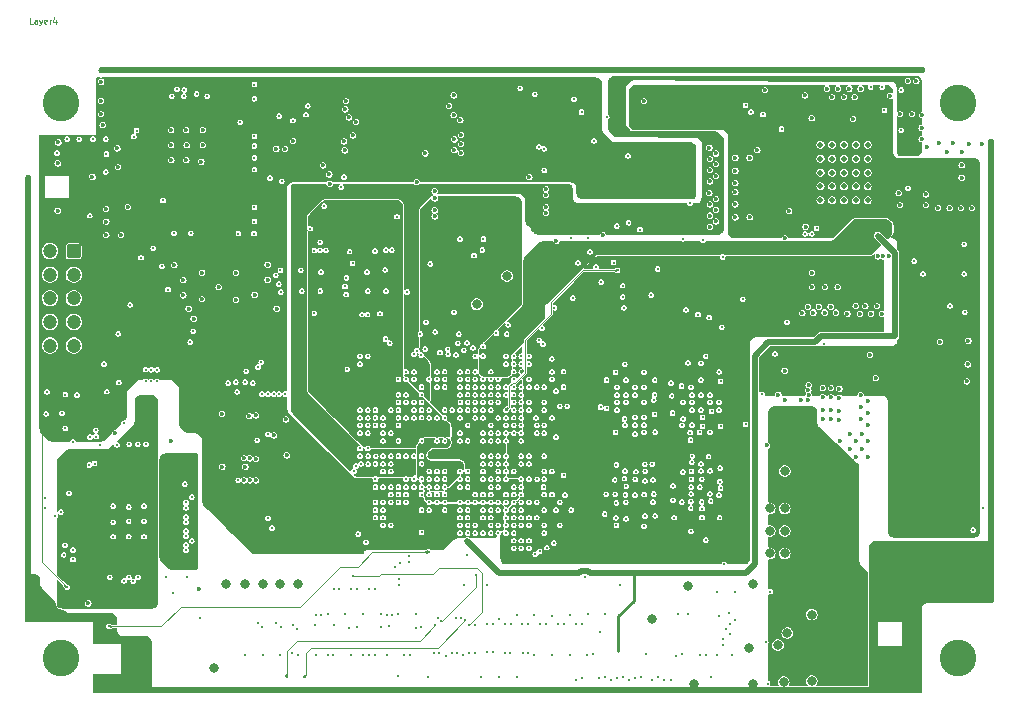
<source format=gbr>
%TF.GenerationSoftware,KiCad,Pcbnew,8.99.0-2767-g6be6680d8c*%
%TF.CreationDate,2024-10-27T19:28:17+01:00*%
%TF.ProjectId,SBC,5342432e-6b69-4636-9164-5f7063625858,rev?*%
%TF.SameCoordinates,Original*%
%TF.FileFunction,Copper,L4,Inr*%
%TF.FilePolarity,Positive*%
%FSLAX46Y46*%
G04 Gerber Fmt 4.6, Leading zero omitted, Abs format (unit mm)*
G04 Created by KiCad (PCBNEW 8.99.0-2767-g6be6680d8c) date 2024-10-27 19:28:17*
%MOMM*%
%LPD*%
G01*
G04 APERTURE LIST*
G04 Aperture macros list*
%AMRoundRect*
0 Rectangle with rounded corners*
0 $1 Rounding radius*
0 $2 $3 $4 $5 $6 $7 $8 $9 X,Y pos of 4 corners*
0 Add a 4 corners polygon primitive as box body*
4,1,4,$2,$3,$4,$5,$6,$7,$8,$9,$2,$3,0*
0 Add four circle primitives for the rounded corners*
1,1,$1+$1,$2,$3*
1,1,$1+$1,$4,$5*
1,1,$1+$1,$6,$7*
1,1,$1+$1,$8,$9*
0 Add four rect primitives between the rounded corners*
20,1,$1+$1,$2,$3,$4,$5,0*
20,1,$1+$1,$4,$5,$6,$7,0*
20,1,$1+$1,$6,$7,$8,$9,0*
20,1,$1+$1,$8,$9,$2,$3,0*%
G04 Aperture macros list end*
%ADD10C,0.100000*%
%TA.AperFunction,NonConductor*%
%ADD11C,0.100000*%
%TD*%
%TA.AperFunction,ComponentPad*%
%ADD12RoundRect,0.250000X-0.350000X0.350000X-0.350000X-0.350000X0.350000X-0.350000X0.350000X0.350000X0*%
%TD*%
%TA.AperFunction,ComponentPad*%
%ADD13C,1.200000*%
%TD*%
%TA.AperFunction,ComponentPad*%
%ADD14C,0.300000*%
%TD*%
%TA.AperFunction,ComponentPad*%
%ADD15C,3.100000*%
%TD*%
%TA.AperFunction,ComponentPad*%
%ADD16C,0.500000*%
%TD*%
%TA.AperFunction,ViaPad*%
%ADD17C,0.800000*%
%TD*%
%TA.AperFunction,ViaPad*%
%ADD18C,0.300000*%
%TD*%
%TA.AperFunction,ViaPad*%
%ADD19C,0.360000*%
%TD*%
%TA.AperFunction,Conductor*%
%ADD20C,0.110000*%
%TD*%
%TA.AperFunction,Conductor*%
%ADD21C,0.500000*%
%TD*%
%TA.AperFunction,Conductor*%
%ADD22C,0.250000*%
%TD*%
G04 APERTURE END LIST*
D10*
D11*
X59200412Y-74851623D02*
X58962317Y-74851623D01*
X58962317Y-74851623D02*
X58962317Y-74351623D01*
X59581365Y-74851623D02*
X59581365Y-74589718D01*
X59581365Y-74589718D02*
X59557555Y-74542099D01*
X59557555Y-74542099D02*
X59509936Y-74518290D01*
X59509936Y-74518290D02*
X59414698Y-74518290D01*
X59414698Y-74518290D02*
X59367079Y-74542099D01*
X59581365Y-74827814D02*
X59533746Y-74851623D01*
X59533746Y-74851623D02*
X59414698Y-74851623D01*
X59414698Y-74851623D02*
X59367079Y-74827814D01*
X59367079Y-74827814D02*
X59343270Y-74780194D01*
X59343270Y-74780194D02*
X59343270Y-74732575D01*
X59343270Y-74732575D02*
X59367079Y-74684956D01*
X59367079Y-74684956D02*
X59414698Y-74661147D01*
X59414698Y-74661147D02*
X59533746Y-74661147D01*
X59533746Y-74661147D02*
X59581365Y-74637337D01*
X59771841Y-74518290D02*
X59890889Y-74851623D01*
X60009936Y-74518290D02*
X59890889Y-74851623D01*
X59890889Y-74851623D02*
X59843270Y-74970671D01*
X59843270Y-74970671D02*
X59819460Y-74994480D01*
X59819460Y-74994480D02*
X59771841Y-75018290D01*
X60390888Y-74827814D02*
X60343269Y-74851623D01*
X60343269Y-74851623D02*
X60248031Y-74851623D01*
X60248031Y-74851623D02*
X60200412Y-74827814D01*
X60200412Y-74827814D02*
X60176603Y-74780194D01*
X60176603Y-74780194D02*
X60176603Y-74589718D01*
X60176603Y-74589718D02*
X60200412Y-74542099D01*
X60200412Y-74542099D02*
X60248031Y-74518290D01*
X60248031Y-74518290D02*
X60343269Y-74518290D01*
X60343269Y-74518290D02*
X60390888Y-74542099D01*
X60390888Y-74542099D02*
X60414698Y-74589718D01*
X60414698Y-74589718D02*
X60414698Y-74637337D01*
X60414698Y-74637337D02*
X60176603Y-74684956D01*
X60628983Y-74851623D02*
X60628983Y-74518290D01*
X60628983Y-74613528D02*
X60652793Y-74565909D01*
X60652793Y-74565909D02*
X60676602Y-74542099D01*
X60676602Y-74542099D02*
X60724221Y-74518290D01*
X60724221Y-74518290D02*
X60771840Y-74518290D01*
X61152793Y-74518290D02*
X61152793Y-74851623D01*
X61033745Y-74327814D02*
X60914698Y-74684956D01*
X60914698Y-74684956D02*
X61224221Y-74684956D01*
D12*
%TO.N,Net-(J2-Pin_1)*%
%TO.C,J2*%
X62677481Y-94118014D03*
D13*
%TO.N,JTAG_TMS*%
X60677481Y-94118014D03*
%TO.N,GND*%
X62677481Y-96118014D03*
%TO.N,JTAG_TCK*%
X60677481Y-96118014D03*
%TO.N,GND*%
X62677481Y-98118014D03*
%TO.N,JTAG_TDO*%
X60677481Y-98118014D03*
%TO.N,Net-(J2-Pin_7)*%
X62677481Y-100118014D03*
%TO.N,JTAG_TDI*%
X60677481Y-100118014D03*
%TO.N,Net-(J2-Pin_9)*%
X62677481Y-102118014D03*
%TO.N,Net-(D9-K)*%
X60677481Y-102118014D03*
%TD*%
D14*
%TO.N,GND*%
%TO.C,U6*%
X68751281Y-105159014D03*
X69251281Y-105159014D03*
X69751281Y-105159014D03*
X68751281Y-104159014D03*
X69251281Y-104159014D03*
X69751281Y-104159014D03*
%TD*%
D15*
%TO.N,Net-(C290-Pad1)*%
%TO.C,H3*%
X61565481Y-81545014D03*
%TD*%
%TO.N,Net-(C288-Pad1)*%
%TO.C,H1*%
X137565481Y-81545014D03*
%TD*%
%TO.N,Net-(C289-Pad1)*%
%TO.C,H2*%
X61565481Y-128545014D03*
%TD*%
D16*
%TO.N,GND*%
%TO.C,U1*%
X125893462Y-85120028D03*
X125893462Y-86295028D03*
X125893462Y-87470028D03*
X125893462Y-88645028D03*
X125893462Y-89820028D03*
X126893462Y-85120028D03*
X126893462Y-86295028D03*
X126893462Y-87470028D03*
X126893462Y-88645028D03*
X126893462Y-89820028D03*
X127893462Y-85120028D03*
X127893462Y-86295028D03*
X127893462Y-87470028D03*
X127893462Y-88645028D03*
X127893462Y-89820028D03*
X128893462Y-85120028D03*
X128893462Y-86295028D03*
X128893462Y-87470028D03*
X128893462Y-88645028D03*
X128893462Y-89820028D03*
X129893462Y-85120028D03*
X129893462Y-86295028D03*
X129893462Y-87470028D03*
X129893462Y-88645028D03*
X129893462Y-89820028D03*
%TD*%
D15*
%TO.N,Net-(C291-Pad1)*%
%TO.C,H4*%
X137565481Y-128545014D03*
%TD*%
D17*
%TO.N,GND*%
X122880481Y-112736014D03*
D18*
X77977481Y-81218014D03*
X140318681Y-120409414D03*
X58693462Y-96720028D03*
X114895000Y-110101400D03*
D19*
X128885481Y-98766014D03*
X116543462Y-92057528D03*
D18*
X79125481Y-116746014D03*
D19*
X102650481Y-88857014D03*
X65120000Y-83430400D03*
D18*
X68620000Y-115692900D03*
D19*
X64970216Y-82503204D03*
D18*
X96020000Y-108880400D03*
X104693462Y-78720028D03*
D19*
X129893462Y-110220028D03*
D18*
X72685081Y-131376614D03*
X58683081Y-92902214D03*
X140343462Y-108370028D03*
D19*
X126443462Y-80370028D03*
D18*
X58693462Y-101720028D03*
X92770000Y-112780400D03*
D17*
X114665481Y-122457014D03*
D19*
X79090181Y-95269314D03*
D18*
X71693462Y-78720028D03*
X62120000Y-84630400D03*
X83611081Y-95876214D03*
X97165481Y-130179514D03*
X111776400Y-106730000D03*
X72300000Y-121712900D03*
X140343462Y-104370028D03*
D19*
X130193462Y-99420028D03*
D18*
X117435000Y-105148400D03*
X65377481Y-84618014D03*
D19*
X79832321Y-85458099D03*
X134818462Y-90225028D03*
D18*
X140318681Y-114409414D03*
X89520000Y-111480400D03*
X103495000Y-105955400D03*
X91470000Y-107580400D03*
X101220000Y-104980400D03*
D17*
X125165481Y-124900514D03*
D18*
X78600000Y-106225000D03*
D17*
X137365481Y-120520028D03*
D18*
X100570000Y-108880400D03*
X90043481Y-91196014D03*
X113420000Y-113980400D03*
D19*
X59515481Y-125070014D03*
X135870000Y-90470400D03*
D18*
X113420000Y-115230400D03*
X113670000Y-128430900D03*
X96020000Y-116030400D03*
D19*
X85728981Y-81410014D03*
D18*
X140318681Y-117409414D03*
X99270000Y-110180400D03*
X140318681Y-122409414D03*
X92120000Y-108230400D03*
X140343462Y-101415014D03*
X140320000Y-85230400D03*
X129693462Y-131370028D03*
X82677481Y-92212014D03*
X140320000Y-89430400D03*
X79600000Y-106225000D03*
X58693462Y-97720028D03*
X88693462Y-131370028D03*
X99270000Y-111480400D03*
X76777481Y-83218014D03*
X106165481Y-128346014D03*
X67320000Y-118292900D03*
X96020000Y-107580400D03*
D19*
X72202481Y-83873014D03*
X135890481Y-123770014D03*
X67249481Y-90392014D03*
D18*
X65227481Y-103668014D03*
D17*
X122880481Y-119721014D03*
D19*
X129243462Y-99420028D03*
D18*
X90693462Y-78720028D03*
D19*
X70932481Y-85143014D03*
X64715481Y-125720014D03*
D18*
X97320000Y-113430400D03*
X58683081Y-93902214D03*
X91693462Y-78720028D03*
X66020000Y-115692900D03*
X138843462Y-120720028D03*
X97320000Y-109530400D03*
X132749481Y-80475014D03*
X92871481Y-95198014D03*
X58693462Y-122720028D03*
X58693462Y-98720028D03*
X122693462Y-78720028D03*
D19*
X85565481Y-84830900D03*
D18*
X99465481Y-100345014D03*
X77977481Y-85218014D03*
X97320000Y-112130400D03*
X58693462Y-117720028D03*
X86693462Y-131370028D03*
D19*
X124855962Y-98820028D03*
X134436481Y-78782014D03*
D17*
X137365481Y-122395014D03*
D18*
X65720000Y-121730400D03*
X114133000Y-105529400D03*
X80693462Y-131370028D03*
X111920000Y-116530400D03*
X110196000Y-109593400D03*
X95365481Y-93095014D03*
X140320000Y-86230400D03*
X100165481Y-130179514D03*
D19*
X128343462Y-80370028D03*
D18*
X65444481Y-85905014D03*
X92120000Y-117930400D03*
X116693462Y-131370028D03*
D19*
X64715481Y-131245014D03*
D17*
X111665481Y-125233014D03*
D18*
X88220000Y-114080400D03*
D19*
X137160191Y-84971449D03*
D18*
X123693462Y-78720028D03*
X95693462Y-78720028D03*
D19*
X64986726Y-81372269D03*
D18*
X87693462Y-131370028D03*
X131693462Y-131370028D03*
X109149481Y-98001014D03*
X58693462Y-120720028D03*
X101220000Y-103680400D03*
D19*
X67790481Y-128545014D03*
D18*
X127693462Y-131370028D03*
X90820000Y-114080400D03*
X115784000Y-107561400D03*
X106191681Y-124832214D03*
X92770000Y-108230400D03*
D17*
X115165481Y-130745014D03*
D19*
X117043462Y-90607528D03*
X124878462Y-106733429D03*
D18*
X85565481Y-87860014D03*
D19*
X136825000Y-90470400D03*
D18*
X96020000Y-104330400D03*
X138843462Y-121720028D03*
X119693462Y-131370028D03*
X133840481Y-94970014D03*
X58683081Y-90902214D03*
X90170000Y-106930400D03*
X107665481Y-130146014D03*
D19*
X128893462Y-110220028D03*
D18*
X101930500Y-113435280D03*
D19*
X85982981Y-82807014D03*
D18*
X81985481Y-97501814D03*
X63153481Y-84666014D03*
X101870000Y-108880400D03*
X99270000Y-114730400D03*
X108545000Y-109466400D03*
D19*
X72227481Y-85168014D03*
D18*
X129621481Y-78747814D03*
D19*
X127393462Y-80370028D03*
D18*
X132693462Y-131370028D03*
X130693462Y-131370028D03*
X68620000Y-116992900D03*
X92762384Y-104976717D03*
X140343462Y-107370028D03*
X114903881Y-115866014D03*
X140343462Y-112370028D03*
X85693462Y-78720028D03*
X90163035Y-124848460D03*
D19*
X85677481Y-82118014D03*
D18*
X102520000Y-116030400D03*
X114937279Y-105665169D03*
X103143681Y-103230400D03*
D17*
X131365481Y-129395014D03*
D18*
X125621481Y-78747814D03*
X77944481Y-92635014D03*
X118693462Y-131370028D03*
D19*
X117043462Y-87757528D03*
D18*
X114693462Y-78720028D03*
X87165481Y-124846014D03*
X89122881Y-97501814D03*
X79693462Y-78720028D03*
D19*
X126255962Y-99320028D03*
D18*
X102720000Y-119230400D03*
X89520000Y-117330400D03*
X72577481Y-92618014D03*
D17*
X123093462Y-126470028D03*
D18*
X108672000Y-107561400D03*
D19*
X73472481Y-86540014D03*
D18*
X140343462Y-105370028D03*
X58693462Y-107720028D03*
X87420000Y-118780400D03*
X99920000Y-107580400D03*
X117693462Y-78720028D03*
D19*
X91697981Y-88268014D03*
D18*
X103693462Y-131370028D03*
X85846281Y-104131214D03*
X140343462Y-90370028D03*
X109693462Y-131370028D03*
X98665481Y-125230014D03*
D17*
X99358481Y-96223014D03*
D18*
X67320000Y-115792900D03*
X69412481Y-93895014D03*
X140320000Y-88630400D03*
X96670000Y-117330400D03*
D19*
X77100000Y-113525000D03*
X124878462Y-105896627D03*
D18*
X72693462Y-78720028D03*
X94070000Y-114730400D03*
X140318681Y-123409414D03*
D19*
X65690481Y-126695014D03*
X129893462Y-106820028D03*
D18*
X117165481Y-122946014D03*
D19*
X93221981Y-89030014D03*
D18*
X92120000Y-112130400D03*
X91470000Y-104330400D03*
X97320000Y-111480400D03*
X95370000Y-109530400D03*
X140343462Y-92370028D03*
X109327626Y-103711393D03*
D19*
X131818462Y-80965028D03*
D18*
X103165481Y-128290514D03*
D19*
X101253481Y-87841014D03*
X126893462Y-81070028D03*
D18*
X102076286Y-85275614D03*
X115670000Y-114080400D03*
D17*
X121610481Y-115911014D03*
D18*
X96693462Y-131370028D03*
X117611081Y-94613814D03*
X89693462Y-78720028D03*
D19*
X64715481Y-130270014D03*
D18*
X96020000Y-110180400D03*
D19*
X61313481Y-86699014D03*
X124893462Y-106320028D03*
D18*
X97320000Y-114730400D03*
X117420000Y-112480400D03*
X121665481Y-122946014D03*
D19*
X131205962Y-94570028D03*
D18*
X68693462Y-78720028D03*
D19*
X122927481Y-106768014D03*
D18*
X110255681Y-112792614D03*
D19*
X128655962Y-82920028D03*
D18*
X58693462Y-95720028D03*
X71177481Y-92618014D03*
X114265481Y-93065014D03*
X94865481Y-99295014D03*
X92693462Y-131370028D03*
X86770000Y-118080400D03*
X66020000Y-117092900D03*
D19*
X134847962Y-89325028D03*
D18*
X99920000Y-105630400D03*
X86693462Y-78720028D03*
X115770000Y-112130400D03*
D19*
X124243462Y-106720028D03*
D18*
X90170000Y-108880400D03*
X109470000Y-114030400D03*
X99270000Y-108880400D03*
X104915481Y-98096014D03*
D19*
X70932481Y-86413014D03*
D18*
X107805481Y-82745014D03*
D19*
X132622481Y-82507014D03*
X73527281Y-98187614D03*
D18*
X99270000Y-117980400D03*
X58693462Y-102720028D03*
X80277481Y-88212014D03*
D19*
X130693462Y-98770028D03*
D18*
X81883881Y-95749214D03*
D19*
X84339551Y-88405134D03*
D18*
X130138591Y-80221514D03*
D19*
X128793462Y-81070028D03*
X75251687Y-112374401D03*
X127893462Y-81070028D03*
D18*
X58693462Y-116720028D03*
X106714481Y-84784014D03*
X107783000Y-105021400D03*
X91665481Y-124846014D03*
X119315481Y-98195014D03*
D19*
X129393462Y-109620028D03*
D18*
X105030562Y-81272095D03*
X140343462Y-100415014D03*
X97970000Y-114080400D03*
D19*
X107476481Y-92774514D03*
X135971471Y-84971449D03*
D18*
X97970000Y-113430400D03*
X79100000Y-106225000D03*
X113371000Y-107815400D03*
X92665481Y-130141495D03*
X58693462Y-112720028D03*
D19*
X131143462Y-99420028D03*
D18*
X87570000Y-103030400D03*
D19*
X66377481Y-85418014D03*
D18*
X95370000Y-110180400D03*
X89693462Y-131370028D03*
D19*
X117043462Y-89707528D03*
D18*
X117370000Y-113630400D03*
X103320000Y-118830400D03*
X104693462Y-131370028D03*
X95693462Y-131370028D03*
D19*
X138720000Y-90470400D03*
D17*
X125165481Y-130516014D03*
D18*
X116546000Y-109466400D03*
D19*
X129693462Y-98770028D03*
X134265481Y-131245014D03*
D17*
X133365481Y-129395014D03*
D19*
X93221981Y-89665014D03*
X124355962Y-99370028D03*
D18*
X124693462Y-131370028D03*
X95265481Y-101145014D03*
D19*
X95472286Y-84285014D03*
D18*
X92025481Y-101145014D03*
X140318681Y-121409414D03*
X86165481Y-128346014D03*
X116673000Y-107688400D03*
X87665481Y-128335014D03*
X88870000Y-112780400D03*
X100570000Y-103680400D03*
X58693462Y-99720028D03*
D17*
X133365481Y-122395014D03*
D18*
X94070000Y-110180400D03*
X82477481Y-81818014D03*
X76693462Y-131370028D03*
X94165481Y-128369014D03*
D19*
X65003236Y-79779054D03*
D18*
X58683081Y-91902214D03*
D17*
X122880481Y-117816014D03*
D18*
X123693462Y-131370028D03*
X104665481Y-128346014D03*
D19*
X125755962Y-98820028D03*
D18*
X100175481Y-124965014D03*
D19*
X76402681Y-95936814D03*
X72202481Y-86413014D03*
D18*
X113693462Y-131370028D03*
X77165481Y-128346014D03*
D17*
X122783992Y-130606543D03*
D18*
X140343462Y-93370028D03*
X58835481Y-87841014D03*
D19*
X92436481Y-85855014D03*
X129893462Y-107820028D03*
D18*
X58693462Y-100720028D03*
X117693462Y-131370028D03*
X105693462Y-78720028D03*
X140343462Y-110370028D03*
D19*
X65882500Y-124890400D03*
X94903481Y-84666014D03*
D18*
X103155481Y-125016014D03*
X138843462Y-119720028D03*
X70685081Y-131376614D03*
X83693462Y-131370028D03*
X99270000Y-117330400D03*
X93693462Y-131370028D03*
X140343462Y-102370028D03*
X105376567Y-95098792D03*
D19*
X73599481Y-83873014D03*
D18*
X100570000Y-113430400D03*
X100693462Y-131370028D03*
X94693462Y-131370028D03*
X140265481Y-98545014D03*
X120693462Y-131370028D03*
X58693462Y-119720028D03*
X101220000Y-118630400D03*
D19*
X139611926Y-85053999D03*
X126755962Y-98820028D03*
D18*
X116665481Y-130146014D03*
X109590481Y-86045014D03*
D19*
X138505756Y-85020979D03*
D18*
X138843462Y-123720028D03*
D19*
X129893462Y-108820028D03*
D18*
X58693462Y-109720028D03*
X94070000Y-112780400D03*
D19*
X117043462Y-85857528D03*
D18*
X83693462Y-78720028D03*
X67458329Y-98660965D03*
X108672000Y-106291400D03*
D19*
X86315481Y-84331014D03*
X133615481Y-78782014D03*
D18*
X68620000Y-118292900D03*
X107665481Y-124845014D03*
D19*
X120565481Y-85577528D03*
D18*
X94693462Y-78720028D03*
X140343462Y-113370028D03*
X87693462Y-78720028D03*
X58693462Y-103720028D03*
D17*
X135365481Y-122395014D03*
D18*
X77977481Y-91618014D03*
D17*
X131365481Y-120520028D03*
D18*
X101665481Y-128290514D03*
D19*
X102650481Y-89365014D03*
X116543462Y-91107528D03*
X116493462Y-89207528D03*
D18*
X109265481Y-98918014D03*
X120693462Y-78720028D03*
D19*
X64715481Y-126695014D03*
D18*
X75693462Y-131370028D03*
D19*
X67315481Y-127345014D03*
X77546846Y-108071846D03*
D18*
X102520000Y-114730400D03*
X140318681Y-116409414D03*
D19*
X84323041Y-87629164D03*
D18*
X92490481Y-100151014D03*
X77693462Y-78720028D03*
X82693462Y-131370028D03*
X98693462Y-131370028D03*
X92120000Y-114730400D03*
X81693462Y-78720028D03*
X131621481Y-78747814D03*
D19*
X65003236Y-78887514D03*
X117043462Y-86757528D03*
D18*
X109645481Y-91727028D03*
X115784000Y-103624400D03*
X75693462Y-78720028D03*
X97693462Y-131370028D03*
X140318681Y-119409414D03*
X108693462Y-131370028D03*
D19*
X128185481Y-99416014D03*
D18*
X108693462Y-78720028D03*
X62640000Y-110292900D03*
D19*
X94903481Y-85555014D03*
D18*
X93420000Y-110180400D03*
X67320000Y-116992900D03*
X87573481Y-97502314D03*
X86920000Y-103680400D03*
X140343462Y-103370028D03*
D19*
X134315481Y-128495014D03*
X102650481Y-90889014D03*
D18*
X94070000Y-108230400D03*
D19*
X132505962Y-89220028D03*
D18*
X110693462Y-131370028D03*
X140343462Y-109370028D03*
X101693462Y-131370028D03*
X88250981Y-111492900D03*
D19*
X61313481Y-90699014D03*
D18*
X102693462Y-131370028D03*
D19*
X63415481Y-125070014D03*
X128893462Y-111570028D03*
D17*
X121610481Y-119721014D03*
D19*
X123255962Y-90720028D03*
X65427481Y-92768014D03*
D18*
X64320000Y-84630400D03*
X97320000Y-110180400D03*
D19*
X134265481Y-123770014D03*
X86565481Y-83188014D03*
X137780000Y-90470400D03*
X73552681Y-95936814D03*
X124893462Y-105470028D03*
X67315481Y-129945014D03*
D18*
X91470000Y-114080400D03*
X90820000Y-111480400D03*
D17*
X96808481Y-98623014D03*
D18*
X73693462Y-78720028D03*
D19*
X116543462Y-88207528D03*
D18*
X96565481Y-94495014D03*
X90170000Y-104980400D03*
X97970000Y-104330400D03*
X108626800Y-112216400D03*
D19*
X70932481Y-83873014D03*
D18*
X77977481Y-87218014D03*
X111855881Y-105020214D03*
X90170000Y-106280400D03*
X115055481Y-111486014D03*
X78693462Y-131370028D03*
D19*
X121193462Y-80497528D03*
X134465962Y-84630028D03*
X134465962Y-83680028D03*
X76402681Y-98236814D03*
D18*
X78665481Y-128346014D03*
D19*
X129893462Y-111570028D03*
D18*
X115870000Y-115917273D03*
X99693462Y-78720028D03*
X138065481Y-96045014D03*
D19*
X81252181Y-84789444D03*
D18*
X66693462Y-78720028D03*
D19*
X94456286Y-81821214D03*
D17*
X135365481Y-120520028D03*
D19*
X130755962Y-94570028D03*
D18*
X140343462Y-111370028D03*
D19*
X121365481Y-110570014D03*
D18*
X58693462Y-114720028D03*
D19*
X95472286Y-85809014D03*
D18*
X140265481Y-99445014D03*
X138843462Y-122720028D03*
X103693462Y-78720028D03*
X88665481Y-124846014D03*
D19*
X65427481Y-90568014D03*
D18*
X92770000Y-114730400D03*
X67693462Y-78720028D03*
D19*
X62440481Y-125070014D03*
D18*
X70693462Y-78720028D03*
X69693462Y-78720028D03*
X115693462Y-78720028D03*
X83165481Y-128346014D03*
X101220000Y-117330400D03*
X105693462Y-131370028D03*
X112693462Y-78720028D03*
D19*
X124643462Y-92050028D03*
D18*
X61970281Y-106264814D03*
X99270000Y-112130400D03*
X74693462Y-78720028D03*
X66020000Y-118292900D03*
X93420000Y-108230400D03*
D17*
X119855481Y-127755014D03*
X133365481Y-124395014D03*
X75590481Y-122345014D03*
D18*
X98693462Y-78720028D03*
D19*
X66417481Y-87018014D03*
D18*
X92770000Y-107580400D03*
D19*
X83794721Y-86869704D03*
D18*
X92120000Y-106930400D03*
X76619481Y-92635014D03*
D19*
X133290481Y-79713014D03*
D18*
X99270000Y-103030400D03*
X67685081Y-131376614D03*
X96670000Y-114730400D03*
D17*
X74523872Y-129442223D03*
D18*
X106693462Y-131370028D03*
X108620000Y-115430400D03*
X89046681Y-95698414D03*
D19*
X122865353Y-104250528D03*
D18*
X58693462Y-104720028D03*
D19*
X116543462Y-87257528D03*
D18*
X83560281Y-97501814D03*
X88870000Y-109530400D03*
X111847000Y-107942400D03*
X107620000Y-116380400D03*
X111565481Y-97845014D03*
X122693462Y-131370028D03*
X60420000Y-106018462D03*
D19*
X85601981Y-85601014D03*
D18*
X136865481Y-98745014D03*
X140343462Y-94370028D03*
X116693462Y-78720028D03*
X93420000Y-114730400D03*
X120955481Y-106235014D03*
X113693462Y-78720028D03*
D17*
X120165481Y-130745014D03*
D18*
X93420000Y-112780400D03*
X114693462Y-131370028D03*
X100570000Y-109530400D03*
X101220000Y-112130400D03*
X99693462Y-131370028D03*
D19*
X80567016Y-85474609D03*
D18*
X89520000Y-107580400D03*
D19*
X128393462Y-109620028D03*
X131705962Y-94570028D03*
D18*
X98665481Y-130195014D03*
D19*
X72400881Y-99000414D03*
D18*
X68685081Y-131376614D03*
D17*
X80165481Y-122345014D03*
D18*
X99270000Y-103680400D03*
D19*
X73242500Y-122730400D03*
X65690481Y-131245014D03*
D18*
X97970000Y-114730400D03*
X100693462Y-78720028D03*
X65377481Y-87418014D03*
X140343462Y-106370028D03*
X109165481Y-130146014D03*
X101693462Y-78720028D03*
X96020000Y-112780400D03*
X77977481Y-80018014D03*
X117434996Y-108958400D03*
X97970000Y-107580400D03*
X92120000Y-111480400D03*
D17*
X133365481Y-120520028D03*
D19*
X116493462Y-85357528D03*
D18*
X112165481Y-130146014D03*
X139643462Y-115870028D03*
X97970000Y-117330400D03*
D19*
X74952681Y-97174314D03*
X63920000Y-123952900D03*
X61375481Y-84920014D03*
D18*
X83539924Y-93381971D03*
X130621481Y-78747814D03*
D19*
X134493826Y-82618774D03*
D18*
X58693462Y-110720028D03*
D19*
X65427481Y-91618014D03*
D18*
X100570000Y-116680400D03*
X101220000Y-107580400D03*
X80588481Y-106214014D03*
X95370000Y-117980400D03*
D17*
X121610481Y-117816014D03*
D18*
X99920000Y-114080400D03*
X99270000Y-115380400D03*
D19*
X79620000Y-109730400D03*
D18*
X90693462Y-131370028D03*
X102693462Y-78720028D03*
D17*
X131365481Y-124395014D03*
D18*
X131138591Y-80221514D03*
X140320000Y-87830400D03*
D19*
X116543462Y-90157528D03*
D18*
X58693462Y-115720028D03*
D19*
X72831281Y-99838614D03*
D18*
X140343462Y-95370028D03*
D19*
X127593462Y-110220028D03*
D18*
X107693462Y-78720028D03*
D19*
X78100000Y-113525000D03*
D18*
X84665481Y-128346014D03*
X91693462Y-131370028D03*
D19*
X125305962Y-99320028D03*
D18*
X82693462Y-78720028D03*
X58683081Y-88902214D03*
X99920000Y-116680400D03*
D19*
X122880000Y-93030400D03*
D18*
X109693462Y-78720028D03*
X111693462Y-78720028D03*
D19*
X102650481Y-90381014D03*
D18*
X117308000Y-106926400D03*
X69685081Y-131376614D03*
D19*
X129293462Y-80370028D03*
D18*
X121693462Y-78720028D03*
X126621481Y-78747814D03*
X128621481Y-78747814D03*
D19*
X93221981Y-91189014D03*
D17*
X122295481Y-127475014D03*
D18*
X88693462Y-78720028D03*
X121693462Y-131370028D03*
X87497281Y-95901614D03*
X85665481Y-124846014D03*
X102520000Y-111480400D03*
X100570000Y-118630400D03*
X77693462Y-131370028D03*
X93693462Y-78720028D03*
X109149481Y-97051014D03*
X61248481Y-85809014D03*
X140318681Y-115409414D03*
X91470000Y-108230400D03*
D19*
X129293462Y-107320028D03*
D18*
X140320000Y-87030400D03*
X133693462Y-131370028D03*
D19*
X116543462Y-86307528D03*
D18*
X102515481Y-85445014D03*
X70245481Y-89835014D03*
X77977481Y-84418014D03*
X80693462Y-78720028D03*
X70657081Y-97374814D03*
X124621481Y-78747814D03*
X107693462Y-131370028D03*
X101665481Y-124946014D03*
D17*
X81665481Y-122345014D03*
D18*
X66450000Y-101120000D03*
X138843462Y-117720028D03*
D19*
X94837286Y-80932214D03*
D18*
X127621481Y-78747814D03*
X111693462Y-131370028D03*
D17*
X131365481Y-122395014D03*
D19*
X80700000Y-111425000D03*
D18*
X78693462Y-78720028D03*
X138065481Y-93545014D03*
X76693462Y-78720028D03*
X107275000Y-107307400D03*
X93477481Y-125143014D03*
X89520000Y-112780400D03*
D19*
X70885681Y-110201814D03*
X93221981Y-90681014D03*
D18*
X79693462Y-131370028D03*
X71685081Y-131376614D03*
X140265481Y-97545014D03*
X84693462Y-131370028D03*
D17*
X122880481Y-115911014D03*
D18*
X58693462Y-113720028D03*
X97693462Y-78720028D03*
X115693462Y-131370028D03*
X90170000Y-111480400D03*
D19*
X133638481Y-82507014D03*
D18*
X58693462Y-121720028D03*
D19*
X129293462Y-108320028D03*
D18*
X140318681Y-118409414D03*
X113303000Y-106374200D03*
X132621481Y-78747814D03*
X110204881Y-105655214D03*
X110665481Y-130146014D03*
D19*
X134365481Y-124545014D03*
D18*
X91470000Y-113430400D03*
X58683081Y-94902214D03*
X95052481Y-125168014D03*
X112693462Y-131370028D03*
X58683081Y-89902214D03*
X92120000Y-107580400D03*
D17*
X77165481Y-122345014D03*
D18*
X58693462Y-111720028D03*
X106693462Y-78720028D03*
X96693462Y-78720028D03*
X92120000Y-110180400D03*
X90165481Y-130125514D03*
D19*
X94837286Y-82583214D03*
D18*
X115657000Y-109466400D03*
D19*
X129293462Y-106320028D03*
D18*
X81665481Y-128346014D03*
X110196000Y-108196400D03*
X110693462Y-78720028D03*
X62945000Y-106308462D03*
D19*
X134019481Y-79713014D03*
D18*
X58693462Y-124720028D03*
D19*
X127205962Y-99320028D03*
D18*
X90170000Y-110180400D03*
D19*
X60490481Y-125070014D03*
D18*
X119693462Y-78720028D03*
X95665481Y-128345014D03*
X80080481Y-106214014D03*
D19*
X73599481Y-85143014D03*
D18*
X58693462Y-123720028D03*
X116420000Y-111530400D03*
D19*
X117043462Y-91607528D03*
D18*
X58693462Y-108720028D03*
X111720000Y-113480400D03*
D19*
X65690481Y-130270014D03*
D18*
X99270000Y-108230400D03*
X99270000Y-112780400D03*
X58693462Y-105720028D03*
D19*
X80650000Y-108375000D03*
D18*
X71062500Y-123040400D03*
X80165481Y-128346014D03*
X95370000Y-112780400D03*
D19*
X103539481Y-93241014D03*
D18*
X84693462Y-78720028D03*
X118693462Y-78720028D03*
X99270000Y-109530400D03*
X111770000Y-114680400D03*
X84165481Y-124846014D03*
D19*
X134893462Y-85277528D03*
D18*
X104665481Y-124919514D03*
D17*
X78665481Y-122345014D03*
D18*
X92693462Y-78720028D03*
X138843462Y-118720028D03*
X117534881Y-100582814D03*
X97320000Y-112780400D03*
X66685081Y-131376614D03*
X77977481Y-90418014D03*
X100570000Y-112130400D03*
X103377481Y-98918014D03*
D19*
X64262481Y-87829014D03*
X129393462Y-110870028D03*
D18*
X74685081Y-131376614D03*
X81693462Y-131370028D03*
X65470000Y-106018462D03*
D17*
X120165481Y-122345014D03*
D18*
X73685081Y-131376614D03*
D19*
X66677481Y-92768014D03*
X95472286Y-85047014D03*
D18*
X108470000Y-113480400D03*
X91470000Y-111480400D03*
X117320000Y-114780400D03*
D19*
X61465481Y-125070014D03*
D18*
X140265481Y-96445014D03*
X95370000Y-108230400D03*
D19*
X95411481Y-83015014D03*
D18*
X58693462Y-118720028D03*
X58693462Y-106720028D03*
X118665481Y-122946014D03*
X77977481Y-86218014D03*
X85693462Y-131370028D03*
D19*
X128393462Y-110870028D03*
D18*
X140343462Y-91370028D03*
%TO.N,GBE0_MDI3_N*%
X72185800Y-119455400D03*
%TO.N,GBE0_MDI3_P*%
X72186800Y-119005400D03*
%TO.N,/IO/LED0*%
X67320000Y-121730400D03*
%TO.N,/IO/LED1*%
X66920000Y-122030400D03*
%TO.N,GBE0_MDI2_N*%
X72186800Y-118255400D03*
%TO.N,GBE0_MDI2_P*%
X72186800Y-117805400D03*
%TO.N,/MPU/VDDA_0P9*%
X97970898Y-108878794D03*
%TO.N,GBE0_MDI1_N*%
X72186800Y-117055400D03*
%TO.N,GBE0_MDI1_P*%
X72186800Y-116605400D03*
%TO.N,GBE0_MDI0_N*%
X72186800Y-115855400D03*
%TO.N,GBE0_MDI0_P*%
X72186800Y-115405400D03*
D19*
%TO.N,/POWER/SIC4020A_VDD*%
X122328462Y-106270028D03*
D18*
X126165481Y-101945014D03*
%TO.N,3.3V_SW*%
X114865481Y-90045014D03*
D19*
X115420981Y-82803014D03*
X137393462Y-116245028D03*
X133918462Y-108895028D03*
X128693462Y-84407528D03*
X134918462Y-110895028D03*
X115420981Y-82003014D03*
X136918462Y-109895028D03*
X133918462Y-106895028D03*
X131918462Y-109895028D03*
X127493462Y-90557528D03*
X130843462Y-85470028D03*
X129493462Y-84407528D03*
X115420981Y-81203014D03*
X138918462Y-112895028D03*
X133393462Y-117245028D03*
X137918462Y-113895028D03*
X137918462Y-110895028D03*
X138918462Y-111895028D03*
X130843462Y-90557528D03*
X134393462Y-116245028D03*
X124893462Y-89670028D03*
X138918462Y-113895028D03*
X113820981Y-81203014D03*
X132918462Y-110895028D03*
X117156481Y-82775014D03*
X123193462Y-80497528D03*
X135918462Y-106895028D03*
X127638838Y-84403766D03*
X135918462Y-107895028D03*
X133918462Y-109895028D03*
X133393462Y-115245028D03*
X138918462Y-109895028D03*
X132393462Y-115245028D03*
X136918462Y-107895028D03*
X116356481Y-81075014D03*
X134918462Y-106895028D03*
X131918462Y-107895028D03*
X135393462Y-117245028D03*
X130843462Y-87057528D03*
X117156481Y-80275014D03*
X122893462Y-105770028D03*
X113820981Y-82003014D03*
X131918462Y-108895028D03*
X136918462Y-110895028D03*
X136393462Y-117245028D03*
X116356481Y-81875014D03*
X113020981Y-80403014D03*
X115467481Y-80275014D03*
X113020981Y-82003014D03*
X137918462Y-109895028D03*
X124893462Y-88070028D03*
D18*
X117765481Y-120645014D03*
D19*
X136918462Y-108895028D03*
X136393462Y-116245028D03*
X131918462Y-110895028D03*
X130843462Y-87670028D03*
X135393462Y-116245028D03*
X129893462Y-90557528D03*
X125793462Y-84420028D03*
X124893462Y-87357528D03*
D18*
X121915481Y-82820014D03*
D19*
X138918462Y-107895028D03*
X114620981Y-81203014D03*
X137918462Y-107895028D03*
X113020981Y-81203014D03*
X134393462Y-115245028D03*
X137918462Y-112895028D03*
X129093462Y-90557528D03*
X117156481Y-81075014D03*
X131918462Y-106895028D03*
X137393462Y-117245028D03*
X137918462Y-108895028D03*
X116356481Y-82775014D03*
D18*
X99270000Y-107580400D03*
D19*
X132393462Y-116245028D03*
X116356481Y-80275014D03*
X117156481Y-81875014D03*
X130840643Y-89870028D03*
X124893462Y-85870028D03*
X114620981Y-82803014D03*
X114705481Y-80275014D03*
D18*
X137065481Y-91745014D03*
D19*
X134918462Y-108895028D03*
X135393462Y-115245028D03*
X120833500Y-104463796D03*
X126693462Y-84407528D03*
D18*
X101703767Y-80847014D03*
D19*
X136393462Y-115245028D03*
X128293462Y-90557528D03*
X126693462Y-90553941D03*
X132918462Y-108895028D03*
X138918462Y-108895028D03*
X135918462Y-110895028D03*
X135918462Y-109895028D03*
X130840643Y-89070028D03*
X136918462Y-106895028D03*
X137393462Y-115245028D03*
X132393462Y-117245028D03*
D18*
X108715481Y-95745014D03*
D19*
X134918462Y-107895028D03*
X133918462Y-107895028D03*
X134393462Y-117245028D03*
X124893462Y-86670028D03*
X130643462Y-84407528D03*
X132918462Y-109895028D03*
D18*
X109915481Y-80795014D03*
D19*
X124893462Y-88870028D03*
X133918462Y-110895028D03*
X125893462Y-90557528D03*
X137918462Y-111895028D03*
X132918462Y-106895028D03*
X138918462Y-110895028D03*
X137918462Y-106895028D03*
X135918462Y-108895028D03*
X130843462Y-86270028D03*
X134918462Y-109895028D03*
X113820981Y-80403014D03*
X130840643Y-88470028D03*
X133393462Y-116245028D03*
X114620981Y-82003014D03*
X125093462Y-90557528D03*
X132918462Y-107895028D03*
X138918462Y-106895028D03*
D18*
%TO.N,VBAT*%
X132749481Y-83895014D03*
X121260000Y-127220000D03*
%TO.N,I2C1_SCL*%
X89520000Y-114730400D03*
X106665481Y-128268014D03*
%TO.N,I2C1_SDA*%
X89520000Y-114080400D03*
X107165481Y-130243014D03*
%TO.N,I2C2_SCL*%
X108665481Y-130243014D03*
X72790681Y-100918014D03*
X86027481Y-94168014D03*
X79777481Y-96168014D03*
X90820000Y-115380400D03*
%TO.N,I2C2_SDA*%
X72537481Y-101818014D03*
X80027481Y-96918014D03*
X108165481Y-130431014D03*
X73404983Y-125168014D03*
X85767481Y-96378014D03*
X90170000Y-115380400D03*
%TO.N,I2C3_SCL*%
X109665481Y-130431014D03*
X90820000Y-114730400D03*
%TO.N,I2C3_SDA*%
X110165481Y-130243014D03*
X90170000Y-114080400D03*
%TO.N,USB1_OC*%
X95450344Y-125143014D03*
X92770000Y-116030400D03*
%TO.N,USB1_PWR_EN*%
X96612550Y-125807945D03*
X93420000Y-115380400D03*
%TO.N,UART2_TXD*%
X88870000Y-115380400D03*
X87165481Y-128346014D03*
%TO.N,UART2_RXD*%
X86664800Y-125907800D03*
%TO.N,UART1_TXD*%
X83132981Y-125762514D03*
%TO.N,UART1_RXD*%
X88220000Y-115380400D03*
X84165481Y-128346014D03*
%TO.N,/IO/ENET_2.5V_A*%
X72649566Y-116134784D03*
X71320000Y-112942900D03*
X71845000Y-111492900D03*
X72670481Y-117415414D03*
X72562081Y-119930014D03*
%TO.N,USB2_RX_N*%
X81556777Y-126147177D03*
%TO.N,USB2_RX_P*%
X81203223Y-125793623D03*
%TO.N,USB2_TX_N*%
X80186777Y-125987177D03*
%TO.N,USB2_TX_P*%
X79833223Y-125633623D03*
%TO.N,USB2_DP*%
X78263223Y-125633623D03*
%TO.N,VDD_1V*%
X64002281Y-112233814D03*
X61690881Y-107865014D03*
X72070000Y-113830400D03*
X61952556Y-109139557D03*
X60344681Y-107890414D03*
%TO.N,UART3_RXD*%
X85938081Y-126009400D03*
%TO.N,UART3_TXD*%
X84718800Y-125780800D03*
%TO.N,UART4_RXD*%
X105165481Y-130431014D03*
X88220000Y-116030400D03*
%TO.N,NVCC_DRAM_1V1*%
X118120000Y-105830400D03*
X100570000Y-112780400D03*
X101220000Y-117980400D03*
X109320000Y-117430400D03*
D19*
X128193462Y-97157528D03*
D18*
X114207000Y-117353000D03*
X113445000Y-117302200D03*
X118120000Y-111830400D03*
D19*
X129243462Y-97157528D03*
D18*
X105087698Y-114076115D03*
X111974000Y-108831400D03*
X115784000Y-104386400D03*
X100570000Y-104330400D03*
X115657000Y-110101400D03*
X101870000Y-110180400D03*
X112487600Y-106831600D03*
X101220000Y-114080400D03*
X101870000Y-116030400D03*
X109434000Y-107561400D03*
X101220000Y-106280400D03*
X114133000Y-106291400D03*
X99920000Y-112130400D03*
X107745100Y-116001529D03*
X111720000Y-117330400D03*
X113370000Y-114430400D03*
X112338481Y-115383414D03*
X117920000Y-110030400D03*
X108630000Y-108791400D03*
X113548400Y-115979600D03*
X111847000Y-104386400D03*
X101220000Y-108880400D03*
X118120000Y-115830400D03*
X114260000Y-104259400D03*
X101870000Y-106280400D03*
X113323912Y-108404900D03*
X101220000Y-108230400D03*
X100570000Y-117980400D03*
X107783000Y-105656400D03*
X110789081Y-118101214D03*
X99920000Y-110180400D03*
X110303200Y-114096000D03*
X109434000Y-104386400D03*
X101220000Y-104330400D03*
X102459381Y-108190191D03*
X110477481Y-103488014D03*
X101220000Y-114730400D03*
X109434000Y-109593400D03*
X115680200Y-114660600D03*
D19*
X130343462Y-95957528D03*
X130343462Y-97157528D03*
D18*
X113244000Y-107180400D03*
X101220000Y-116030400D03*
X99920000Y-111480400D03*
X112482000Y-106291400D03*
D19*
X132648462Y-90220028D03*
D18*
X107783000Y-109593400D03*
X115870000Y-117288414D03*
X118155481Y-113415014D03*
X115784000Y-106926400D03*
X117920000Y-108430400D03*
X108566581Y-111573414D03*
%TO.N,DRAM_DQ21*%
X99920000Y-119280400D03*
X111717800Y-115371800D03*
%TO.N,DRAM_DQ19*%
X103495000Y-116030400D03*
X108525200Y-114705600D03*
%TO.N,DRAM_DQ25*%
X117356600Y-116692600D03*
X99920000Y-117330400D03*
%TO.N,DRAM_DQ24*%
X116188200Y-118572200D03*
X100570000Y-117330400D03*
%TO.N,DRAM_DQ26*%
X99920000Y-117980400D03*
X116594600Y-115270200D03*
%TO.N,DRAM_DQ28*%
X114969000Y-114660600D03*
X100570000Y-114730400D03*
%TO.N,DRAM_DQ27*%
X99920000Y-116030400D03*
X116543800Y-114660600D03*
%TO.N,DRAM_DQ30*%
X100570000Y-115380400D03*
X114912426Y-117855069D03*
%TO.N,DRAM_VREF*%
X133318800Y-88801600D03*
%TO.N,DRAM_DQ15*%
X113244000Y-105275400D03*
X100570000Y-108230400D03*
%TO.N,DRAM_DQ12*%
X100570000Y-107580400D03*
X114260000Y-106926400D03*
%TO.N,DRAM_DQ14*%
X114672000Y-103580400D03*
X100570000Y-106930400D03*
%TO.N,DRAM_DQ11*%
X116546000Y-106926400D03*
X99920000Y-106280400D03*
D19*
%TO.N,Net-(U13-VDDI)*%
X75211268Y-107875000D03*
D18*
%TO.N,DRAM_DQ9*%
X117339000Y-104342400D03*
X99920000Y-104980400D03*
%TO.N,DRAM_DQ10*%
X99920000Y-104330400D03*
X116546000Y-106291400D03*
%TO.N,DRAM_DQ4*%
X99920000Y-103680400D03*
X110958000Y-106926400D03*
%TO.N,DRAM_DQ6*%
X100570000Y-103030400D03*
X110958000Y-105656400D03*
%TO.N,DRAM_DQ22*%
X100570000Y-119280400D03*
X111032000Y-116540200D03*
%TO.N,DRAM_DQ23*%
X110963600Y-117429200D03*
X101220000Y-119280400D03*
%TO.N,DRAM_DQS3_P*%
X101220000Y-116680400D03*
X115832600Y-115371800D03*
%TO.N,DRAM_DM3*%
X100570000Y-116030400D03*
X115870000Y-116679472D03*
%TO.N,DRAMREF*%
X100570000Y-110180400D03*
%TO.N,DRAM_DQ13*%
X101220000Y-106930400D03*
X115022000Y-106926400D03*
%TO.N,DRAM_DM1*%
X100570000Y-106280400D03*
X115784000Y-105021400D03*
%TO.N,DRAM_DQS1_P*%
X101220000Y-105630400D03*
X115784000Y-106291400D03*
%TO.N,DRAM_DQ8*%
X100570000Y-105630400D03*
X116170000Y-103030400D03*
%TO.N,DRAM_DQ7*%
X110958000Y-104386400D03*
X101220000Y-103030400D03*
%TO.N,DRAM_DQS2_N*%
X101761000Y-119791400D03*
X110193800Y-114762200D03*
%TO.N,DRAM_DQS2_P*%
X102116600Y-119537400D03*
X109417100Y-115394300D03*
%TO.N,DRAM_DQS3_N*%
X114918200Y-115321000D03*
X101870000Y-116680400D03*
%TO.N,Net-(U15-VDD1.8_1)*%
X90926281Y-97578014D03*
X85746234Y-97799378D03*
%TO.N,DRAM_nCS0_B*%
X101220000Y-113430400D03*
X111065200Y-112775200D03*
%TO.N,DRAM_CKE0_A*%
X101870000Y-109530400D03*
X110958000Y-109466400D03*
%TO.N,DRAM_DQS1_N*%
X101870000Y-105630400D03*
X115022000Y-106291400D03*
%TO.N,DRAM_DQS0_P*%
X102398564Y-101979764D03*
X109434000Y-106291400D03*
%TO.N,DRAM_DQS0_N*%
X110196000Y-106291400D03*
X102087436Y-101668636D03*
%TO.N,DRAM_DQ16*%
X103820000Y-117330400D03*
X108626800Y-117347200D03*
%TO.N,DRAM_DM2*%
X102520000Y-117330400D03*
X109439600Y-116788400D03*
%TO.N,DRAM_DQ18*%
X104795000Y-116030400D03*
X109388800Y-114756400D03*
%TO.N,PMIC_SCL*%
X90170000Y-114730400D03*
X120020000Y-82330400D03*
%TO.N,DRAM_nCS1_B*%
X110220000Y-113455400D03*
X102449290Y-114080400D03*
%TO.N,DRAM_CKE0_B*%
X111014400Y-112165600D03*
X102520000Y-112780400D03*
%TO.N,DRAM_CA0_A*%
X102520000Y-108880400D03*
X109307000Y-108323400D03*
%TO.N,DRAM_CA2_A*%
X104470000Y-107255400D03*
X114260000Y-108323400D03*
%TO.N,DRAM_DQ3*%
X102520000Y-105630400D03*
X108672000Y-106926400D03*
%TO.N,DRAM_DM0*%
X109434000Y-105021400D03*
X103170000Y-104980400D03*
%TO.N,DRAM_DQ1*%
X108672000Y-105656400D03*
X103170000Y-104330400D03*
%TO.N,DRAM_DQ17*%
X108576000Y-116686800D03*
X102520000Y-117980400D03*
%TO.N,DRAM_CA1_A*%
X102520000Y-109530400D03*
X109338000Y-108863600D03*
%TO.N,DRAM_CKE1_A*%
X103495000Y-109855400D03*
X111921000Y-109428200D03*
%TO.N,DRAM_CA5_A*%
X102520000Y-107580400D03*
X115911000Y-108958400D03*
%TO.N,DRAM_DQ2*%
X109434000Y-106926400D03*
X104145000Y-105630400D03*
%TO.N,DRAM_DQ0*%
X108545000Y-104386400D03*
X104145000Y-104330400D03*
%TO.N,SPI1_MOSI*%
X91637481Y-126000614D03*
%TO.N,SPI2_SSO*%
X88671400Y-125949814D03*
%TO.N,UART4_TXD*%
X105665481Y-130243014D03*
X89520000Y-115380400D03*
%TO.N,Net-(U9A-MIPI_VDD1)*%
X89520000Y-109530400D03*
D19*
%TO.N,Net-(L6-Pad1)*%
X130090000Y-102880000D03*
X126793462Y-106470028D03*
X138430000Y-101700000D03*
X127493462Y-108420028D03*
X127493462Y-106520028D03*
X126793462Y-108370028D03*
X126093462Y-105720028D03*
X126793462Y-105720028D03*
X138310000Y-105140000D03*
X126093462Y-108370028D03*
X138350000Y-103720000D03*
X126093462Y-106470028D03*
X127493462Y-107620028D03*
X130580000Y-104870000D03*
X136010000Y-101780000D03*
X126093462Y-107570028D03*
X127493462Y-105770028D03*
X126793462Y-107570028D03*
D18*
%TO.N,SPI1_MISO*%
X92110200Y-125984000D03*
%TO.N,HDMI_TX3_P*%
X98165481Y-125685014D03*
%TO.N,Net-(U9M-USB1_TX_P)*%
X89911304Y-120894191D03*
X86920000Y-111479900D03*
%TO.N,PCIE2_RXN*%
X94710481Y-128108814D03*
%TO.N,SPI2_MISO*%
X89408000Y-125857000D03*
%TO.N,SPI2_SCLK*%
X88165481Y-128346014D03*
X88220000Y-116680400D03*
%TO.N,PCIE2_RXP*%
X95120481Y-128108814D03*
%TO.N,PCIE1_TXN*%
X89426658Y-101920391D03*
X99620481Y-128108814D03*
%TO.N,SPI1_SSO*%
X91165481Y-128346014D03*
X88870000Y-117330400D03*
%TO.N,Net-(U9B-ZQ_{slash}_ZQ_{slash}_ZQ)*%
X100570000Y-111480400D03*
%TO.N,PCIE1_TXP*%
X89073104Y-101566837D03*
X99210481Y-128108814D03*
%TO.N,HDMI_TX2_P*%
X99165481Y-125665014D03*
%TO.N,Net-(U9M-USB1_RESREF)*%
X86578131Y-112323939D03*
%TO.N,Net-(U9K-PCIE2_RESREF)*%
X86920000Y-103030400D03*
%TO.N,Net-(U9M-USB2_RESREF)*%
X86396521Y-112744944D03*
D19*
%TO.N,QSPIA_SCLK*%
X71952481Y-96587414D03*
D18*
X90820000Y-106930400D03*
%TO.N,Net-(U9J-HDMI_REXT)*%
X95970708Y-119859514D03*
%TO.N,NAND_DATA0*%
X90820000Y-106280400D03*
D19*
X77980181Y-97809314D03*
D18*
%TO.N,Net-(U9L-MIPI_DSI_REXT)*%
X88220000Y-108230400D03*
%TO.N,QSPIA_nSS0 *%
X91470000Y-106930400D03*
D19*
X79848162Y-98984314D03*
%TO.N,NAND_DATA2*%
X71952745Y-97865013D03*
D18*
X91470000Y-104980400D03*
%TO.N,PCIE1_RXP*%
X91720000Y-102540400D03*
X100710481Y-128108814D03*
D19*
%TO.N,NAND_DATA1*%
X79090181Y-96539314D03*
D18*
X92120000Y-106280400D03*
%TO.N,SPI1_SCLK*%
X88870000Y-116030400D03*
X90652481Y-128293014D03*
%TO.N,NAND_DATA3*%
X92120000Y-105630400D03*
D19*
X71200054Y-95283419D03*
D18*
%TO.N,SPI2_MOSI*%
X89165481Y-128359400D03*
X88870000Y-116680400D03*
%TO.N,SD2_nCD*%
X118165481Y-124775014D03*
X93420000Y-105630400D03*
%TO.N,SD2_CLK*%
X93420000Y-104980400D03*
X118435481Y-128325014D03*
D19*
%TO.N,SD1_CMD*%
X77565881Y-111675014D03*
D18*
X93420000Y-104330400D03*
%TO.N,SD1_CLK*%
X93695037Y-102708970D03*
D19*
X78100000Y-111725000D03*
D18*
%TO.N,SD2_WP*%
X118204481Y-125685014D03*
X94070000Y-105630400D03*
%TO.N,HDMI_REFCLK_N*%
X100665481Y-125685014D03*
%TO.N,HDMI_REFCLK_P*%
X101165481Y-125685014D03*
%TO.N,USB2_PWR_EN*%
X82165481Y-130212014D03*
X95817593Y-125377659D03*
X92770000Y-115380400D03*
%TO.N,SD2_CMD*%
X94070000Y-104980400D03*
X117665481Y-127435014D03*
%TO.N,SD1_D1*%
X94326250Y-102436650D03*
X77197492Y-105197161D03*
%TO.N,SD1_D0*%
X76520000Y-106030400D03*
X94395000Y-102855400D03*
%TO.N,ENET_MDIO*%
X94720000Y-107580400D03*
X61817881Y-119830400D03*
%TO.N,ENET_MDC*%
X61944881Y-119030400D03*
X95420000Y-106930400D03*
%TO.N,SD2_D1*%
X95370000Y-105630400D03*
X118265481Y-126546014D03*
%TO.N,HDMI_TX0_P*%
X102165481Y-125665014D03*
%TO.N,GPIO9*%
X94070000Y-116030400D03*
X111652481Y-130393014D03*
%TO.N,GPIO10*%
X111165481Y-128246014D03*
X94070000Y-115380400D03*
%TO.N,GPIO6*%
X95370000Y-116680400D03*
X113202481Y-130418014D03*
%TO.N,SD2_D0*%
X117665481Y-126946014D03*
X95370000Y-104980400D03*
%TO.N,SD1_D4*%
X76397481Y-105198014D03*
X95175984Y-101932397D03*
%TO.N,SD1_D2*%
X77835142Y-105285527D03*
X95045000Y-102894909D03*
%TO.N,ENET_TX_CTL*%
X95370000Y-107580400D03*
X64434081Y-112106814D03*
%TO.N,ENET_TD3*%
X95370000Y-106280400D03*
X61106681Y-116577214D03*
%TO.N,Net-(U9H-TEST_MODE)*%
X98620000Y-115380400D03*
%TO.N,GPIO8*%
X95370000Y-115380400D03*
X112677481Y-130418014D03*
%TO.N,GPIO3*%
X113865481Y-124846014D03*
X95370000Y-117330400D03*
X116165481Y-128346014D03*
%TO.N,SD2_D3*%
X96020000Y-105630400D03*
X118665481Y-125346014D03*
%TO.N,SD2_D2*%
X117865481Y-126146014D03*
X96020000Y-104980400D03*
%TO.N,SD1_D5*%
X77286481Y-104309014D03*
X95958100Y-101884987D03*
%TO.N,SD1_D3*%
X95695000Y-102525014D03*
X75762481Y-105295400D03*
%TO.N,ENET_TD2*%
X96020000Y-106930400D03*
X61563881Y-116221614D03*
%TO.N,ENET_TD0*%
X60265000Y-115030400D03*
X96020000Y-106280400D03*
%TO.N,HDMI_TX1_P*%
X104165481Y-125655014D03*
%TO.N,GPIO4*%
X114665481Y-124846014D03*
X96020000Y-116680400D03*
X117165481Y-128346014D03*
%TO.N,ENET_TD1*%
X60265000Y-115840614D03*
X96670000Y-106280400D03*
%TO.N,SD2_nRST*%
X117265481Y-125046014D03*
X96670000Y-105630400D03*
%TO.N,CLK1_P*%
X96670000Y-104980400D03*
%TO.N,SD1_nRST*%
X96670000Y-103030400D03*
X79120000Y-109630400D03*
%TO.N,SD1_D6*%
X78261481Y-103928014D03*
X96470000Y-102292900D03*
%TO.N,JTAG_TCK*%
X97320000Y-116680400D03*
X70127481Y-95418014D03*
%TO.N,ENET_TXC*%
X62282500Y-114630400D03*
X96670000Y-106930400D03*
%TO.N,ENET_RXC*%
X97320000Y-106280400D03*
X64916681Y-110506614D03*
%TO.N,GPIO5*%
X114185481Y-128266014D03*
X96020000Y-115380400D03*
%TO.N,ENET_RX_CTL*%
X66480000Y-105248814D03*
X97320000Y-105630400D03*
%TO.N,CLK2_P*%
X97320000Y-104980400D03*
%TO.N,CLK1_N*%
X96670000Y-104330400D03*
%TO.N,SD1_STROBE*%
X97320000Y-103008014D03*
X78220000Y-110130400D03*
%TO.N,SD1_D7*%
X78556481Y-103547014D03*
X97314135Y-102200971D03*
%TO.N,JTAG_TDO*%
X97970000Y-116680400D03*
%TO.N,JTAG_nTRS*%
X97320000Y-115380400D03*
X68377481Y-94668014D03*
%TO.N,ENET_RD0*%
X66339081Y-110506614D03*
X97320000Y-106930400D03*
%TO.N,ENET_RD2*%
X97970000Y-106280400D03*
X68091681Y-110481214D03*
%TO.N,ENET_RD1*%
X67380481Y-110481214D03*
X97970000Y-105630400D03*
%TO.N,CLK2_N*%
X97970000Y-104980400D03*
%TO.N,JTAG_TMS*%
X97970000Y-116030400D03*
%TO.N,BOOT_MODE1*%
X98620000Y-116030400D03*
X116493481Y-99744614D03*
%TO.N,Net-(U9H-JTAG_MOD)*%
X105937681Y-121730014D03*
X97970000Y-115380400D03*
%TO.N,ENET_RD3*%
X68802881Y-110481214D03*
X97970000Y-106930400D03*
%TO.N,PMIC_ON_REQ*%
X98466852Y-101043452D03*
X108645481Y-91996014D03*
X98620000Y-106930400D03*
%TO.N,PMIC_STBY_REQ*%
X105665481Y-82345014D03*
X106892738Y-95436014D03*
X98620000Y-105630400D03*
%TO.N,JTAG_TDI*%
X99270000Y-116680400D03*
%TO.N,BOOT_MODE0*%
X99270000Y-116030400D03*
X115528281Y-99490614D03*
%TO.N,POR_B*%
X106395481Y-94165514D03*
X64027481Y-91118014D03*
X98620000Y-106280400D03*
%TO.N,ONOFF*%
X99325981Y-101149379D03*
X123065481Y-100145014D03*
X99270000Y-105630400D03*
%TO.N,/MPU/RTC_nRST*%
X99270000Y-106280400D03*
X108376081Y-95088814D03*
%TO.N,DRAM_DQ20*%
X99920000Y-118630400D03*
X110988354Y-114729646D03*
%TO.N,DRAM_DQ5*%
X111847000Y-106291400D03*
X99920000Y-103030400D03*
%TO.N,DRAM_nRST*%
X101220000Y-111480400D03*
X116551600Y-112724400D03*
%TO.N,/POWER/PMIC_ON*%
X100491481Y-80339014D03*
X121045000Y-82555400D03*
%TO.N,Net-(U15-VDDA1.8)*%
X88167284Y-94114011D03*
X88614881Y-99411680D03*
%TO.N,Net-(U16-VDD1.8_1)*%
X80207481Y-97578014D03*
X85644381Y-97115731D03*
%TO.N,Net-(U16-VDDA1.8)*%
X83052281Y-94072814D03*
X83051646Y-99385646D03*
%TO.N,PMIC_SDA*%
X90820000Y-113430400D03*
X119552000Y-81780400D03*
%TO.N,PMIC_nINT*%
X122600000Y-83772400D03*
X119552000Y-108791400D03*
X95370000Y-116030400D03*
X107247881Y-126342948D03*
D19*
%TO.N,VIN*%
X125193462Y-107970028D03*
X128015481Y-127570028D03*
X129415481Y-130370028D03*
X129415481Y-124770028D03*
X123893462Y-111170028D03*
X125393462Y-110470028D03*
X128715481Y-125470028D03*
X127593462Y-111570028D03*
X127315481Y-128270028D03*
X123893462Y-110470028D03*
X128015481Y-124770028D03*
X125393462Y-111170028D03*
X123193462Y-109770028D03*
X129415481Y-126170028D03*
X128715481Y-126870028D03*
X129415481Y-127570028D03*
X127315481Y-126870028D03*
D18*
X122041445Y-102803214D03*
D19*
X128015481Y-126170028D03*
X123193462Y-111170028D03*
X124593462Y-108470028D03*
X123893462Y-109770028D03*
X124693462Y-111170028D03*
X128715481Y-128270028D03*
X124693462Y-110470028D03*
X124593462Y-107470028D03*
X123193462Y-110470028D03*
X122993462Y-107770028D03*
X128015481Y-130370028D03*
X127315481Y-125470028D03*
D18*
%TO.N,VDDA_1V8*%
X97320000Y-104330400D03*
X97320000Y-108230400D03*
X98620000Y-108230400D03*
X99270000Y-104330400D03*
X92770000Y-110180400D03*
X96670000Y-108230400D03*
X99920000Y-112780400D03*
X103365481Y-94845014D03*
X95370000Y-112130400D03*
X131479481Y-92404014D03*
%TO.N,DRAM_CA2_B*%
X114976800Y-112775200D03*
X101870000Y-115380400D03*
%TO.N,DRAM_nCS1_A*%
X110196000Y-108831400D03*
X101814500Y-108230400D03*
%TO.N,DRAM_CA5_B*%
X104268900Y-114762200D03*
X115789600Y-112724400D03*
%TO.N,DRAM_CA4_A*%
X115911000Y-108196400D03*
X102520000Y-106930400D03*
%TO.N,DRAM_CA4_B*%
X115840400Y-113435600D03*
X103820000Y-115380400D03*
%TO.N,DRAM_CA3_B*%
X114976800Y-113435600D03*
X103170000Y-114730400D03*
%TO.N,DRAM_CA0_B*%
X109305222Y-113380300D03*
X104145000Y-113105400D03*
%TO.N,DRAM_CA1_B*%
X102512548Y-113422947D03*
X109352013Y-112728400D03*
%TO.N,DRAM_CKE1_B*%
X103143681Y-112780400D03*
X111667000Y-112171400D03*
%TO.N,DRAM_nCS0_A*%
X110958000Y-108831400D03*
X103170000Y-108230400D03*
%TO.N,DRAM_CA3_A*%
X103820000Y-107255400D03*
X115022000Y-108831400D03*
%TO.N,VDD_PHY_0V9*%
X97970000Y-117980400D03*
X90820000Y-104980400D03*
X89520000Y-112130400D03*
X124613462Y-92645014D03*
X88870000Y-111480400D03*
X125563462Y-92195014D03*
X88870000Y-112130400D03*
X90820000Y-104330400D03*
X90170000Y-107580400D03*
X90170000Y-108230400D03*
X125163462Y-92645014D03*
X97320000Y-117980400D03*
X90820000Y-108230400D03*
X88220000Y-112130400D03*
%TO.N,VDD_PHY_1V8*%
X95989500Y-118660960D03*
X108793945Y-127970350D03*
X88220000Y-107580400D03*
D19*
X130755962Y-92810028D03*
D18*
X88870000Y-108230400D03*
%TO.N,VDD_PHY_3V3*%
X90820000Y-112130400D03*
X90820000Y-112780400D03*
X92120000Y-104330400D03*
X132840000Y-85580000D03*
X91470000Y-112130400D03*
X90170000Y-112130400D03*
X90170000Y-112780400D03*
%TO.N,VDD_ARM_0V9*%
X86109981Y-91570014D03*
X92770000Y-108880400D03*
X92120000Y-108880400D03*
X94070000Y-108880400D03*
X90820000Y-110180400D03*
X93420000Y-108880400D03*
X84865481Y-105095014D03*
X90820000Y-109530400D03*
X85474981Y-91570014D03*
X85347981Y-90300014D03*
X92770000Y-109530400D03*
X91470000Y-109530400D03*
X92120000Y-109530400D03*
X93420000Y-109530400D03*
X86109981Y-90300014D03*
X91470000Y-110180400D03*
X94070000Y-109530400D03*
D19*
%TO.N,VDD_GPU_0V9*%
X118693462Y-86207528D03*
X118693462Y-87307528D03*
X119893462Y-86207528D03*
D18*
X93289625Y-100939513D03*
X93420000Y-113430400D03*
X92770000Y-114080400D03*
X102515481Y-87295014D03*
X94070000Y-113430400D03*
X94070000Y-114080400D03*
X97365481Y-93095014D03*
X92120000Y-113430400D03*
D19*
X118693462Y-88357528D03*
D18*
X93420000Y-114080400D03*
X92770000Y-113430400D03*
X92120000Y-114080400D03*
%TO.N,VDD_SOC_0V9*%
X96115767Y-90745095D03*
X94765481Y-97695014D03*
X96020000Y-111480400D03*
X95193481Y-94495014D03*
X96107286Y-91380095D03*
X96670000Y-108880400D03*
X94837286Y-90203214D03*
X96670000Y-109530400D03*
X94070000Y-111480400D03*
X93867062Y-101144141D03*
X93420000Y-111480400D03*
X96670000Y-112130400D03*
X92770000Y-111480400D03*
X95472286Y-90237095D03*
X94845767Y-90745095D03*
X96670000Y-112780400D03*
X96107286Y-90203214D03*
X95472286Y-91380095D03*
X96670000Y-111480400D03*
X96670000Y-110180400D03*
X95480767Y-90745095D03*
X96670000Y-113430400D03*
X94837286Y-91346214D03*
%TO.N,NVCC_SD1_1V8*%
X94070000Y-104330400D03*
%TO.N,VDD_VPU_0V9*%
X110615481Y-92295014D03*
D19*
X118693462Y-90157528D03*
D18*
X96020000Y-114080400D03*
X95370000Y-113430400D03*
X96020000Y-113430400D03*
D19*
X118693462Y-91257528D03*
X118693462Y-89107528D03*
D18*
X95370000Y-114080400D03*
D19*
X119893462Y-91257528D03*
D18*
%TO.N,NVCC_SD2*%
X95370000Y-104330400D03*
%TO.N,VDD_SNVS_0V9*%
X81227481Y-83068014D03*
X82327481Y-82568014D03*
X131318462Y-82205028D03*
X96670000Y-107580400D03*
X80077481Y-82668014D03*
%TO.N,NVCC_ENET_2V5*%
X97652481Y-122393014D03*
D19*
X66165481Y-109545014D03*
D18*
X62307249Y-115455149D03*
X62620000Y-117430400D03*
X69281905Y-112092444D03*
X66520000Y-121730400D03*
X66821681Y-112157614D03*
X67135481Y-109656214D03*
X97320000Y-107580400D03*
X66895481Y-108705014D03*
%TO.N,VDD_DRAM_0V9*%
X99920000Y-106930400D03*
X99920000Y-108230400D03*
X98620000Y-112130400D03*
X97970000Y-110180400D03*
X98620000Y-111480400D03*
D19*
X137843462Y-86857528D03*
D18*
X98620000Y-109530400D03*
X99920000Y-114730400D03*
X97970000Y-109530400D03*
X98620000Y-114080400D03*
X99920000Y-109530400D03*
X97970000Y-111480400D03*
D19*
X136643462Y-85757528D03*
X137843462Y-85757528D03*
D18*
X99920000Y-115380400D03*
X99270000Y-113430400D03*
X99920000Y-108880400D03*
D19*
X137843462Y-87907528D03*
D18*
X98620000Y-112780400D03*
X97970000Y-112130400D03*
X98620000Y-110180400D03*
X98620000Y-113430400D03*
%TO.N,USB1_DP*%
X86920000Y-110830400D03*
X90215081Y-122415214D03*
%TO.N,USB1_DN*%
X90215081Y-121915214D03*
X87570000Y-110830400D03*
%TO.N,USB1_ID1*%
X86302481Y-121668014D03*
X79452481Y-117568014D03*
X96102481Y-125818014D03*
%TO.N,USB1_VBUS*%
X88870000Y-110180400D03*
X95681593Y-122409400D03*
%TO.N,HDMI_SDA*%
X96020000Y-117980400D03*
%TO.N,HDMI_SCL*%
X96670000Y-117980400D03*
D19*
%TO.N,VDD_1V8*%
X77083281Y-111649614D03*
D18*
X110958000Y-108196400D03*
D19*
X78100000Y-108025000D03*
D18*
X107783000Y-107434400D03*
X115022000Y-107561400D03*
D19*
X110943000Y-81428000D03*
D18*
X80180000Y-95740000D03*
X86277481Y-95168014D03*
D19*
X77200000Y-112375000D03*
X127343462Y-97157528D03*
X126293462Y-97157528D03*
D18*
X111050980Y-113556192D03*
X107763200Y-114705600D03*
X117435000Y-114165400D03*
D19*
X77600000Y-113525000D03*
D18*
X117308000Y-107561400D03*
X97276281Y-94022014D03*
X76600000Y-113525000D03*
X83890481Y-90313614D03*
D19*
X125193462Y-95957528D03*
X125193462Y-97157528D03*
D18*
X114960757Y-114095014D03*
%TO.N,DRAM_DQ29*%
X101220000Y-115380400D03*
X114156200Y-115371800D03*
%TO.N,/IO/VDD1A*%
X64053081Y-109846214D03*
X64535681Y-109287414D03*
X70520000Y-121730400D03*
X72670481Y-114951614D03*
X72670481Y-118634614D03*
X64561081Y-109820814D03*
%TO.N,GPIO0*%
X115665481Y-128346014D03*
%TO.N,Net-(U9M-USB1_TX_N)*%
X90264858Y-120540637D03*
X87620000Y-111479900D03*
D19*
%TO.N,3.3V_SW_DELAYED*%
X113070981Y-87803014D03*
X97697481Y-82380014D03*
D18*
X80035400Y-117144800D03*
X70477481Y-89368014D03*
X90170000Y-116680400D03*
D19*
X111070981Y-87803014D03*
X125143462Y-82882528D03*
D18*
X62122681Y-122597014D03*
X68011481Y-85418014D03*
D19*
X69620000Y-101730400D03*
X77200000Y-109125000D03*
D18*
X63349556Y-107361557D03*
X71952481Y-97146214D03*
D19*
X97697481Y-83015014D03*
D18*
X63857556Y-107869557D03*
X94070000Y-107580400D03*
D19*
X115070981Y-87803014D03*
D18*
X63341881Y-105045614D03*
D19*
X110070981Y-87803014D03*
X124603462Y-80935028D03*
D18*
X91470000Y-115380400D03*
X65650000Y-95450000D03*
D19*
X70820000Y-102730400D03*
X98459481Y-83015014D03*
D18*
X70977481Y-89368014D03*
X81877481Y-86918014D03*
X76527481Y-84918014D03*
D19*
X97697481Y-81745014D03*
D18*
X81433791Y-87802519D03*
X112106681Y-95629814D03*
X69477481Y-89368014D03*
D19*
X88522981Y-83188014D03*
X108073661Y-87810622D03*
X89030981Y-82680014D03*
X79414310Y-110810690D03*
X98459481Y-82380014D03*
X111240481Y-86420014D03*
X114815481Y-86420014D03*
X70815181Y-99079314D03*
X111240481Y-85445014D03*
X89030981Y-81664014D03*
X113840481Y-86745014D03*
D18*
X64535681Y-105020214D03*
X96670000Y-116030400D03*
D19*
X80537681Y-110557414D03*
X114815481Y-85445014D03*
X109070981Y-87803014D03*
X109290481Y-87070014D03*
D18*
X92120000Y-115380400D03*
X89520000Y-117980400D03*
X115945481Y-93216014D03*
X71725481Y-89845014D03*
D19*
X110524481Y-86952014D03*
X78100000Y-109025000D03*
X108073661Y-86810622D03*
X112070981Y-87803014D03*
X112865481Y-86745014D03*
X89030981Y-83188014D03*
D18*
X88870000Y-114730400D03*
D19*
X89030981Y-82172014D03*
D18*
X68014481Y-86918014D03*
D19*
X70820000Y-101730400D03*
D18*
X98620000Y-116680400D03*
D19*
X114070981Y-87803014D03*
D18*
X68011481Y-82418014D03*
X94070000Y-117974214D03*
%TO.N,ENET_INT*%
X62620000Y-120230400D03*
X92718250Y-119602245D03*
X65670000Y-125892900D03*
%TO.N,DSI_D3_N*%
X87690481Y-122756214D03*
X86920000Y-109530400D03*
%TO.N,DSI_D1_N*%
X86190481Y-122756214D03*
X86920000Y-108880400D03*
%TO.N,DSI_D0_N*%
X84690481Y-122756214D03*
X86920000Y-108230400D03*
%TO.N,DSI_D2_N*%
X83190481Y-124933814D03*
X86920000Y-107580400D03*
%TO.N,DSI_D3_P*%
X87570000Y-109530400D03*
X88140481Y-122756214D03*
%TO.N,DSI_D1_P*%
X86640481Y-122756214D03*
X87570000Y-108880400D03*
%TO.N,DSI_D0_P*%
X87570000Y-108230400D03*
X85140481Y-122756214D03*
%TO.N,DSI_D2_P*%
X87570000Y-107580400D03*
X83640481Y-124933814D03*
%TO.N,DSI_CLK_N*%
X89190481Y-124933814D03*
X88220000Y-108880400D03*
%TO.N,DSI_CLK_P*%
X88870000Y-108880400D03*
X89640481Y-124933814D03*
%TO.N,USB2_DN*%
X78616777Y-125987177D03*
%TO.N,USB2_ID1*%
X80705481Y-130196014D03*
X93302481Y-125818014D03*
X88220000Y-113430400D03*
%TO.N,/IO/VDDMDIO*%
X62620000Y-119430400D03*
%TO.N,DRAM_DQ31*%
X100570000Y-114080400D03*
X113511843Y-116680679D03*
%TO.N,/MPU/RTC_CLK*%
X107334681Y-96739814D03*
X98620000Y-104980400D03*
%TO.N,DRAM_CKB_P*%
X114239258Y-112810868D03*
%TO.N,DRAM_CKA_P*%
X114167281Y-108881014D03*
%TO.N,DRAM_CKB_N*%
X114992124Y-112012614D03*
%TO.N,DRAM_CKA_N*%
X114878481Y-109481400D03*
%TO.N,HDMI_AUX_P*%
X105165481Y-125655014D03*
%TO.N,HDMI_HDP*%
X98620000Y-117980400D03*
%TO.N,HDMI_CEC*%
X98620000Y-117330400D03*
%TO.N,HDMI_TX3_N*%
X97665481Y-125685014D03*
%TO.N,HDMI_TX2_N*%
X99665481Y-125665014D03*
%TO.N,HDMI_TX0_N*%
X102665481Y-125665014D03*
%TO.N,HDMI_TX1_N*%
X103665481Y-125655014D03*
%TO.N,HDMI_AUX_N*%
X105665481Y-125655014D03*
%TO.N,USB2_OC*%
X92120000Y-116030400D03*
X96727481Y-121518014D03*
X93802481Y-125468014D03*
%TO.N,USB2_VBUS*%
X88870000Y-114080400D03*
X81165481Y-128146014D03*
%TO.N,PCIE2_TXN*%
X93210481Y-128108814D03*
%TO.N,PCIE2_TXP*%
X93620481Y-128108814D03*
%TO.N,PCIE1_RXN*%
X91460000Y-102870900D03*
X101120481Y-128108814D03*
%TO.N,Net-(U17-REFCLK_SEL_0)*%
X68120000Y-121730400D03*
%TO.N,SYS_NRST*%
X134565481Y-96045014D03*
X106206481Y-93039014D03*
X121421081Y-130732614D03*
%TO.N,NWDOG*%
X104815481Y-93045014D03*
X96020000Y-117330400D03*
%TO.N,Net-(U17-REFCLK_SEL_1)*%
X67720000Y-122067900D03*
%TO.N,BOOT_SEL*%
X108956392Y-122397703D03*
%TO.N,PG_VIN*%
X138115481Y-99295014D03*
X85327481Y-88705014D03*
%TO.N,Net-(U9M-USB1_RX_P)*%
X91027881Y-120408614D03*
X87008589Y-112127052D03*
%TO.N,Net-(U9M-USB1_RX_N)*%
X91027881Y-119908614D03*
X87616097Y-112142900D03*
%TO.N,/IO/SIO1*%
X73977481Y-81018014D03*
%TO.N,/IO/SIO3*%
X71427481Y-80418014D03*
%TO.N,/IO/SCLK*%
X71977481Y-81018014D03*
%TO.N,/IO/SIO2*%
X72027481Y-80468014D03*
%TO.N,/IO/SIO0*%
X70977481Y-81018014D03*
%TO.N,ESP32_RX*%
X67990081Y-83912814D03*
%TO.N,ESP32_TX*%
X67761481Y-84420814D03*
%TO.N,/IO/RAM_CS*%
X73077481Y-80818014D03*
%TO.N,HOST_PCIE1_CLK_P*%
X98165481Y-128091014D03*
X87100481Y-99493762D03*
%TO.N,HOST_PCIE2_CLK_P*%
X96665481Y-128115144D03*
%TO.N,/IO/25MHZ_P1I*%
X89605481Y-94022014D03*
%TO.N,/IO/25MHZ_P1O*%
X89097481Y-94022014D03*
%TO.N,/IO/25MHZ_P2I*%
X84017481Y-94062514D03*
%TO.N,/IO/25MHZ_P2O*%
X83509481Y-94062514D03*
%TO.N,HOST_PCIE2_CLK_N*%
X96165481Y-128115144D03*
%TO.N,HOST_PCIE1_CLK_N*%
X97665481Y-128091014D03*
X87550481Y-99493762D03*
%TO.N,/MPU/pi_P*%
X92098711Y-102918403D03*
%TO.N,/MPU/pi_N*%
X92438969Y-102424724D03*
%TO.N,PCIE2_nCLKREQ*%
X97320000Y-116030400D03*
X79277481Y-87918014D03*
X114522881Y-99076614D03*
%TO.N,PCIE1_nCLKREQ*%
X96670000Y-115380400D03*
X102317178Y-100619308D03*
%TD*%
D20*
%TO.N,3.3V_SW*%
X99270000Y-107580400D02*
X99565000Y-107285400D01*
X100900000Y-101620000D02*
X103070481Y-99449519D01*
X103070481Y-99449519D02*
X103070481Y-98459519D01*
X105784986Y-95745014D02*
X108715481Y-95745014D01*
X103070481Y-98459519D02*
X105784986Y-95745014D01*
X100900000Y-104417594D02*
X100900000Y-101620000D01*
X99857806Y-105275400D02*
X100042194Y-105275400D01*
X99565000Y-105568206D02*
X99857806Y-105275400D01*
X100042194Y-105275400D02*
X100900000Y-104417594D01*
X99565000Y-107285400D02*
X99565000Y-105568206D01*
%TO.N,USB2_PWR_EN*%
X82327481Y-128143014D02*
X82327481Y-130050014D01*
X82777481Y-127693014D02*
X82327481Y-128143014D01*
X82327481Y-130050014D02*
X82165481Y-130212014D01*
X93502238Y-127693014D02*
X82777481Y-127693014D01*
X95817593Y-125377659D02*
X93502238Y-127693014D01*
%TO.N,VDDA_1V8*%
X92415000Y-110535400D02*
X92770000Y-110180400D01*
X95370000Y-112130400D02*
X92650386Y-112130400D01*
X92415000Y-111895014D02*
X92415000Y-110535400D01*
X92650386Y-112130400D02*
X92415000Y-111895014D01*
D21*
%TO.N,VDD_PHY_1V8*%
X119552000Y-121364400D02*
X110077881Y-121364400D01*
X105617035Y-121240400D02*
X105493035Y-121364400D01*
X121472467Y-101825028D02*
X120314000Y-102983495D01*
X125435467Y-101825028D02*
X121472467Y-101825028D01*
X130755962Y-92810028D02*
X132225962Y-94280028D01*
D22*
X110077881Y-123740014D02*
X110077881Y-121364400D01*
D21*
X132225962Y-101324438D02*
X125936057Y-101324438D01*
X98692940Y-121364400D02*
X95989500Y-118660960D01*
X120314000Y-102983495D02*
X120314000Y-120602400D01*
X106346965Y-121364400D02*
X106222965Y-121240400D01*
D22*
X108793945Y-125023950D02*
X110077881Y-123740014D01*
D21*
X120314000Y-120602400D02*
X119552000Y-121364400D01*
X106222965Y-121240400D02*
X105617035Y-121240400D01*
D22*
X108793945Y-127970350D02*
X108793945Y-125023950D01*
D21*
X132225962Y-94280028D02*
X132225962Y-101324438D01*
X105493035Y-121364400D02*
X98692940Y-121364400D01*
X125936057Y-101324438D02*
X125435467Y-101825028D01*
X110077881Y-121364400D02*
X106346965Y-121364400D01*
D20*
%TO.N,USB1_ID1*%
X97202481Y-124718014D02*
X97202481Y-121368014D01*
X97202481Y-121368014D02*
X96777481Y-120943014D01*
X93577481Y-120943014D02*
X93077481Y-121443014D01*
X96777481Y-120943014D02*
X93577481Y-120943014D01*
X88502481Y-121668014D02*
X86302481Y-121668014D01*
X88727481Y-121443014D02*
X88502481Y-121668014D01*
X93077481Y-121443014D02*
X88727481Y-121443014D01*
X96102481Y-125818014D02*
X97202481Y-124718014D01*
%TO.N,3.3V_SW_DELAYED*%
X59970000Y-120444333D02*
X59970000Y-109140495D01*
X59970000Y-109140495D02*
X60515481Y-108595014D01*
X62122681Y-122597014D02*
X59970000Y-120444333D01*
%TO.N,ENET_INT*%
X92718250Y-119602245D02*
X87951056Y-119602245D01*
X87951056Y-119602245D02*
X86710287Y-120843014D01*
X70102595Y-125892900D02*
X65670000Y-125892900D01*
X85227481Y-120843014D02*
X81802481Y-124268014D01*
X81802481Y-124268014D02*
X71727481Y-124268014D01*
X71727481Y-124268014D02*
X70102595Y-125892900D01*
X86710287Y-120843014D02*
X85227481Y-120843014D01*
%TO.N,USB2_ID1*%
X80705481Y-128015014D02*
X80705481Y-130196014D01*
X91952481Y-127168014D02*
X81552481Y-127168014D01*
X93302481Y-125818014D02*
X91952481Y-127168014D01*
X81552481Y-127168014D02*
X80705481Y-128015014D01*
%TO.N,USB2_OC*%
X96727481Y-122568014D02*
X96727481Y-121518014D01*
X93827481Y-125468014D02*
X96727481Y-122568014D01*
X93802481Y-125468014D02*
X93827481Y-125468014D01*
%TD*%
%TA.AperFunction,Conductor*%
%TO.N,GND*%
G36*
X59564280Y-121512642D02*
G01*
X59580340Y-121517860D01*
X59673130Y-121565138D01*
X59686793Y-121575065D01*
X59760429Y-121648701D01*
X59770356Y-121662365D01*
X59817633Y-121755151D01*
X59822852Y-121771215D01*
X59839816Y-121878315D01*
X59840481Y-121886763D01*
X59840481Y-122259600D01*
X59857790Y-122391072D01*
X59908541Y-122513596D01*
X59989268Y-122618801D01*
X61108684Y-123738217D01*
X61124500Y-123776401D01*
X61124500Y-123881358D01*
X61124704Y-123887593D01*
X61125169Y-123894682D01*
X61125777Y-123900864D01*
X61132628Y-123952899D01*
X61134269Y-123965362D01*
X61134269Y-123965363D01*
X61141698Y-124021800D01*
X61144134Y-124034047D01*
X61144135Y-124034048D01*
X61147781Y-124047655D01*
X61147784Y-124047665D01*
X61147785Y-124047667D01*
X61151800Y-124059492D01*
X61197110Y-124168880D01*
X61202634Y-124180083D01*
X61202638Y-124180090D01*
X61202642Y-124180098D01*
X61209677Y-124192283D01*
X61209682Y-124192291D01*
X61216623Y-124202679D01*
X61288697Y-124296606D01*
X61288705Y-124296615D01*
X61288708Y-124296619D01*
X61296924Y-124305989D01*
X61306909Y-124315974D01*
X61316279Y-124324190D01*
X61316293Y-124324202D01*
X61410220Y-124396276D01*
X61420608Y-124403217D01*
X61432816Y-124410265D01*
X61444019Y-124415789D01*
X61553407Y-124461099D01*
X61565232Y-124465114D01*
X61578848Y-124468763D01*
X61582789Y-124469547D01*
X61591102Y-124471201D01*
X61624730Y-124475628D01*
X61712026Y-124487121D01*
X61718245Y-124487734D01*
X61725294Y-124488196D01*
X61730662Y-124488371D01*
X61731536Y-124488400D01*
X61836499Y-124488400D01*
X61874683Y-124504216D01*
X61966693Y-124596226D01*
X62071898Y-124676953D01*
X62071901Y-124676955D01*
X62194421Y-124727704D01*
X62325901Y-124745014D01*
X65828941Y-124745014D01*
X65835989Y-124745476D01*
X65857808Y-124748348D01*
X65956915Y-124761396D01*
X65970527Y-124765044D01*
X66079915Y-124810354D01*
X66092123Y-124817402D01*
X66186050Y-124889476D01*
X66196018Y-124899444D01*
X66268092Y-124993371D01*
X66275140Y-125005579D01*
X66320450Y-125114967D01*
X66324099Y-125128583D01*
X66340019Y-125249504D01*
X66340481Y-125256553D01*
X66340481Y-125693400D01*
X66324665Y-125731584D01*
X66286481Y-125747400D01*
X66009543Y-125747400D01*
X65991953Y-125744455D01*
X65768852Y-125667590D01*
X65768851Y-125667589D01*
X65768843Y-125667587D01*
X65767782Y-125667325D01*
X65766336Y-125666850D01*
X65670002Y-125647688D01*
X65669998Y-125647688D01*
X65576161Y-125666353D01*
X65496611Y-125719506D01*
X65496606Y-125719511D01*
X65443453Y-125799061D01*
X65424788Y-125892897D01*
X65424788Y-125892902D01*
X65443453Y-125986738D01*
X65496606Y-126066288D01*
X65496611Y-126066293D01*
X65576161Y-126119446D01*
X65669998Y-126138112D01*
X65670000Y-126138112D01*
X65670002Y-126138112D01*
X65721838Y-126127800D01*
X65763839Y-126119446D01*
X65763839Y-126119445D01*
X65766552Y-126118906D01*
X65768298Y-126118341D01*
X65768849Y-126118209D01*
X65768855Y-126118209D01*
X65991951Y-126041344D01*
X66009540Y-126038400D01*
X66286481Y-126038400D01*
X66324665Y-126054216D01*
X66340481Y-126092400D01*
X66340481Y-126187020D01*
X66357790Y-126318492D01*
X66408541Y-126441016D01*
X66460129Y-126508246D01*
X66489271Y-126546224D01*
X66594481Y-126626955D01*
X66717001Y-126677704D01*
X66848481Y-126695014D01*
X68753941Y-126695014D01*
X68760989Y-126695476D01*
X68782808Y-126698348D01*
X68881915Y-126711396D01*
X68895527Y-126715044D01*
X69004915Y-126760354D01*
X69017123Y-126767402D01*
X69111050Y-126839476D01*
X69121018Y-126849444D01*
X69193092Y-126943371D01*
X69200140Y-126955579D01*
X69245450Y-127064967D01*
X69249099Y-127078583D01*
X69265019Y-127199504D01*
X69265481Y-127206553D01*
X69265481Y-131045014D01*
X66165481Y-131045014D01*
X66165481Y-131545014D01*
X69265481Y-131545014D01*
X69265481Y-131557514D01*
X69263681Y-131561858D01*
X69239039Y-131568273D01*
X69232000Y-131567295D01*
X69225436Y-131570014D01*
X68757481Y-131570014D01*
X64369481Y-131570014D01*
X64331297Y-131554198D01*
X64315481Y-131516014D01*
X64315481Y-129999014D01*
X64331297Y-129960830D01*
X64369481Y-129945014D01*
X66665481Y-129945014D01*
X66665481Y-127345014D01*
X64369481Y-127345014D01*
X64331297Y-127329198D01*
X64315481Y-127291014D01*
X64315481Y-125545014D01*
X58594481Y-125545014D01*
X58556297Y-125529198D01*
X58540481Y-125491014D01*
X58540481Y-121535059D01*
X58542222Y-121521456D01*
X58548636Y-121496813D01*
X58552981Y-121495014D01*
X59452981Y-121495014D01*
X59564280Y-121512642D01*
G37*
%TD.AperFunction*%
%TD*%
%TA.AperFunction,Conductor*%
%TO.N,GND*%
G36*
X134458000Y-131551144D02*
G01*
X134457879Y-131551259D01*
X134439242Y-131558377D01*
X134420773Y-131566028D01*
X133950000Y-131566028D01*
X130501462Y-131566028D01*
X130030689Y-131566028D01*
X129993462Y-131550608D01*
X129993462Y-131545014D01*
X134458000Y-131545014D01*
X134458000Y-131551144D01*
G37*
%TD.AperFunction*%
%TA.AperFunction,Conductor*%
G36*
X140065481Y-123913000D02*
G01*
X139977462Y-123913000D01*
X134966000Y-123913000D01*
X134965993Y-123913000D01*
X134834521Y-123930309D01*
X134711997Y-123981060D01*
X134606792Y-124061788D01*
X134606788Y-124061792D01*
X134526060Y-124166997D01*
X134475309Y-124289521D01*
X134458000Y-124420993D01*
X134458000Y-124421000D01*
X134458000Y-131045014D01*
X129993462Y-131045014D01*
X129993462Y-127545014D01*
X130765481Y-127545014D01*
X132765481Y-127545014D01*
X132765481Y-125545014D01*
X130765481Y-125545014D01*
X130765481Y-127545014D01*
X129993462Y-127545014D01*
X129993462Y-119181567D01*
X129993924Y-119174519D01*
X129994344Y-119171323D01*
X130009844Y-119053591D01*
X130013492Y-119039981D01*
X130058802Y-118930593D01*
X130065846Y-118918390D01*
X130137925Y-118824456D01*
X130147892Y-118814490D01*
X130241824Y-118742412D01*
X130254027Y-118735368D01*
X130363415Y-118690058D01*
X130377025Y-118686410D01*
X130479046Y-118672979D01*
X130497954Y-118670490D01*
X130505002Y-118670028D01*
X139557477Y-118670028D01*
X139557481Y-118670028D01*
X140065481Y-118670028D01*
X140065481Y-123913000D01*
G37*
%TD.AperFunction*%
%TD*%
%TA.AperFunction,Conductor*%
%TO.N,GND*%
G36*
X58900619Y-87658948D02*
G01*
X58920081Y-87667010D01*
X58983328Y-87709270D01*
X58998225Y-87724167D01*
X59040483Y-87787411D01*
X59048546Y-87806877D01*
X59064443Y-87886795D01*
X59065481Y-87897330D01*
X59065481Y-121495014D01*
X58565481Y-121495014D01*
X58565481Y-87897330D01*
X58566519Y-87886796D01*
X58582415Y-87806878D01*
X58582416Y-87806877D01*
X58582415Y-87806875D01*
X58590476Y-87787415D01*
X58632739Y-87724163D01*
X58647630Y-87709272D01*
X58710882Y-87667009D01*
X58730340Y-87658949D01*
X58804949Y-87644109D01*
X58826013Y-87644109D01*
X58900619Y-87658948D01*
G37*
%TD.AperFunction*%
%TD*%
%TA.AperFunction,Conductor*%
%TO.N,GND*%
G36*
X134536698Y-78546052D02*
G01*
X134577145Y-78554097D01*
X134616617Y-78561948D01*
X134636081Y-78570010D01*
X134699328Y-78612270D01*
X134714225Y-78627167D01*
X134756483Y-78690411D01*
X134764546Y-78709877D01*
X134779385Y-78784479D01*
X134779385Y-78805549D01*
X134764546Y-78880150D01*
X134756483Y-78899616D01*
X134714225Y-78962860D01*
X134699327Y-78977758D01*
X134636083Y-79020016D01*
X134616617Y-79028079D01*
X134536699Y-79043976D01*
X134526164Y-79045014D01*
X65021398Y-79045014D01*
X65010863Y-79043976D01*
X64930944Y-79028079D01*
X64911478Y-79020016D01*
X64848234Y-78977758D01*
X64833337Y-78962861D01*
X64791077Y-78899614D01*
X64783015Y-78880150D01*
X64768176Y-78805546D01*
X64768176Y-78784481D01*
X64783016Y-78709873D01*
X64791076Y-78690415D01*
X64833339Y-78627163D01*
X64848230Y-78612272D01*
X64911482Y-78570009D01*
X64930938Y-78561949D01*
X65010871Y-78546050D01*
X65021398Y-78545014D01*
X134526164Y-78545014D01*
X134536698Y-78546052D01*
G37*
%TD.AperFunction*%
%TD*%
%TA.AperFunction,Conductor*%
%TO.N,GND*%
G36*
X140400619Y-84607148D02*
G01*
X140420081Y-84615210D01*
X140483328Y-84657470D01*
X140498225Y-84672367D01*
X140540483Y-84735611D01*
X140548546Y-84755077D01*
X140564443Y-84834995D01*
X140565481Y-84845530D01*
X140565481Y-123685697D01*
X140564443Y-123696232D01*
X140548546Y-123776150D01*
X140540483Y-123795616D01*
X140498225Y-123858860D01*
X140483327Y-123873758D01*
X140420083Y-123916016D01*
X140400617Y-123924079D01*
X140320699Y-123939976D01*
X140310164Y-123941014D01*
X140107364Y-123941014D01*
X140069180Y-123925198D01*
X140068588Y-123924313D01*
X140065481Y-123921206D01*
X140065481Y-84845530D01*
X140066519Y-84834996D01*
X140082415Y-84755078D01*
X140082416Y-84755077D01*
X140082415Y-84755075D01*
X140090476Y-84735615D01*
X140132739Y-84672363D01*
X140147630Y-84657472D01*
X140210882Y-84615209D01*
X140230340Y-84607149D01*
X140304949Y-84592309D01*
X140326013Y-84592309D01*
X140400619Y-84607148D01*
G37*
%TD.AperFunction*%
%TD*%
%TA.AperFunction,Conductor*%
%TO.N,GND*%
G36*
X134476371Y-131046931D02*
G01*
X134483467Y-131072177D01*
X134483096Y-131075286D01*
X134485481Y-131086788D01*
X134485481Y-131501900D01*
X134469665Y-131540084D01*
X134467915Y-131541253D01*
X134464154Y-131545014D01*
X134235481Y-131545014D01*
X66415481Y-131545014D01*
X66165481Y-131545014D01*
X66165481Y-131045014D01*
X134471741Y-131045014D01*
X134476371Y-131046931D01*
G37*
%TD.AperFunction*%
%TD*%
%TA.AperFunction,Conductor*%
%TO.N,3.3V_SW_DELAYED*%
G36*
X64961445Y-79425921D02*
G01*
X64977261Y-79464105D01*
X64961445Y-79502289D01*
X64933796Y-79517067D01*
X64897692Y-79524248D01*
X64808219Y-79584033D01*
X64808215Y-79584037D01*
X64748430Y-79673510D01*
X64727437Y-79779051D01*
X64727437Y-79779056D01*
X64748430Y-79884597D01*
X64774876Y-79924175D01*
X64808217Y-79974073D01*
X64873974Y-80018011D01*
X64897692Y-80033859D01*
X65003234Y-80054853D01*
X65003236Y-80054853D01*
X65003238Y-80054853D01*
X65073598Y-80040857D01*
X65108780Y-80033859D01*
X65132498Y-80018011D01*
X77732269Y-80018011D01*
X77732269Y-80018016D01*
X77750934Y-80111852D01*
X77804087Y-80191402D01*
X77804092Y-80191407D01*
X77883642Y-80244560D01*
X77977479Y-80263226D01*
X77977481Y-80263226D01*
X77977483Y-80263226D01*
X78040040Y-80250782D01*
X78071320Y-80244560D01*
X78150872Y-80191405D01*
X78204027Y-80111853D01*
X78219541Y-80033859D01*
X78222693Y-80018016D01*
X78222693Y-80018011D01*
X78204027Y-79924175D01*
X78150874Y-79844625D01*
X78150869Y-79844620D01*
X78071319Y-79791467D01*
X77977483Y-79772802D01*
X77977479Y-79772802D01*
X77883642Y-79791467D01*
X77804092Y-79844620D01*
X77804087Y-79844625D01*
X77750934Y-79924175D01*
X77732269Y-80018011D01*
X65132498Y-80018011D01*
X65198255Y-79974073D01*
X65258041Y-79884598D01*
X65276566Y-79791467D01*
X65279035Y-79779056D01*
X65279035Y-79779051D01*
X65258041Y-79673510D01*
X65198256Y-79584037D01*
X65198255Y-79584035D01*
X65108780Y-79524249D01*
X65108779Y-79524248D01*
X65072676Y-79517067D01*
X65038312Y-79494106D01*
X65030249Y-79453570D01*
X65053210Y-79419206D01*
X65083211Y-79410105D01*
X106867032Y-79410105D01*
X106874080Y-79410567D01*
X106895899Y-79413439D01*
X106995006Y-79426487D01*
X107008618Y-79430135D01*
X107118006Y-79475445D01*
X107130214Y-79482493D01*
X107224141Y-79554567D01*
X107234109Y-79564535D01*
X107306183Y-79658462D01*
X107313231Y-79670670D01*
X107358541Y-79780058D01*
X107362190Y-79793674D01*
X107378110Y-79914595D01*
X107378572Y-79921644D01*
X107378572Y-83771691D01*
X107395881Y-83903163D01*
X107446632Y-84025687D01*
X107527359Y-84130892D01*
X108125693Y-84729226D01*
X108230898Y-84809953D01*
X108230901Y-84809955D01*
X108353421Y-84860704D01*
X108484901Y-84878014D01*
X114873614Y-84878014D01*
X114880657Y-84878475D01*
X115001797Y-84894451D01*
X115015420Y-84898108D01*
X115120739Y-84941813D01*
X115124961Y-84943565D01*
X115137180Y-84950634D01*
X115231191Y-85022933D01*
X115241157Y-85032925D01*
X115294162Y-85102220D01*
X115313210Y-85127122D01*
X115320249Y-85139363D01*
X115365417Y-85249014D01*
X115369042Y-85262660D01*
X115384699Y-85383822D01*
X115385144Y-85390884D01*
X115379574Y-87528421D01*
X115379574Y-87528425D01*
X115379572Y-87529168D01*
X115379572Y-89326954D01*
X115379210Y-89333200D01*
X115366708Y-89440563D01*
X115363838Y-89452718D01*
X115327009Y-89554327D01*
X115324540Y-89560076D01*
X115318304Y-89572548D01*
X115313053Y-89580999D01*
X115271258Y-89636187D01*
X115256599Y-89649521D01*
X115202030Y-89683246D01*
X115183550Y-89690394D01*
X115152324Y-89696222D01*
X115115493Y-89703097D01*
X115105587Y-89704014D01*
X105738021Y-89704014D01*
X105730972Y-89703552D01*
X105610050Y-89687632D01*
X105596434Y-89683983D01*
X105487046Y-89638673D01*
X105474838Y-89631625D01*
X105380911Y-89559551D01*
X105370943Y-89549583D01*
X105298869Y-89455656D01*
X105291821Y-89443448D01*
X105246511Y-89334060D01*
X105242863Y-89320448D01*
X105226943Y-89199522D01*
X105226481Y-89192474D01*
X105226481Y-88808250D01*
X105226480Y-88808243D01*
X105209165Y-88676744D01*
X105209164Y-88676743D01*
X105158397Y-88554205D01*
X105158397Y-88554204D01*
X105077643Y-88448989D01*
X105077640Y-88448986D01*
X104972397Y-88368259D01*
X104849844Y-88317526D01*
X104754772Y-88305035D01*
X104718339Y-88300248D01*
X104718338Y-88300248D01*
X104718335Y-88300248D01*
X104687752Y-88300256D01*
X100019620Y-88301572D01*
X98381534Y-88302033D01*
X92025234Y-88303825D01*
X91987046Y-88288020D01*
X91972258Y-88260362D01*
X91952786Y-88162470D01*
X91893000Y-88072995D01*
X91891784Y-88072182D01*
X91803524Y-88013208D01*
X91697983Y-87992215D01*
X91697979Y-87992215D01*
X91592437Y-88013208D01*
X91502964Y-88072993D01*
X91502960Y-88072997D01*
X91443175Y-88162470D01*
X91423667Y-88260544D01*
X91400706Y-88294908D01*
X91370720Y-88304009D01*
X84627457Y-88305910D01*
X84589269Y-88290105D01*
X84582543Y-88281911D01*
X84534571Y-88210117D01*
X84534570Y-88210115D01*
X84533354Y-88209302D01*
X84445094Y-88150328D01*
X84339553Y-88129335D01*
X84339549Y-88129335D01*
X84234007Y-88150328D01*
X84144534Y-88210113D01*
X84144532Y-88210115D01*
X84096449Y-88282074D01*
X84062084Y-88305035D01*
X84051565Y-88306072D01*
X81224748Y-88306870D01*
X81093072Y-88324272D01*
X80970404Y-88375213D01*
X80865137Y-88456208D01*
X80865130Y-88456215D01*
X80784463Y-88561723D01*
X80784459Y-88561729D01*
X80733896Y-88684547D01*
X80733894Y-88684553D01*
X80716897Y-88816279D01*
X80716896Y-88816281D01*
X80764499Y-105941201D01*
X80748789Y-105979428D01*
X80710649Y-105995351D01*
X80687682Y-105988419D01*
X80687234Y-105989503D01*
X80682319Y-105987467D01*
X80588483Y-105968802D01*
X80588479Y-105968802D01*
X80494642Y-105987467D01*
X80415092Y-106040620D01*
X80415087Y-106040625D01*
X80379380Y-106094066D01*
X80345016Y-106117027D01*
X80304480Y-106108964D01*
X80289582Y-106094066D01*
X80253874Y-106040625D01*
X80253869Y-106040620D01*
X80174319Y-105987467D01*
X80080483Y-105968802D01*
X80080479Y-105968802D01*
X79986642Y-105987467D01*
X79907092Y-106040620D01*
X79907087Y-106040625D01*
X79881469Y-106078966D01*
X79847105Y-106101927D01*
X79806569Y-106093864D01*
X79791671Y-106078966D01*
X79773393Y-106051611D01*
X79773388Y-106051606D01*
X79693838Y-105998453D01*
X79600002Y-105979788D01*
X79599998Y-105979788D01*
X79506161Y-105998453D01*
X79426611Y-106051606D01*
X79426606Y-106051611D01*
X79394899Y-106099065D01*
X79360535Y-106122026D01*
X79319999Y-106113963D01*
X79305101Y-106099065D01*
X79273393Y-106051611D01*
X79273388Y-106051606D01*
X79193838Y-105998453D01*
X79100002Y-105979788D01*
X79099998Y-105979788D01*
X79006161Y-105998453D01*
X78926611Y-106051606D01*
X78926606Y-106051611D01*
X78894899Y-106099065D01*
X78860535Y-106122026D01*
X78819999Y-106113963D01*
X78805101Y-106099065D01*
X78773393Y-106051611D01*
X78773388Y-106051606D01*
X78693838Y-105998453D01*
X78600002Y-105979788D01*
X78599998Y-105979788D01*
X78506161Y-105998453D01*
X78426611Y-106051606D01*
X78426606Y-106051611D01*
X78373453Y-106131161D01*
X78354788Y-106224997D01*
X78354788Y-106225002D01*
X78373453Y-106318838D01*
X78426606Y-106398388D01*
X78426611Y-106398393D01*
X78506161Y-106451546D01*
X78599998Y-106470212D01*
X78600000Y-106470212D01*
X78600002Y-106470212D01*
X78673167Y-106455658D01*
X78693839Y-106451546D01*
X78773391Y-106398391D01*
X78805101Y-106350933D01*
X78839465Y-106327973D01*
X78880001Y-106336035D01*
X78894897Y-106350931D01*
X78926609Y-106398391D01*
X78926610Y-106398392D01*
X78926611Y-106398393D01*
X79006161Y-106451546D01*
X79099998Y-106470212D01*
X79100000Y-106470212D01*
X79100002Y-106470212D01*
X79173167Y-106455658D01*
X79193839Y-106451546D01*
X79273391Y-106398391D01*
X79305101Y-106350933D01*
X79339465Y-106327973D01*
X79380001Y-106336035D01*
X79394897Y-106350931D01*
X79426609Y-106398391D01*
X79426610Y-106398392D01*
X79426611Y-106398393D01*
X79506161Y-106451546D01*
X79599998Y-106470212D01*
X79600000Y-106470212D01*
X79600002Y-106470212D01*
X79673167Y-106455658D01*
X79693839Y-106451546D01*
X79773391Y-106398391D01*
X79799011Y-106360046D01*
X79833374Y-106337086D01*
X79873910Y-106345148D01*
X79888809Y-106360047D01*
X79907087Y-106387402D01*
X79907092Y-106387407D01*
X79986642Y-106440560D01*
X80080479Y-106459226D01*
X80080481Y-106459226D01*
X80080483Y-106459226D01*
X80143040Y-106446782D01*
X80174320Y-106440560D01*
X80253872Y-106387405D01*
X80289581Y-106333961D01*
X80323946Y-106311000D01*
X80364481Y-106319062D01*
X80379379Y-106333960D01*
X80380766Y-106336035D01*
X80415089Y-106387404D01*
X80415092Y-106387407D01*
X80494642Y-106440560D01*
X80588479Y-106459226D01*
X80588481Y-106459226D01*
X80588483Y-106459226D01*
X80651040Y-106446782D01*
X80682320Y-106440560D01*
X80682321Y-106440558D01*
X80687234Y-106438525D01*
X80687694Y-106439637D01*
X80722540Y-106432701D01*
X80756907Y-106455658D01*
X80766012Y-106485515D01*
X80768703Y-107453256D01*
X80768759Y-107473282D01*
X80784117Y-107587886D01*
X80786312Y-107604260D01*
X80786313Y-107604262D01*
X80837050Y-107726274D01*
X80837051Y-107726276D01*
X80891045Y-107796575D01*
X80917547Y-107831080D01*
X84235668Y-111149201D01*
X86288170Y-113201703D01*
X86377429Y-113270194D01*
X86393378Y-113282432D01*
X86515898Y-113333181D01*
X86647378Y-113350491D01*
X87924884Y-113350491D01*
X87963068Y-113366307D01*
X87978884Y-113404491D01*
X87977846Y-113415027D01*
X87974788Y-113430399D01*
X87974788Y-113430402D01*
X87993453Y-113524238D01*
X88046606Y-113603788D01*
X88046611Y-113603793D01*
X88126161Y-113656946D01*
X88219998Y-113675612D01*
X88220000Y-113675612D01*
X88220002Y-113675612D01*
X88296590Y-113660377D01*
X88313839Y-113656946D01*
X88393391Y-113603791D01*
X88446546Y-113524239D01*
X88456177Y-113475821D01*
X88465212Y-113430402D01*
X88465212Y-113430399D01*
X88462154Y-113415027D01*
X88470216Y-113374491D01*
X88504580Y-113351529D01*
X88515116Y-113350491D01*
X90524884Y-113350491D01*
X90563068Y-113366307D01*
X90578884Y-113404491D01*
X90577846Y-113415027D01*
X90574788Y-113430399D01*
X90574788Y-113430402D01*
X90593453Y-113524238D01*
X90646606Y-113603788D01*
X90646611Y-113603793D01*
X90726161Y-113656946D01*
X90819998Y-113675612D01*
X90820000Y-113675612D01*
X90820002Y-113675612D01*
X90896590Y-113660377D01*
X90913839Y-113656946D01*
X90993391Y-113603791D01*
X91046546Y-113524239D01*
X91056177Y-113475821D01*
X91065212Y-113430402D01*
X91065212Y-113430399D01*
X91062154Y-113415027D01*
X91063232Y-113409601D01*
X91061116Y-113404491D01*
X91067143Y-113389938D01*
X91070216Y-113374491D01*
X91074815Y-113371417D01*
X91076932Y-113366307D01*
X91091484Y-113360279D01*
X91104580Y-113351529D01*
X91115116Y-113350491D01*
X91174884Y-113350491D01*
X91213068Y-113366307D01*
X91228884Y-113404491D01*
X91227846Y-113415027D01*
X91224788Y-113430399D01*
X91224788Y-113430402D01*
X91243453Y-113524238D01*
X91296606Y-113603788D01*
X91296611Y-113603793D01*
X91376161Y-113656946D01*
X91469998Y-113675612D01*
X91470000Y-113675612D01*
X91470002Y-113675612D01*
X91546590Y-113660377D01*
X91563839Y-113656946D01*
X91643391Y-113603791D01*
X91696546Y-113524239D01*
X91701007Y-113501807D01*
X91723969Y-113467444D01*
X91764504Y-113459380D01*
X91769722Y-113460691D01*
X91775499Y-113462452D01*
X91776013Y-113462796D01*
X91789089Y-113470120D01*
X91807970Y-113472355D01*
X91812580Y-113473761D01*
X91812729Y-113473884D01*
X91813517Y-113474057D01*
X91814296Y-113474310D01*
X91818949Y-113475822D01*
X91818950Y-113475822D01*
X91834063Y-113475822D01*
X91840413Y-113476197D01*
X91845987Y-113476857D01*
X91882046Y-113497053D01*
X91892599Y-113519944D01*
X91893453Y-113524236D01*
X91893454Y-113524240D01*
X91946606Y-113603788D01*
X91946609Y-113603791D01*
X92006100Y-113643542D01*
X92029062Y-113677906D01*
X92029726Y-113694784D01*
X92029443Y-113697169D01*
X92034074Y-113756017D01*
X92047140Y-113787561D01*
X92047139Y-113828891D01*
X92027251Y-113853124D01*
X91946611Y-113907006D01*
X91946606Y-113907011D01*
X91893453Y-113986561D01*
X91874788Y-114080397D01*
X91874788Y-114080402D01*
X91893453Y-114174238D01*
X91946606Y-114253788D01*
X91946611Y-114253793D01*
X92026161Y-114306946D01*
X92119998Y-114325612D01*
X92120000Y-114325612D01*
X92120002Y-114325612D01*
X92219055Y-114305909D01*
X92219460Y-114307945D01*
X92222166Y-114307945D01*
X92232091Y-114303835D01*
X92242014Y-114307945D01*
X92252755Y-114307945D01*
X92260350Y-114315540D01*
X92270275Y-114319651D01*
X92274385Y-114329574D01*
X92281980Y-114337169D01*
X92286091Y-114357835D01*
X92286091Y-114452964D01*
X92270275Y-114491148D01*
X92232091Y-114506964D01*
X92219154Y-114504392D01*
X92219055Y-114504891D01*
X92120002Y-114485188D01*
X92119998Y-114485188D01*
X92026161Y-114503853D01*
X91946611Y-114557006D01*
X91946606Y-114557011D01*
X91893453Y-114636561D01*
X91874788Y-114730397D01*
X91874788Y-114730402D01*
X91893453Y-114824238D01*
X91946606Y-114903788D01*
X91946611Y-114903793D01*
X92026161Y-114956946D01*
X92119998Y-114975612D01*
X92120000Y-114975612D01*
X92120002Y-114975612D01*
X92182559Y-114963168D01*
X92213839Y-114956946D01*
X92213840Y-114956944D01*
X92218753Y-114954911D01*
X92219835Y-114957524D01*
X92250568Y-114951379D01*
X92284956Y-114974305D01*
X92293625Y-114997303D01*
X92303400Y-115071549D01*
X92354151Y-115194073D01*
X92434878Y-115299278D01*
X92434881Y-115299281D01*
X92487301Y-115351701D01*
X92508679Y-115368105D01*
X92528768Y-115400410D01*
X92543453Y-115474238D01*
X92596606Y-115553788D01*
X92596611Y-115553793D01*
X92676161Y-115606946D01*
X92769998Y-115625612D01*
X92770000Y-115625612D01*
X92770002Y-115625612D01*
X92832559Y-115613168D01*
X92863839Y-115606946D01*
X92943391Y-115553791D01*
X92943523Y-115553593D01*
X92962970Y-115524490D01*
X92997334Y-115501529D01*
X93007869Y-115500491D01*
X93182131Y-115500491D01*
X93220315Y-115516307D01*
X93227030Y-115524490D01*
X93246606Y-115553788D01*
X93246611Y-115553793D01*
X93326161Y-115606946D01*
X93419998Y-115625612D01*
X93420000Y-115625612D01*
X93420002Y-115625612D01*
X93482559Y-115613168D01*
X93513839Y-115606946D01*
X93593391Y-115553791D01*
X93593523Y-115553593D01*
X93612970Y-115524490D01*
X93647334Y-115501529D01*
X93657869Y-115500491D01*
X93832131Y-115500491D01*
X93870315Y-115516307D01*
X93877030Y-115524490D01*
X93896606Y-115553788D01*
X93896611Y-115553793D01*
X93976161Y-115606946D01*
X94069998Y-115625612D01*
X94070000Y-115625612D01*
X94070002Y-115625612D01*
X94132559Y-115613168D01*
X94163839Y-115606946D01*
X94243391Y-115553791D01*
X94243523Y-115553593D01*
X94262970Y-115524490D01*
X94297334Y-115501529D01*
X94307869Y-115500491D01*
X95132131Y-115500491D01*
X95170315Y-115516307D01*
X95177030Y-115524490D01*
X95196606Y-115553788D01*
X95196611Y-115553793D01*
X95276161Y-115606946D01*
X95369998Y-115625612D01*
X95370000Y-115625612D01*
X95370002Y-115625612D01*
X95432559Y-115613168D01*
X95463839Y-115606946D01*
X95543391Y-115553791D01*
X95543523Y-115553593D01*
X95562970Y-115524490D01*
X95597334Y-115501529D01*
X95607869Y-115500491D01*
X95782131Y-115500491D01*
X95820315Y-115516307D01*
X95827030Y-115524490D01*
X95846606Y-115553788D01*
X95846611Y-115553793D01*
X95926161Y-115606946D01*
X96019998Y-115625612D01*
X96020000Y-115625612D01*
X96020002Y-115625612D01*
X96082559Y-115613168D01*
X96113839Y-115606946D01*
X96193391Y-115553791D01*
X96193523Y-115553593D01*
X96212970Y-115524490D01*
X96247334Y-115501529D01*
X96257869Y-115500491D01*
X96432131Y-115500491D01*
X96470315Y-115516307D01*
X96477030Y-115524490D01*
X96496606Y-115553788D01*
X96496611Y-115553793D01*
X96576161Y-115606946D01*
X96669998Y-115625612D01*
X96670000Y-115625612D01*
X96670002Y-115625612D01*
X96732559Y-115613168D01*
X96763839Y-115606946D01*
X96843391Y-115553791D01*
X96843523Y-115553593D01*
X96862970Y-115524490D01*
X96897334Y-115501529D01*
X96907869Y-115500491D01*
X97082131Y-115500491D01*
X97120315Y-115516307D01*
X97127030Y-115524490D01*
X97146606Y-115553788D01*
X97146611Y-115553793D01*
X97226161Y-115606946D01*
X97319998Y-115625612D01*
X97320000Y-115625612D01*
X97320002Y-115625612D01*
X97382559Y-115613168D01*
X97413839Y-115606946D01*
X97493391Y-115553791D01*
X97493523Y-115553593D01*
X97512970Y-115524490D01*
X97547334Y-115501529D01*
X97557869Y-115500491D01*
X97732131Y-115500491D01*
X97770315Y-115516307D01*
X97777030Y-115524490D01*
X97796606Y-115553788D01*
X97796611Y-115553793D01*
X97876161Y-115606946D01*
X97969998Y-115625612D01*
X97970000Y-115625612D01*
X97970002Y-115625612D01*
X98032559Y-115613168D01*
X98063839Y-115606946D01*
X98143391Y-115553791D01*
X98143523Y-115553593D01*
X98162970Y-115524490D01*
X98197334Y-115501529D01*
X98207869Y-115500491D01*
X98382131Y-115500491D01*
X98420315Y-115516307D01*
X98427030Y-115524490D01*
X98446606Y-115553788D01*
X98446611Y-115553793D01*
X98526161Y-115606946D01*
X98619998Y-115625612D01*
X98620000Y-115625612D01*
X98620002Y-115625612D01*
X98682559Y-115613168D01*
X98713839Y-115606946D01*
X98789700Y-115556256D01*
X98795124Y-115555177D01*
X98799036Y-115551266D01*
X98814785Y-115551266D01*
X98830234Y-115548193D01*
X98840366Y-115551267D01*
X98875525Y-115565831D01*
X98887732Y-115572879D01*
X98981660Y-115644953D01*
X98991628Y-115654921D01*
X99063702Y-115748848D01*
X99070751Y-115761056D01*
X99094136Y-115817513D01*
X99094135Y-115858843D01*
X99089145Y-115868179D01*
X99043453Y-115936561D01*
X99024788Y-116030397D01*
X99024788Y-116030402D01*
X99043453Y-116124238D01*
X99096606Y-116203788D01*
X99096608Y-116203790D01*
X99096609Y-116203791D01*
X99112091Y-116214135D01*
X99135053Y-116248498D01*
X99136091Y-116259035D01*
X99136091Y-116451763D01*
X99120275Y-116489947D01*
X99112094Y-116496661D01*
X99096609Y-116507008D01*
X99096606Y-116507011D01*
X99043453Y-116586561D01*
X99024788Y-116680397D01*
X99024788Y-116680402D01*
X99043453Y-116774238D01*
X99096606Y-116853788D01*
X99096608Y-116853790D01*
X99096609Y-116853791D01*
X99112091Y-116864135D01*
X99135053Y-116898498D01*
X99136091Y-116909035D01*
X99136091Y-117101763D01*
X99120275Y-117139947D01*
X99112094Y-117146661D01*
X99096609Y-117157008D01*
X99096606Y-117157011D01*
X99043453Y-117236561D01*
X99024788Y-117330397D01*
X99024788Y-117330402D01*
X99043453Y-117424237D01*
X99098801Y-117507073D01*
X99099879Y-117512497D01*
X99103790Y-117516408D01*
X99103790Y-117532159D01*
X99106863Y-117547608D01*
X99103791Y-117557738D01*
X99070751Y-117637505D01*
X99063702Y-117649713D01*
X98989457Y-117746470D01*
X98984800Y-117751781D01*
X98894464Y-117842116D01*
X98856280Y-117857932D01*
X98818096Y-117842116D01*
X98811380Y-117833932D01*
X98793391Y-117807009D01*
X98793388Y-117807006D01*
X98713838Y-117753853D01*
X98620002Y-117735188D01*
X98619998Y-117735188D01*
X98526161Y-117753853D01*
X98446611Y-117807006D01*
X98446606Y-117807011D01*
X98393453Y-117886561D01*
X98374788Y-117980397D01*
X98374788Y-117980402D01*
X98393453Y-118074238D01*
X98446606Y-118153788D01*
X98446609Y-118153791D01*
X98473532Y-118171780D01*
X98476605Y-118176379D01*
X98481715Y-118178496D01*
X98487742Y-118193047D01*
X98496494Y-118206144D01*
X98495415Y-118211568D01*
X98497532Y-118216679D01*
X98491504Y-118231230D01*
X98488432Y-118246680D01*
X98481716Y-118254863D01*
X98437381Y-118299199D01*
X98432070Y-118303857D01*
X98335313Y-118378102D01*
X98323105Y-118385150D01*
X98213717Y-118430460D01*
X98200101Y-118434109D01*
X98079180Y-118450029D01*
X98072131Y-118450491D01*
X96282939Y-118450491D01*
X96244755Y-118434675D01*
X96198573Y-118388493D01*
X96198572Y-118388492D01*
X96120928Y-118343665D01*
X96120927Y-118343664D01*
X96120926Y-118343664D01*
X96048763Y-118324328D01*
X96015974Y-118299168D01*
X96010580Y-118258191D01*
X96035740Y-118225402D01*
X96052205Y-118219206D01*
X96080900Y-118213498D01*
X96113839Y-118206946D01*
X96193391Y-118153791D01*
X96246546Y-118074239D01*
X96263986Y-117986563D01*
X96265212Y-117980402D01*
X96265212Y-117980397D01*
X96424788Y-117980397D01*
X96424788Y-117980402D01*
X96443453Y-118074238D01*
X96496606Y-118153788D01*
X96496611Y-118153793D01*
X96576161Y-118206946D01*
X96669998Y-118225612D01*
X96670000Y-118225612D01*
X96670002Y-118225612D01*
X96740603Y-118211568D01*
X96763839Y-118206946D01*
X96843391Y-118153791D01*
X96896546Y-118074239D01*
X96913986Y-117986563D01*
X96915212Y-117980402D01*
X96915212Y-117980397D01*
X97074788Y-117980397D01*
X97074788Y-117980402D01*
X97093453Y-118074238D01*
X97146606Y-118153788D01*
X97146611Y-118153793D01*
X97226161Y-118206946D01*
X97319998Y-118225612D01*
X97320000Y-118225612D01*
X97320002Y-118225612D01*
X97390603Y-118211568D01*
X97413839Y-118206946D01*
X97493391Y-118153791D01*
X97546546Y-118074239D01*
X97563986Y-117986563D01*
X97565212Y-117980402D01*
X97565212Y-117980397D01*
X97724788Y-117980397D01*
X97724788Y-117980402D01*
X97743453Y-118074238D01*
X97796606Y-118153788D01*
X97796611Y-118153793D01*
X97876161Y-118206946D01*
X97969998Y-118225612D01*
X97970000Y-118225612D01*
X97970002Y-118225612D01*
X98040603Y-118211568D01*
X98063839Y-118206946D01*
X98143391Y-118153791D01*
X98196546Y-118074239D01*
X98213986Y-117986563D01*
X98215212Y-117980402D01*
X98215212Y-117980397D01*
X98196546Y-117886561D01*
X98143393Y-117807011D01*
X98143388Y-117807006D01*
X98063838Y-117753853D01*
X97970002Y-117735188D01*
X97969998Y-117735188D01*
X97876161Y-117753853D01*
X97796611Y-117807006D01*
X97796606Y-117807011D01*
X97743453Y-117886561D01*
X97724788Y-117980397D01*
X97565212Y-117980397D01*
X97546546Y-117886561D01*
X97493393Y-117807011D01*
X97493388Y-117807006D01*
X97413838Y-117753853D01*
X97320002Y-117735188D01*
X97319998Y-117735188D01*
X97226161Y-117753853D01*
X97146611Y-117807006D01*
X97146606Y-117807011D01*
X97093453Y-117886561D01*
X97074788Y-117980397D01*
X96915212Y-117980397D01*
X96896546Y-117886561D01*
X96843393Y-117807011D01*
X96843388Y-117807006D01*
X96763838Y-117753853D01*
X96670002Y-117735188D01*
X96669998Y-117735188D01*
X96576161Y-117753853D01*
X96496611Y-117807006D01*
X96496606Y-117807011D01*
X96443453Y-117886561D01*
X96424788Y-117980397D01*
X96265212Y-117980397D01*
X96246546Y-117886561D01*
X96193393Y-117807011D01*
X96193388Y-117807006D01*
X96113838Y-117753853D01*
X96020002Y-117735188D01*
X96019998Y-117735188D01*
X95926161Y-117753853D01*
X95846611Y-117807006D01*
X95846606Y-117807011D01*
X95793453Y-117886561D01*
X95774788Y-117980397D01*
X95774788Y-117980402D01*
X95793453Y-118074238D01*
X95846606Y-118153788D01*
X95846611Y-118153793D01*
X95926161Y-118206946D01*
X95959097Y-118213498D01*
X95993461Y-118236459D01*
X96001524Y-118276995D01*
X95978563Y-118311359D01*
X95948562Y-118320460D01*
X95944672Y-118320460D01*
X95930237Y-118324328D01*
X95858073Y-118343664D01*
X95780426Y-118388493D01*
X95734245Y-118434675D01*
X95696061Y-118450491D01*
X95196504Y-118450491D01*
X95065032Y-118467800D01*
X94942508Y-118518551D01*
X94837303Y-118599278D01*
X94137381Y-119299200D01*
X94132070Y-119303857D01*
X94035313Y-119378102D01*
X94023105Y-119385150D01*
X93913717Y-119430460D01*
X93900101Y-119434109D01*
X93779180Y-119450029D01*
X93772131Y-119450491D01*
X92934962Y-119450491D01*
X92896778Y-119434675D01*
X92893647Y-119430859D01*
X92891643Y-119428855D01*
X92812088Y-119375698D01*
X92718252Y-119357033D01*
X92718248Y-119357033D01*
X92621717Y-119376234D01*
X92619993Y-119376793D01*
X92619395Y-119376935D01*
X92470315Y-119428298D01*
X92464041Y-119430460D01*
X92414449Y-119447546D01*
X92396859Y-119450491D01*
X87420379Y-119450491D01*
X87333976Y-119473642D01*
X87270723Y-119536895D01*
X87247572Y-119623298D01*
X87247572Y-119623299D01*
X87228165Y-119695725D01*
X87214189Y-119719932D01*
X87171399Y-119762722D01*
X87147192Y-119776698D01*
X87139366Y-119778795D01*
X87081630Y-119794265D01*
X87067656Y-119796105D01*
X78031532Y-119796105D01*
X78024483Y-119795643D01*
X77903561Y-119779723D01*
X77889945Y-119776074D01*
X77780557Y-119730764D01*
X77768349Y-119723716D01*
X77671592Y-119649471D01*
X77666281Y-119644814D01*
X76801864Y-118780397D01*
X87174788Y-118780397D01*
X87174788Y-118780402D01*
X87193453Y-118874238D01*
X87246606Y-118953788D01*
X87246611Y-118953793D01*
X87326161Y-119006946D01*
X87419998Y-119025612D01*
X87420000Y-119025612D01*
X87420002Y-119025612D01*
X87482559Y-119013168D01*
X87513839Y-119006946D01*
X87593391Y-118953791D01*
X87646546Y-118874239D01*
X87660559Y-118803791D01*
X87665212Y-118780402D01*
X87665212Y-118780397D01*
X87646546Y-118686561D01*
X87593393Y-118607011D01*
X87593388Y-118607006D01*
X87513838Y-118553853D01*
X87420002Y-118535188D01*
X87419998Y-118535188D01*
X87326161Y-118553853D01*
X87246611Y-118607006D01*
X87246606Y-118607011D01*
X87193453Y-118686561D01*
X87174788Y-118780397D01*
X76801864Y-118780397D01*
X76101864Y-118080397D01*
X86524788Y-118080397D01*
X86524788Y-118080402D01*
X86543453Y-118174238D01*
X86596606Y-118253788D01*
X86596611Y-118253793D01*
X86676161Y-118306946D01*
X86769998Y-118325612D01*
X86770000Y-118325612D01*
X86770002Y-118325612D01*
X86832559Y-118313168D01*
X86863839Y-118306946D01*
X86943391Y-118253791D01*
X86996546Y-118174239D01*
X87011072Y-118101214D01*
X87015212Y-118080402D01*
X87015212Y-118080397D01*
X86996547Y-117986563D01*
X86996546Y-117986561D01*
X86975511Y-117955080D01*
X86975511Y-117955079D01*
X86959019Y-117930397D01*
X91874788Y-117930397D01*
X91874788Y-117930402D01*
X91893453Y-118024238D01*
X91946606Y-118103788D01*
X91946611Y-118103793D01*
X92026161Y-118156946D01*
X92119998Y-118175612D01*
X92120000Y-118175612D01*
X92120002Y-118175612D01*
X92190638Y-118161561D01*
X92213839Y-118156946D01*
X92293391Y-118103791D01*
X92346546Y-118024239D01*
X92355267Y-117980397D01*
X95124788Y-117980397D01*
X95124788Y-117980402D01*
X95143453Y-118074238D01*
X95196606Y-118153788D01*
X95196611Y-118153793D01*
X95276161Y-118206946D01*
X95369998Y-118225612D01*
X95370000Y-118225612D01*
X95370002Y-118225612D01*
X95440603Y-118211568D01*
X95463839Y-118206946D01*
X95543391Y-118153791D01*
X95596546Y-118074239D01*
X95613986Y-117986563D01*
X95615212Y-117980402D01*
X95615212Y-117980397D01*
X95596546Y-117886561D01*
X95543393Y-117807011D01*
X95543388Y-117807006D01*
X95463838Y-117753853D01*
X95370002Y-117735188D01*
X95369998Y-117735188D01*
X95276161Y-117753853D01*
X95196611Y-117807006D01*
X95196606Y-117807011D01*
X95143453Y-117886561D01*
X95124788Y-117980397D01*
X92355267Y-117980397D01*
X92358420Y-117964546D01*
X92365212Y-117930402D01*
X92365212Y-117930397D01*
X92346546Y-117836561D01*
X92293393Y-117757011D01*
X92293388Y-117757006D01*
X92213838Y-117703853D01*
X92120002Y-117685188D01*
X92119998Y-117685188D01*
X92026161Y-117703853D01*
X91946611Y-117757006D01*
X91946606Y-117757011D01*
X91893453Y-117836561D01*
X91874788Y-117930397D01*
X86959019Y-117930397D01*
X86943393Y-117907011D01*
X86943388Y-117907006D01*
X86863838Y-117853853D01*
X86770002Y-117835188D01*
X86769998Y-117835188D01*
X86676161Y-117853853D01*
X86596611Y-117907006D01*
X86596606Y-117907011D01*
X86543453Y-117986561D01*
X86524788Y-118080397D01*
X76101864Y-118080397D01*
X75589478Y-117568011D01*
X79207269Y-117568011D01*
X79207269Y-117568016D01*
X79225934Y-117661852D01*
X79279087Y-117741402D01*
X79279092Y-117741407D01*
X79358642Y-117794560D01*
X79452479Y-117813226D01*
X79452481Y-117813226D01*
X79452483Y-117813226D01*
X79515040Y-117800782D01*
X79546320Y-117794560D01*
X79625872Y-117741405D01*
X79679027Y-117661853D01*
X79689370Y-117609857D01*
X79697693Y-117568016D01*
X79697693Y-117568011D01*
X79679027Y-117474175D01*
X79625874Y-117394625D01*
X79625869Y-117394620D01*
X79588992Y-117369980D01*
X79546319Y-117341467D01*
X79490666Y-117330397D01*
X88624788Y-117330397D01*
X88624788Y-117330402D01*
X88643453Y-117424238D01*
X88696606Y-117503788D01*
X88696611Y-117503793D01*
X88776161Y-117556946D01*
X88869998Y-117575612D01*
X88870000Y-117575612D01*
X88870002Y-117575612D01*
X88932559Y-117563168D01*
X88963839Y-117556946D01*
X89043391Y-117503791D01*
X89096546Y-117424239D01*
X89110717Y-117353000D01*
X89115212Y-117330402D01*
X89115212Y-117330397D01*
X89274788Y-117330397D01*
X89274788Y-117330402D01*
X89293453Y-117424238D01*
X89346606Y-117503788D01*
X89346611Y-117503793D01*
X89426161Y-117556946D01*
X89519998Y-117575612D01*
X89520000Y-117575612D01*
X89520002Y-117575612D01*
X89582559Y-117563168D01*
X89613839Y-117556946D01*
X89693391Y-117503791D01*
X89746546Y-117424239D01*
X89760717Y-117353000D01*
X89765212Y-117330402D01*
X89765212Y-117330397D01*
X95124788Y-117330397D01*
X95124788Y-117330402D01*
X95143453Y-117424238D01*
X95196606Y-117503788D01*
X95196611Y-117503793D01*
X95276161Y-117556946D01*
X95369998Y-117575612D01*
X95370000Y-117575612D01*
X95370002Y-117575612D01*
X95432559Y-117563168D01*
X95463839Y-117556946D01*
X95543391Y-117503791D01*
X95596546Y-117424239D01*
X95610717Y-117353000D01*
X95615212Y-117330402D01*
X95615212Y-117330397D01*
X95774788Y-117330397D01*
X95774788Y-117330402D01*
X95793453Y-117424238D01*
X95846606Y-117503788D01*
X95846611Y-117503793D01*
X95926161Y-117556946D01*
X96019998Y-117575612D01*
X96020000Y-117575612D01*
X96020002Y-117575612D01*
X96082559Y-117563168D01*
X96113839Y-117556946D01*
X96193391Y-117503791D01*
X96246546Y-117424239D01*
X96260717Y-117353000D01*
X96265212Y-117330402D01*
X96265212Y-117330397D01*
X96424788Y-117330397D01*
X96424788Y-117330402D01*
X96443453Y-117424238D01*
X96496606Y-117503788D01*
X96496611Y-117503793D01*
X96576161Y-117556946D01*
X96669998Y-117575612D01*
X96670000Y-117575612D01*
X96670002Y-117575612D01*
X96732559Y-117563168D01*
X96763839Y-117556946D01*
X96843391Y-117503791D01*
X96896546Y-117424239D01*
X96910717Y-117353000D01*
X96915212Y-117330402D01*
X96915212Y-117330397D01*
X97724788Y-117330397D01*
X97724788Y-117330402D01*
X97743453Y-117424238D01*
X97796606Y-117503788D01*
X97796611Y-117503793D01*
X97876161Y-117556946D01*
X97969998Y-117575612D01*
X97970000Y-117575612D01*
X97970002Y-117575612D01*
X98032559Y-117563168D01*
X98063839Y-117556946D01*
X98143391Y-117503791D01*
X98196546Y-117424239D01*
X98210717Y-117353000D01*
X98215212Y-117330402D01*
X98215212Y-117330397D01*
X98374788Y-117330397D01*
X98374788Y-117330402D01*
X98393453Y-117424238D01*
X98446606Y-117503788D01*
X98446611Y-117503793D01*
X98526161Y-117556946D01*
X98619998Y-117575612D01*
X98620000Y-117575612D01*
X98620002Y-117575612D01*
X98682559Y-117563168D01*
X98713839Y-117556946D01*
X98793391Y-117503791D01*
X98846546Y-117424239D01*
X98860717Y-117353000D01*
X98865212Y-117330402D01*
X98865212Y-117330397D01*
X98846546Y-117236561D01*
X98793393Y-117157011D01*
X98793388Y-117157006D01*
X98713838Y-117103853D01*
X98620002Y-117085188D01*
X98619998Y-117085188D01*
X98526161Y-117103853D01*
X98446611Y-117157006D01*
X98446606Y-117157011D01*
X98393453Y-117236561D01*
X98374788Y-117330397D01*
X98215212Y-117330397D01*
X98196546Y-117236561D01*
X98143393Y-117157011D01*
X98143388Y-117157006D01*
X98063838Y-117103853D01*
X97970002Y-117085188D01*
X97969998Y-117085188D01*
X97876161Y-117103853D01*
X97796611Y-117157006D01*
X97796606Y-117157011D01*
X97743453Y-117236561D01*
X97724788Y-117330397D01*
X96915212Y-117330397D01*
X96896546Y-117236561D01*
X96843393Y-117157011D01*
X96843388Y-117157006D01*
X96763838Y-117103853D01*
X96670002Y-117085188D01*
X96669998Y-117085188D01*
X96576161Y-117103853D01*
X96496611Y-117157006D01*
X96496606Y-117157011D01*
X96443453Y-117236561D01*
X96424788Y-117330397D01*
X96265212Y-117330397D01*
X96246546Y-117236561D01*
X96193393Y-117157011D01*
X96193388Y-117157006D01*
X96113838Y-117103853D01*
X96020002Y-117085188D01*
X96019998Y-117085188D01*
X95926161Y-117103853D01*
X95846611Y-117157006D01*
X95846606Y-117157011D01*
X95793453Y-117236561D01*
X95774788Y-117330397D01*
X95615212Y-117330397D01*
X95596546Y-117236561D01*
X95543393Y-117157011D01*
X95543388Y-117157006D01*
X95463838Y-117103853D01*
X95370002Y-117085188D01*
X95369998Y-117085188D01*
X95276161Y-117103853D01*
X95196611Y-117157006D01*
X95196606Y-117157011D01*
X95143453Y-117236561D01*
X95124788Y-117330397D01*
X89765212Y-117330397D01*
X89746546Y-117236561D01*
X89693393Y-117157011D01*
X89693388Y-117157006D01*
X89613838Y-117103853D01*
X89520002Y-117085188D01*
X89519998Y-117085188D01*
X89426161Y-117103853D01*
X89346611Y-117157006D01*
X89346606Y-117157011D01*
X89293453Y-117236561D01*
X89274788Y-117330397D01*
X89115212Y-117330397D01*
X89096546Y-117236561D01*
X89043393Y-117157011D01*
X89043388Y-117157006D01*
X88963838Y-117103853D01*
X88870002Y-117085188D01*
X88869998Y-117085188D01*
X88776161Y-117103853D01*
X88696611Y-117157006D01*
X88696606Y-117157011D01*
X88643453Y-117236561D01*
X88624788Y-117330397D01*
X79490666Y-117330397D01*
X79452483Y-117322802D01*
X79452479Y-117322802D01*
X79358642Y-117341467D01*
X79279092Y-117394620D01*
X79279087Y-117394625D01*
X79225934Y-117474175D01*
X79207269Y-117568011D01*
X75589478Y-117568011D01*
X74767478Y-116746011D01*
X78880269Y-116746011D01*
X78880269Y-116746016D01*
X78898934Y-116839852D01*
X78952087Y-116919402D01*
X78952092Y-116919407D01*
X79031642Y-116972560D01*
X79125479Y-116991226D01*
X79125481Y-116991226D01*
X79125483Y-116991226D01*
X79188040Y-116978782D01*
X79219320Y-116972560D01*
X79298872Y-116919405D01*
X79352027Y-116839853D01*
X79366647Y-116766354D01*
X79370693Y-116746016D01*
X79370693Y-116746011D01*
X79358679Y-116685616D01*
X79358679Y-116685615D01*
X79357641Y-116680397D01*
X87974788Y-116680397D01*
X87974788Y-116680402D01*
X87993453Y-116774238D01*
X88046606Y-116853788D01*
X88046611Y-116853793D01*
X88126161Y-116906946D01*
X88219998Y-116925612D01*
X88220000Y-116925612D01*
X88220002Y-116925612D01*
X88282559Y-116913168D01*
X88313839Y-116906946D01*
X88393391Y-116853791D01*
X88446546Y-116774239D01*
X88463939Y-116686800D01*
X88465212Y-116680402D01*
X88465212Y-116680397D01*
X88624788Y-116680397D01*
X88624788Y-116680402D01*
X88643453Y-116774238D01*
X88696606Y-116853788D01*
X88696611Y-116853793D01*
X88776161Y-116906946D01*
X88869998Y-116925612D01*
X88870000Y-116925612D01*
X88870002Y-116925612D01*
X88932559Y-116913168D01*
X88963839Y-116906946D01*
X89043391Y-116853791D01*
X89096546Y-116774239D01*
X89113939Y-116686800D01*
X89115212Y-116680402D01*
X89115212Y-116680397D01*
X95124788Y-116680397D01*
X95124788Y-116680402D01*
X95143453Y-116774238D01*
X95196606Y-116853788D01*
X95196611Y-116853793D01*
X95276161Y-116906946D01*
X95369998Y-116925612D01*
X95370000Y-116925612D01*
X95370002Y-116925612D01*
X95432559Y-116913168D01*
X95463839Y-116906946D01*
X95543391Y-116853791D01*
X95596546Y-116774239D01*
X95613939Y-116686800D01*
X95615212Y-116680402D01*
X95615212Y-116680397D01*
X95774788Y-116680397D01*
X95774788Y-116680402D01*
X95793453Y-116774238D01*
X95846606Y-116853788D01*
X95846611Y-116853793D01*
X95926161Y-116906946D01*
X96019998Y-116925612D01*
X96020000Y-116925612D01*
X96020002Y-116925612D01*
X96082559Y-116913168D01*
X96113839Y-116906946D01*
X96193391Y-116853791D01*
X96246546Y-116774239D01*
X96263939Y-116686800D01*
X96265212Y-116680402D01*
X96265212Y-116680397D01*
X97074788Y-116680397D01*
X97074788Y-116680402D01*
X97093453Y-116774238D01*
X97146606Y-116853788D01*
X97146611Y-116853793D01*
X97226161Y-116906946D01*
X97319998Y-116925612D01*
X97320000Y-116925612D01*
X97320002Y-116925612D01*
X97382559Y-116913168D01*
X97413839Y-116906946D01*
X97493391Y-116853791D01*
X97546546Y-116774239D01*
X97563939Y-116686800D01*
X97565212Y-116680402D01*
X97565212Y-116680397D01*
X97724788Y-116680397D01*
X97724788Y-116680402D01*
X97743453Y-116774238D01*
X97796606Y-116853788D01*
X97796611Y-116853793D01*
X97876161Y-116906946D01*
X97969998Y-116925612D01*
X97970000Y-116925612D01*
X97970002Y-116925612D01*
X98032559Y-116913168D01*
X98063839Y-116906946D01*
X98143391Y-116853791D01*
X98196546Y-116774239D01*
X98213939Y-116686800D01*
X98215212Y-116680402D01*
X98215212Y-116680397D01*
X98196546Y-116586561D01*
X98143393Y-116507011D01*
X98143388Y-116507006D01*
X98063838Y-116453853D01*
X97970002Y-116435188D01*
X97969998Y-116435188D01*
X97876161Y-116453853D01*
X97796611Y-116507006D01*
X97796606Y-116507011D01*
X97743453Y-116586561D01*
X97724788Y-116680397D01*
X97565212Y-116680397D01*
X97546546Y-116586561D01*
X97493393Y-116507011D01*
X97493388Y-116507006D01*
X97413838Y-116453853D01*
X97320002Y-116435188D01*
X97319998Y-116435188D01*
X97226161Y-116453853D01*
X97146611Y-116507006D01*
X97146606Y-116507011D01*
X97093453Y-116586561D01*
X97074788Y-116680397D01*
X96265212Y-116680397D01*
X96246546Y-116586561D01*
X96193393Y-116507011D01*
X96193388Y-116507006D01*
X96113838Y-116453853D01*
X96020002Y-116435188D01*
X96019998Y-116435188D01*
X95926161Y-116453853D01*
X95846611Y-116507006D01*
X95846606Y-116507011D01*
X95793453Y-116586561D01*
X95774788Y-116680397D01*
X95615212Y-116680397D01*
X95596546Y-116586561D01*
X95543393Y-116507011D01*
X95543388Y-116507006D01*
X95463838Y-116453853D01*
X95370002Y-116435188D01*
X95369998Y-116435188D01*
X95276161Y-116453853D01*
X95196611Y-116507006D01*
X95196606Y-116507011D01*
X95143453Y-116586561D01*
X95124788Y-116680397D01*
X89115212Y-116680397D01*
X89096546Y-116586561D01*
X89043393Y-116507011D01*
X89043388Y-116507006D01*
X88963838Y-116453853D01*
X88870002Y-116435188D01*
X88869998Y-116435188D01*
X88776161Y-116453853D01*
X88696611Y-116507006D01*
X88696606Y-116507011D01*
X88643453Y-116586561D01*
X88624788Y-116680397D01*
X88465212Y-116680397D01*
X88446546Y-116586561D01*
X88393393Y-116507011D01*
X88393388Y-116507006D01*
X88313838Y-116453853D01*
X88220002Y-116435188D01*
X88219998Y-116435188D01*
X88126161Y-116453853D01*
X88046611Y-116507006D01*
X88046606Y-116507011D01*
X87993453Y-116586561D01*
X87974788Y-116680397D01*
X79357641Y-116680397D01*
X79352027Y-116652175D01*
X79298874Y-116572625D01*
X79298869Y-116572620D01*
X79219319Y-116519467D01*
X79125483Y-116500802D01*
X79125479Y-116500802D01*
X79031642Y-116519467D01*
X78952092Y-116572620D01*
X78952087Y-116572625D01*
X78898934Y-116652175D01*
X78880269Y-116746011D01*
X74767478Y-116746011D01*
X74051864Y-116030397D01*
X87974788Y-116030397D01*
X87974788Y-116030402D01*
X87993453Y-116124238D01*
X88046606Y-116203788D01*
X88046611Y-116203793D01*
X88126161Y-116256946D01*
X88219998Y-116275612D01*
X88220000Y-116275612D01*
X88220002Y-116275612D01*
X88282559Y-116263168D01*
X88313839Y-116256946D01*
X88393391Y-116203791D01*
X88446546Y-116124239D01*
X88461667Y-116048223D01*
X88465212Y-116030402D01*
X88465212Y-116030397D01*
X88624788Y-116030397D01*
X88624788Y-116030402D01*
X88643453Y-116124238D01*
X88696606Y-116203788D01*
X88696611Y-116203793D01*
X88776161Y-116256946D01*
X88869998Y-116275612D01*
X88870000Y-116275612D01*
X88870002Y-116275612D01*
X88932559Y-116263168D01*
X88963839Y-116256946D01*
X89043391Y-116203791D01*
X89096546Y-116124239D01*
X89111667Y-116048223D01*
X89115212Y-116030402D01*
X89115212Y-116030397D01*
X91874788Y-116030397D01*
X91874788Y-116030402D01*
X91893453Y-116124238D01*
X91946606Y-116203788D01*
X91946611Y-116203793D01*
X92026161Y-116256946D01*
X92119998Y-116275612D01*
X92120000Y-116275612D01*
X92120002Y-116275612D01*
X92182559Y-116263168D01*
X92213839Y-116256946D01*
X92293391Y-116203791D01*
X92346546Y-116124239D01*
X92361667Y-116048223D01*
X92365212Y-116030402D01*
X92365212Y-116030397D01*
X92524788Y-116030397D01*
X92524788Y-116030402D01*
X92543453Y-116124238D01*
X92596606Y-116203788D01*
X92596611Y-116203793D01*
X92676161Y-116256946D01*
X92769998Y-116275612D01*
X92770000Y-116275612D01*
X92770002Y-116275612D01*
X92832559Y-116263168D01*
X92863839Y-116256946D01*
X92943391Y-116203791D01*
X92996546Y-116124239D01*
X93011667Y-116048223D01*
X93015212Y-116030402D01*
X93015212Y-116030397D01*
X93824788Y-116030397D01*
X93824788Y-116030402D01*
X93843453Y-116124238D01*
X93896606Y-116203788D01*
X93896611Y-116203793D01*
X93976161Y-116256946D01*
X94069998Y-116275612D01*
X94070000Y-116275612D01*
X94070002Y-116275612D01*
X94132559Y-116263168D01*
X94163839Y-116256946D01*
X94243391Y-116203791D01*
X94296546Y-116124239D01*
X94311667Y-116048223D01*
X94315212Y-116030402D01*
X94315212Y-116030397D01*
X95124788Y-116030397D01*
X95124788Y-116030402D01*
X95143453Y-116124238D01*
X95196606Y-116203788D01*
X95196611Y-116203793D01*
X95276161Y-116256946D01*
X95369998Y-116275612D01*
X95370000Y-116275612D01*
X95370002Y-116275612D01*
X95432559Y-116263168D01*
X95463839Y-116256946D01*
X95543391Y-116203791D01*
X95596546Y-116124239D01*
X95611667Y-116048223D01*
X95615212Y-116030402D01*
X95615212Y-116030397D01*
X95774788Y-116030397D01*
X95774788Y-116030402D01*
X95793453Y-116124238D01*
X95846606Y-116203788D01*
X95846611Y-116203793D01*
X95926161Y-116256946D01*
X96019998Y-116275612D01*
X96020000Y-116275612D01*
X96020002Y-116275612D01*
X96082559Y-116263168D01*
X96113839Y-116256946D01*
X96193391Y-116203791D01*
X96246546Y-116124239D01*
X96261667Y-116048223D01*
X96265212Y-116030402D01*
X96265212Y-116030397D01*
X97074788Y-116030397D01*
X97074788Y-116030402D01*
X97093453Y-116124238D01*
X97146606Y-116203788D01*
X97146611Y-116203793D01*
X97226161Y-116256946D01*
X97319998Y-116275612D01*
X97320000Y-116275612D01*
X97320002Y-116275612D01*
X97382559Y-116263168D01*
X97413839Y-116256946D01*
X97493391Y-116203791D01*
X97546546Y-116124239D01*
X97561667Y-116048223D01*
X97565212Y-116030402D01*
X97565212Y-116030397D01*
X97724788Y-116030397D01*
X97724788Y-116030402D01*
X97743453Y-116124238D01*
X97796606Y-116203788D01*
X97796611Y-116203793D01*
X97876161Y-116256946D01*
X97969998Y-116275612D01*
X97970000Y-116275612D01*
X97970002Y-116275612D01*
X98032559Y-116263168D01*
X98063839Y-116256946D01*
X98143391Y-116203791D01*
X98196546Y-116124239D01*
X98211667Y-116048223D01*
X98215212Y-116030402D01*
X98215212Y-116030397D01*
X98374788Y-116030397D01*
X98374788Y-116030402D01*
X98393453Y-116124238D01*
X98446606Y-116203788D01*
X98446611Y-116203793D01*
X98526161Y-116256946D01*
X98619998Y-116275612D01*
X98620000Y-116275612D01*
X98620002Y-116275612D01*
X98682559Y-116263168D01*
X98713839Y-116256946D01*
X98793391Y-116203791D01*
X98846546Y-116124239D01*
X98861667Y-116048223D01*
X98865212Y-116030402D01*
X98865212Y-116030397D01*
X98846546Y-115936561D01*
X98793393Y-115857011D01*
X98793388Y-115857006D01*
X98713838Y-115803853D01*
X98620002Y-115785188D01*
X98619998Y-115785188D01*
X98526161Y-115803853D01*
X98446611Y-115857006D01*
X98446606Y-115857011D01*
X98393453Y-115936561D01*
X98374788Y-116030397D01*
X98215212Y-116030397D01*
X98196546Y-115936561D01*
X98143393Y-115857011D01*
X98143388Y-115857006D01*
X98063838Y-115803853D01*
X97970002Y-115785188D01*
X97969998Y-115785188D01*
X97876161Y-115803853D01*
X97796611Y-115857006D01*
X97796606Y-115857011D01*
X97743453Y-115936561D01*
X97724788Y-116030397D01*
X97565212Y-116030397D01*
X97546546Y-115936561D01*
X97493393Y-115857011D01*
X97493388Y-115857006D01*
X97413838Y-115803853D01*
X97320002Y-115785188D01*
X97319998Y-115785188D01*
X97226161Y-115803853D01*
X97146611Y-115857006D01*
X97146606Y-115857011D01*
X97093453Y-115936561D01*
X97074788Y-116030397D01*
X96265212Y-116030397D01*
X96246546Y-115936561D01*
X96193393Y-115857011D01*
X96193388Y-115857006D01*
X96113838Y-115803853D01*
X96020002Y-115785188D01*
X96019998Y-115785188D01*
X95926161Y-115803853D01*
X95846611Y-115857006D01*
X95846606Y-115857011D01*
X95793453Y-115936561D01*
X95774788Y-116030397D01*
X95615212Y-116030397D01*
X95596546Y-115936561D01*
X95543393Y-115857011D01*
X95543388Y-115857006D01*
X95463838Y-115803853D01*
X95370002Y-115785188D01*
X95369998Y-115785188D01*
X95276161Y-115803853D01*
X95196611Y-115857006D01*
X95196606Y-115857011D01*
X95143453Y-115936561D01*
X95124788Y-116030397D01*
X94315212Y-116030397D01*
X94296546Y-115936561D01*
X94243393Y-115857011D01*
X94243388Y-115857006D01*
X94163838Y-115803853D01*
X94070002Y-115785188D01*
X94069998Y-115785188D01*
X93976161Y-115803853D01*
X93896611Y-115857006D01*
X93896606Y-115857011D01*
X93843453Y-115936561D01*
X93824788Y-116030397D01*
X93015212Y-116030397D01*
X92996546Y-115936561D01*
X92943393Y-115857011D01*
X92943388Y-115857006D01*
X92863838Y-115803853D01*
X92770002Y-115785188D01*
X92769998Y-115785188D01*
X92676161Y-115803853D01*
X92596611Y-115857006D01*
X92596606Y-115857011D01*
X92543453Y-115936561D01*
X92524788Y-116030397D01*
X92365212Y-116030397D01*
X92346546Y-115936561D01*
X92293393Y-115857011D01*
X92293388Y-115857006D01*
X92213838Y-115803853D01*
X92120002Y-115785188D01*
X92119998Y-115785188D01*
X92026161Y-115803853D01*
X91946611Y-115857006D01*
X91946606Y-115857011D01*
X91893453Y-115936561D01*
X91874788Y-116030397D01*
X89115212Y-116030397D01*
X89096546Y-115936561D01*
X89043393Y-115857011D01*
X89043388Y-115857006D01*
X88963838Y-115803853D01*
X88870002Y-115785188D01*
X88869998Y-115785188D01*
X88776161Y-115803853D01*
X88696611Y-115857006D01*
X88696606Y-115857011D01*
X88643453Y-115936561D01*
X88624788Y-116030397D01*
X88465212Y-116030397D01*
X88446546Y-115936561D01*
X88393393Y-115857011D01*
X88393388Y-115857006D01*
X88313838Y-115803853D01*
X88220002Y-115785188D01*
X88219998Y-115785188D01*
X88126161Y-115803853D01*
X88046611Y-115857006D01*
X88046606Y-115857011D01*
X87993453Y-115936561D01*
X87974788Y-116030397D01*
X74051864Y-116030397D01*
X73718862Y-115697395D01*
X73714205Y-115692084D01*
X73639960Y-115595327D01*
X73632912Y-115583119D01*
X73587602Y-115473731D01*
X73583954Y-115460119D01*
X73573459Y-115380397D01*
X87974788Y-115380397D01*
X87974788Y-115380402D01*
X87993453Y-115474238D01*
X88046606Y-115553788D01*
X88046611Y-115553793D01*
X88126161Y-115606946D01*
X88219998Y-115625612D01*
X88220000Y-115625612D01*
X88220002Y-115625612D01*
X88282559Y-115613168D01*
X88313839Y-115606946D01*
X88393391Y-115553791D01*
X88446546Y-115474239D01*
X88462447Y-115394300D01*
X88465212Y-115380402D01*
X88465212Y-115380397D01*
X88624788Y-115380397D01*
X88624788Y-115380402D01*
X88643453Y-115474238D01*
X88696606Y-115553788D01*
X88696611Y-115553793D01*
X88776161Y-115606946D01*
X88869998Y-115625612D01*
X88870000Y-115625612D01*
X88870002Y-115625612D01*
X88932559Y-115613168D01*
X88963839Y-115606946D01*
X89043391Y-115553791D01*
X89096546Y-115474239D01*
X89112447Y-115394300D01*
X89115212Y-115380402D01*
X89115212Y-115380397D01*
X89274788Y-115380397D01*
X89274788Y-115380402D01*
X89293453Y-115474238D01*
X89346606Y-115553788D01*
X89346611Y-115553793D01*
X89426161Y-115606946D01*
X89519998Y-115625612D01*
X89520000Y-115625612D01*
X89520002Y-115625612D01*
X89582559Y-115613168D01*
X89613839Y-115606946D01*
X89693391Y-115553791D01*
X89746546Y-115474239D01*
X89762447Y-115394300D01*
X89765212Y-115380402D01*
X89765212Y-115380397D01*
X89924788Y-115380397D01*
X89924788Y-115380402D01*
X89943453Y-115474238D01*
X89996606Y-115553788D01*
X89996611Y-115553793D01*
X90076161Y-115606946D01*
X90169998Y-115625612D01*
X90170000Y-115625612D01*
X90170002Y-115625612D01*
X90232559Y-115613168D01*
X90263839Y-115606946D01*
X90343391Y-115553791D01*
X90396546Y-115474239D01*
X90412447Y-115394300D01*
X90415212Y-115380402D01*
X90415212Y-115380397D01*
X90574788Y-115380397D01*
X90574788Y-115380402D01*
X90593453Y-115474238D01*
X90646606Y-115553788D01*
X90646611Y-115553793D01*
X90726161Y-115606946D01*
X90819998Y-115625612D01*
X90820000Y-115625612D01*
X90820002Y-115625612D01*
X90882559Y-115613168D01*
X90913839Y-115606946D01*
X90993391Y-115553791D01*
X91046546Y-115474239D01*
X91062447Y-115394300D01*
X91065212Y-115380402D01*
X91065212Y-115380397D01*
X91046546Y-115286561D01*
X90993393Y-115207011D01*
X90993388Y-115207006D01*
X90913838Y-115153853D01*
X90820002Y-115135188D01*
X90819998Y-115135188D01*
X90726161Y-115153853D01*
X90646611Y-115207006D01*
X90646606Y-115207011D01*
X90593453Y-115286561D01*
X90574788Y-115380397D01*
X90415212Y-115380397D01*
X90396546Y-115286561D01*
X90343393Y-115207011D01*
X90343388Y-115207006D01*
X90263838Y-115153853D01*
X90170002Y-115135188D01*
X90169998Y-115135188D01*
X90076161Y-115153853D01*
X89996611Y-115207006D01*
X89996606Y-115207011D01*
X89943453Y-115286561D01*
X89924788Y-115380397D01*
X89765212Y-115380397D01*
X89746546Y-115286561D01*
X89693393Y-115207011D01*
X89693388Y-115207006D01*
X89613838Y-115153853D01*
X89520002Y-115135188D01*
X89519998Y-115135188D01*
X89426161Y-115153853D01*
X89346611Y-115207006D01*
X89346606Y-115207011D01*
X89293453Y-115286561D01*
X89274788Y-115380397D01*
X89115212Y-115380397D01*
X89096546Y-115286561D01*
X89043393Y-115207011D01*
X89043388Y-115207006D01*
X88963838Y-115153853D01*
X88870002Y-115135188D01*
X88869998Y-115135188D01*
X88776161Y-115153853D01*
X88696611Y-115207006D01*
X88696606Y-115207011D01*
X88643453Y-115286561D01*
X88624788Y-115380397D01*
X88465212Y-115380397D01*
X88446546Y-115286561D01*
X88393393Y-115207011D01*
X88393388Y-115207006D01*
X88313838Y-115153853D01*
X88220002Y-115135188D01*
X88219998Y-115135188D01*
X88126161Y-115153853D01*
X88046611Y-115207006D01*
X88046606Y-115207011D01*
X87993453Y-115286561D01*
X87974788Y-115380397D01*
X73573459Y-115380397D01*
X73568034Y-115339193D01*
X73567572Y-115332145D01*
X73567572Y-114730397D01*
X89274788Y-114730397D01*
X89274788Y-114730402D01*
X89293453Y-114824238D01*
X89346606Y-114903788D01*
X89346611Y-114903793D01*
X89426161Y-114956946D01*
X89519998Y-114975612D01*
X89520000Y-114975612D01*
X89520002Y-114975612D01*
X89582559Y-114963168D01*
X89613839Y-114956946D01*
X89693391Y-114903791D01*
X89746546Y-114824239D01*
X89756492Y-114774239D01*
X89765212Y-114730402D01*
X89765212Y-114730397D01*
X89924788Y-114730397D01*
X89924788Y-114730402D01*
X89943453Y-114824238D01*
X89996606Y-114903788D01*
X89996611Y-114903793D01*
X90076161Y-114956946D01*
X90169998Y-114975612D01*
X90170000Y-114975612D01*
X90170002Y-114975612D01*
X90232559Y-114963168D01*
X90263839Y-114956946D01*
X90343391Y-114903791D01*
X90396546Y-114824239D01*
X90406492Y-114774239D01*
X90415212Y-114730402D01*
X90415212Y-114730397D01*
X90574788Y-114730397D01*
X90574788Y-114730402D01*
X90593453Y-114824238D01*
X90646606Y-114903788D01*
X90646611Y-114903793D01*
X90726161Y-114956946D01*
X90819998Y-114975612D01*
X90820000Y-114975612D01*
X90820002Y-114975612D01*
X90882559Y-114963168D01*
X90913839Y-114956946D01*
X90993391Y-114903791D01*
X91046546Y-114824239D01*
X91056492Y-114774239D01*
X91065212Y-114730402D01*
X91065212Y-114730397D01*
X91046546Y-114636561D01*
X90993393Y-114557011D01*
X90993388Y-114557006D01*
X90913838Y-114503853D01*
X90820002Y-114485188D01*
X90819998Y-114485188D01*
X90726161Y-114503853D01*
X90646611Y-114557006D01*
X90646606Y-114557011D01*
X90593453Y-114636561D01*
X90574788Y-114730397D01*
X90415212Y-114730397D01*
X90396546Y-114636561D01*
X90343393Y-114557011D01*
X90343388Y-114557006D01*
X90263838Y-114503853D01*
X90170002Y-114485188D01*
X90169998Y-114485188D01*
X90076161Y-114503853D01*
X89996611Y-114557006D01*
X89996606Y-114557011D01*
X89943453Y-114636561D01*
X89924788Y-114730397D01*
X89765212Y-114730397D01*
X89746546Y-114636561D01*
X89693393Y-114557011D01*
X89693388Y-114557006D01*
X89613838Y-114503853D01*
X89520002Y-114485188D01*
X89519998Y-114485188D01*
X89426161Y-114503853D01*
X89346611Y-114557006D01*
X89346606Y-114557011D01*
X89293453Y-114636561D01*
X89274788Y-114730397D01*
X73567572Y-114730397D01*
X73567572Y-114080397D01*
X87974788Y-114080397D01*
X87974788Y-114080402D01*
X87993453Y-114174238D01*
X88046606Y-114253788D01*
X88046611Y-114253793D01*
X88126161Y-114306946D01*
X88219998Y-114325612D01*
X88220000Y-114325612D01*
X88220002Y-114325612D01*
X88282559Y-114313168D01*
X88313839Y-114306946D01*
X88393391Y-114253791D01*
X88446546Y-114174239D01*
X88465212Y-114080400D01*
X88465212Y-114080397D01*
X88624788Y-114080397D01*
X88624788Y-114080402D01*
X88643453Y-114174238D01*
X88696606Y-114253788D01*
X88696611Y-114253793D01*
X88776161Y-114306946D01*
X88869998Y-114325612D01*
X88870000Y-114325612D01*
X88870002Y-114325612D01*
X88932559Y-114313168D01*
X88963839Y-114306946D01*
X89043391Y-114253791D01*
X89096546Y-114174239D01*
X89115212Y-114080400D01*
X89115212Y-114080397D01*
X89274788Y-114080397D01*
X89274788Y-114080402D01*
X89293453Y-114174238D01*
X89346606Y-114253788D01*
X89346611Y-114253793D01*
X89426161Y-114306946D01*
X89519998Y-114325612D01*
X89520000Y-114325612D01*
X89520002Y-114325612D01*
X89582559Y-114313168D01*
X89613839Y-114306946D01*
X89693391Y-114253791D01*
X89746546Y-114174239D01*
X89765212Y-114080400D01*
X89765212Y-114080397D01*
X89924788Y-114080397D01*
X89924788Y-114080402D01*
X89943453Y-114174238D01*
X89996606Y-114253788D01*
X89996611Y-114253793D01*
X90076161Y-114306946D01*
X90169998Y-114325612D01*
X90170000Y-114325612D01*
X90170002Y-114325612D01*
X90232559Y-114313168D01*
X90263839Y-114306946D01*
X90343391Y-114253791D01*
X90396546Y-114174239D01*
X90415212Y-114080400D01*
X90415212Y-114080397D01*
X90574788Y-114080397D01*
X90574788Y-114080402D01*
X90593453Y-114174238D01*
X90646606Y-114253788D01*
X90646611Y-114253793D01*
X90726161Y-114306946D01*
X90819998Y-114325612D01*
X90820000Y-114325612D01*
X90820002Y-114325612D01*
X90882559Y-114313168D01*
X90913839Y-114306946D01*
X90993391Y-114253791D01*
X91046546Y-114174239D01*
X91065212Y-114080400D01*
X91065212Y-114080397D01*
X91224788Y-114080397D01*
X91224788Y-114080402D01*
X91243453Y-114174238D01*
X91296606Y-114253788D01*
X91296611Y-114253793D01*
X91376161Y-114306946D01*
X91469998Y-114325612D01*
X91470000Y-114325612D01*
X91470002Y-114325612D01*
X91532559Y-114313168D01*
X91563839Y-114306946D01*
X91643391Y-114253791D01*
X91696546Y-114174239D01*
X91715212Y-114080400D01*
X91715212Y-114080397D01*
X91696546Y-113986561D01*
X91643393Y-113907011D01*
X91643388Y-113907006D01*
X91563838Y-113853853D01*
X91470002Y-113835188D01*
X91469998Y-113835188D01*
X91376161Y-113853853D01*
X91296611Y-113907006D01*
X91296606Y-113907011D01*
X91243453Y-113986561D01*
X91224788Y-114080397D01*
X91065212Y-114080397D01*
X91046546Y-113986561D01*
X90993393Y-113907011D01*
X90993388Y-113907006D01*
X90913838Y-113853853D01*
X90820002Y-113835188D01*
X90819998Y-113835188D01*
X90726161Y-113853853D01*
X90646611Y-113907006D01*
X90646606Y-113907011D01*
X90593453Y-113986561D01*
X90574788Y-114080397D01*
X90415212Y-114080397D01*
X90396546Y-113986561D01*
X90343393Y-113907011D01*
X90343388Y-113907006D01*
X90263838Y-113853853D01*
X90170002Y-113835188D01*
X90169998Y-113835188D01*
X90076161Y-113853853D01*
X89996611Y-113907006D01*
X89996606Y-113907011D01*
X89943453Y-113986561D01*
X89924788Y-114080397D01*
X89765212Y-114080397D01*
X89746546Y-113986561D01*
X89693393Y-113907011D01*
X89693388Y-113907006D01*
X89613838Y-113853853D01*
X89520002Y-113835188D01*
X89519998Y-113835188D01*
X89426161Y-113853853D01*
X89346611Y-113907006D01*
X89346606Y-113907011D01*
X89293453Y-113986561D01*
X89274788Y-114080397D01*
X89115212Y-114080397D01*
X89096546Y-113986561D01*
X89043393Y-113907011D01*
X89043388Y-113907006D01*
X88963838Y-113853853D01*
X88870002Y-113835188D01*
X88869998Y-113835188D01*
X88776161Y-113853853D01*
X88696611Y-113907006D01*
X88696606Y-113907011D01*
X88643453Y-113986561D01*
X88624788Y-114080397D01*
X88465212Y-114080397D01*
X88446546Y-113986561D01*
X88393393Y-113907011D01*
X88393388Y-113907006D01*
X88313838Y-113853853D01*
X88220002Y-113835188D01*
X88219998Y-113835188D01*
X88126161Y-113853853D01*
X88046611Y-113907006D01*
X88046606Y-113907011D01*
X87993453Y-113986561D01*
X87974788Y-114080397D01*
X73567572Y-114080397D01*
X73567572Y-113524997D01*
X76354788Y-113524997D01*
X76354788Y-113525002D01*
X76373453Y-113618838D01*
X76426606Y-113698388D01*
X76426611Y-113698393D01*
X76506161Y-113751546D01*
X76599998Y-113770212D01*
X76600000Y-113770212D01*
X76600002Y-113770212D01*
X76671367Y-113756016D01*
X76693839Y-113751546D01*
X76773391Y-113698391D01*
X76787061Y-113677932D01*
X76821424Y-113654971D01*
X76861960Y-113663033D01*
X76876859Y-113677932D01*
X76894899Y-113704930D01*
X76904981Y-113720019D01*
X76927683Y-113735188D01*
X76994456Y-113779805D01*
X77099998Y-113800799D01*
X77100000Y-113800799D01*
X77100002Y-113800799D01*
X77178482Y-113785188D01*
X77205544Y-113779805D01*
X77295019Y-113720019D01*
X77305101Y-113704929D01*
X77339465Y-113681969D01*
X77380001Y-113690032D01*
X77394898Y-113704929D01*
X77404981Y-113720019D01*
X77427683Y-113735188D01*
X77494456Y-113779805D01*
X77599998Y-113800799D01*
X77600000Y-113800799D01*
X77600002Y-113800799D01*
X77678482Y-113785188D01*
X77705544Y-113779805D01*
X77795019Y-113720019D01*
X77805101Y-113704929D01*
X77839465Y-113681969D01*
X77880001Y-113690032D01*
X77894898Y-113704929D01*
X77904981Y-113720019D01*
X77927683Y-113735188D01*
X77994456Y-113779805D01*
X78099998Y-113800799D01*
X78100000Y-113800799D01*
X78100002Y-113800799D01*
X78178482Y-113785188D01*
X78205544Y-113779805D01*
X78295019Y-113720019D01*
X78354805Y-113630544D01*
X78375799Y-113525000D01*
X78375799Y-113524997D01*
X78354805Y-113419456D01*
X78332825Y-113386561D01*
X78295019Y-113329981D01*
X78266582Y-113310980D01*
X78205543Y-113270194D01*
X78100002Y-113249201D01*
X78099998Y-113249201D01*
X77994456Y-113270194D01*
X77904983Y-113329979D01*
X77904978Y-113329984D01*
X77894898Y-113345070D01*
X77860533Y-113368031D01*
X77819998Y-113359966D01*
X77805102Y-113345070D01*
X77795021Y-113329984D01*
X77795020Y-113329983D01*
X77795019Y-113329981D01*
X77766582Y-113310980D01*
X77705543Y-113270194D01*
X77600002Y-113249201D01*
X77599998Y-113249201D01*
X77494456Y-113270194D01*
X77404983Y-113329979D01*
X77404978Y-113329984D01*
X77394898Y-113345070D01*
X77360533Y-113368031D01*
X77319998Y-113359966D01*
X77305102Y-113345070D01*
X77295021Y-113329984D01*
X77295020Y-113329983D01*
X77295019Y-113329981D01*
X77266582Y-113310980D01*
X77205543Y-113270194D01*
X77100002Y-113249201D01*
X77099998Y-113249201D01*
X76994456Y-113270194D01*
X76904983Y-113329979D01*
X76904981Y-113329981D01*
X76876859Y-113372068D01*
X76842494Y-113395029D01*
X76801958Y-113386965D01*
X76787060Y-113372066D01*
X76773391Y-113351609D01*
X76773388Y-113351606D01*
X76693838Y-113298453D01*
X76600002Y-113279788D01*
X76599998Y-113279788D01*
X76506161Y-113298453D01*
X76426611Y-113351606D01*
X76426606Y-113351611D01*
X76373453Y-113431161D01*
X76354788Y-113524997D01*
X73567572Y-113524997D01*
X73567572Y-112374398D01*
X74975888Y-112374398D01*
X74975888Y-112374403D01*
X74996881Y-112479944D01*
X75010103Y-112499732D01*
X75056668Y-112569420D01*
X75112923Y-112607009D01*
X75146143Y-112629206D01*
X75251685Y-112650200D01*
X75251687Y-112650200D01*
X75251689Y-112650200D01*
X75322049Y-112636204D01*
X75357231Y-112629206D01*
X75446706Y-112569420D01*
X75506492Y-112479945D01*
X75519090Y-112416612D01*
X75527368Y-112374997D01*
X76924201Y-112374997D01*
X76924201Y-112375002D01*
X76945194Y-112480543D01*
X77002066Y-112565656D01*
X77004981Y-112570019D01*
X77052558Y-112601809D01*
X77094456Y-112629805D01*
X77199998Y-112650799D01*
X77200000Y-112650799D01*
X77200002Y-112650799D01*
X77281634Y-112634561D01*
X77305544Y-112629805D01*
X77395019Y-112570019D01*
X77454805Y-112480544D01*
X77471235Y-112397946D01*
X77475799Y-112375002D01*
X77475799Y-112374997D01*
X77454805Y-112269456D01*
X77428508Y-112230100D01*
X77395019Y-112179981D01*
X77320817Y-112130400D01*
X77305543Y-112120194D01*
X77200002Y-112099201D01*
X77199998Y-112099201D01*
X77094456Y-112120194D01*
X77004983Y-112179979D01*
X77004979Y-112179983D01*
X76945194Y-112269456D01*
X76924201Y-112374997D01*
X75527368Y-112374997D01*
X75527486Y-112374403D01*
X75527486Y-112374398D01*
X75506492Y-112268857D01*
X75504473Y-112265835D01*
X75446706Y-112179382D01*
X75414128Y-112157614D01*
X75357230Y-112119595D01*
X75251689Y-112098602D01*
X75251685Y-112098602D01*
X75146143Y-112119595D01*
X75056670Y-112179380D01*
X75056666Y-112179384D01*
X74996881Y-112268857D01*
X74975888Y-112374398D01*
X73567572Y-112374398D01*
X73567572Y-111649611D01*
X76807482Y-111649611D01*
X76807482Y-111649616D01*
X76828475Y-111755157D01*
X76852209Y-111790677D01*
X76888262Y-111844633D01*
X76971881Y-111900506D01*
X76977737Y-111904419D01*
X77083279Y-111925413D01*
X77083281Y-111925413D01*
X77083283Y-111925413D01*
X77156308Y-111910887D01*
X77188825Y-111904419D01*
X77278300Y-111844633D01*
X77278300Y-111844632D01*
X77282722Y-111841678D01*
X77283683Y-111843116D01*
X77315258Y-111830030D01*
X77353445Y-111845839D01*
X77360166Y-111854026D01*
X77370862Y-111870033D01*
X77445672Y-111920020D01*
X77460337Y-111929819D01*
X77565879Y-111950813D01*
X77565881Y-111950813D01*
X77565883Y-111950813D01*
X77653306Y-111933423D01*
X77671425Y-111929819D01*
X77760900Y-111870033D01*
X77771341Y-111854405D01*
X77805705Y-111831445D01*
X77846240Y-111839507D01*
X77861139Y-111854406D01*
X77878420Y-111880268D01*
X77904981Y-111920019D01*
X77933469Y-111939054D01*
X77994456Y-111979805D01*
X78099998Y-112000799D01*
X78100000Y-112000799D01*
X78100002Y-112000799D01*
X78183333Y-111984223D01*
X78205544Y-111979805D01*
X78295019Y-111920019D01*
X78354805Y-111830544D01*
X78369800Y-111755158D01*
X78375799Y-111725002D01*
X78375799Y-111724997D01*
X78354805Y-111619456D01*
X78328343Y-111579853D01*
X78295019Y-111529981D01*
X78294409Y-111529573D01*
X78205545Y-111470195D01*
X78205540Y-111470193D01*
X78100002Y-111449201D01*
X78099998Y-111449201D01*
X77994456Y-111470194D01*
X77904983Y-111529979D01*
X77904980Y-111529982D01*
X77894538Y-111545609D01*
X77860172Y-111568569D01*
X77819637Y-111560504D01*
X77804741Y-111545607D01*
X77764922Y-111486014D01*
X77760900Y-111479995D01*
X77746835Y-111470597D01*
X77678591Y-111424997D01*
X80424201Y-111424997D01*
X80424201Y-111425002D01*
X80445194Y-111530543D01*
X80482744Y-111586739D01*
X80504981Y-111620019D01*
X80563926Y-111659405D01*
X80594456Y-111679805D01*
X80699998Y-111700799D01*
X80700000Y-111700799D01*
X80700002Y-111700799D01*
X80770362Y-111686803D01*
X80805544Y-111679805D01*
X80895019Y-111620019D01*
X80954805Y-111530544D01*
X80961803Y-111495362D01*
X80975799Y-111425002D01*
X80975799Y-111424997D01*
X80954805Y-111319456D01*
X80946154Y-111306509D01*
X80895019Y-111229981D01*
X80805544Y-111170195D01*
X80805543Y-111170194D01*
X80700002Y-111149201D01*
X80699998Y-111149201D01*
X80594456Y-111170194D01*
X80504983Y-111229979D01*
X80504979Y-111229983D01*
X80445194Y-111319456D01*
X80424201Y-111424997D01*
X77678591Y-111424997D01*
X77671424Y-111420208D01*
X77565883Y-111399215D01*
X77565879Y-111399215D01*
X77460337Y-111420208D01*
X77366440Y-111482949D01*
X77365481Y-111481513D01*
X77333881Y-111494596D01*
X77295701Y-111478772D01*
X77288993Y-111470597D01*
X77278301Y-111454596D01*
X77188824Y-111394808D01*
X77083283Y-111373815D01*
X77083279Y-111373815D01*
X76977737Y-111394808D01*
X76888264Y-111454593D01*
X76888260Y-111454597D01*
X76828475Y-111544070D01*
X76807482Y-111649611D01*
X73567572Y-111649611D01*
X73567572Y-110256528D01*
X73567571Y-110256518D01*
X73551195Y-110132130D01*
X73550967Y-110130397D01*
X77974788Y-110130397D01*
X77974788Y-110130402D01*
X77993453Y-110224238D01*
X78046606Y-110303788D01*
X78046611Y-110303793D01*
X78126161Y-110356946D01*
X78219998Y-110375612D01*
X78220000Y-110375612D01*
X78220002Y-110375612D01*
X78282559Y-110363168D01*
X78313839Y-110356946D01*
X78393391Y-110303791D01*
X78446546Y-110224239D01*
X78465212Y-110130400D01*
X78465212Y-110130397D01*
X78446546Y-110036561D01*
X78393393Y-109957011D01*
X78393388Y-109957006D01*
X78313838Y-109903853D01*
X78220002Y-109885188D01*
X78219998Y-109885188D01*
X78126161Y-109903853D01*
X78046611Y-109957006D01*
X78046606Y-109957011D01*
X77993453Y-110036561D01*
X77974788Y-110130397D01*
X73550967Y-110130397D01*
X73550262Y-110125046D01*
X73550262Y-110125045D01*
X73499513Y-110002525D01*
X73499511Y-110002522D01*
X73418784Y-109897317D01*
X73166359Y-109644892D01*
X73147469Y-109630397D01*
X78874788Y-109630397D01*
X78874788Y-109630402D01*
X78893453Y-109724238D01*
X78946606Y-109803788D01*
X78946611Y-109803793D01*
X79026161Y-109856946D01*
X79119998Y-109875612D01*
X79120000Y-109875612D01*
X79120002Y-109875612D01*
X79182559Y-109863168D01*
X79213839Y-109856946D01*
X79284489Y-109809738D01*
X79325023Y-109801675D01*
X79359388Y-109824637D01*
X79364378Y-109833972D01*
X79365195Y-109835943D01*
X79365195Y-109835944D01*
X79424981Y-109925419D01*
X79472254Y-109957006D01*
X79514456Y-109985205D01*
X79619998Y-110006199D01*
X79620000Y-110006199D01*
X79620002Y-110006199D01*
X79690362Y-109992203D01*
X79725544Y-109985205D01*
X79815019Y-109925419D01*
X79874805Y-109835944D01*
X79886806Y-109775612D01*
X79895799Y-109730402D01*
X79895799Y-109730397D01*
X79874805Y-109624856D01*
X79858866Y-109601002D01*
X79815019Y-109535381D01*
X79810896Y-109532626D01*
X79725543Y-109475594D01*
X79620002Y-109454601D01*
X79619998Y-109454601D01*
X79514456Y-109475594D01*
X79424980Y-109535381D01*
X79424013Y-109536349D01*
X79422750Y-109536871D01*
X79420559Y-109538336D01*
X79420267Y-109537899D01*
X79385827Y-109552161D01*
X79347645Y-109536341D01*
X79340938Y-109528168D01*
X79293391Y-109457009D01*
X79293389Y-109457008D01*
X79293389Y-109457007D01*
X79293388Y-109457006D01*
X79213838Y-109403853D01*
X79120002Y-109385188D01*
X79119998Y-109385188D01*
X79026161Y-109403853D01*
X78946611Y-109457006D01*
X78946606Y-109457011D01*
X78893453Y-109536561D01*
X78874788Y-109630397D01*
X73147469Y-109630397D01*
X73061154Y-109564165D01*
X72938630Y-109513414D01*
X72807158Y-109496105D01*
X72807152Y-109496105D01*
X72331532Y-109496105D01*
X72324483Y-109495643D01*
X72203561Y-109479723D01*
X72189945Y-109476074D01*
X72080557Y-109430764D01*
X72068349Y-109423716D01*
X71971592Y-109349471D01*
X71966281Y-109344814D01*
X71718862Y-109097395D01*
X71714205Y-109092084D01*
X71639960Y-108995327D01*
X71632912Y-108983119D01*
X71587602Y-108873731D01*
X71583954Y-108860119D01*
X71568034Y-108739193D01*
X71567572Y-108732145D01*
X71567572Y-108374997D01*
X80374201Y-108374997D01*
X80374201Y-108375002D01*
X80395194Y-108480543D01*
X80429323Y-108531620D01*
X80454981Y-108570019D01*
X80544456Y-108629805D01*
X80649998Y-108650799D01*
X80650000Y-108650799D01*
X80650002Y-108650799D01*
X80728482Y-108635188D01*
X80755544Y-108629805D01*
X80845019Y-108570019D01*
X80904805Y-108480544D01*
X80925799Y-108375000D01*
X80925799Y-108374997D01*
X80904805Y-108269456D01*
X80878148Y-108229561D01*
X80845019Y-108179981D01*
X80801346Y-108150799D01*
X80755543Y-108120194D01*
X80650002Y-108099201D01*
X80649998Y-108099201D01*
X80544456Y-108120194D01*
X80454983Y-108179979D01*
X80454979Y-108179983D01*
X80395194Y-108269456D01*
X80374201Y-108374997D01*
X71567572Y-108374997D01*
X71567572Y-107874997D01*
X74935469Y-107874997D01*
X74935469Y-107875002D01*
X74956462Y-107980543D01*
X74986166Y-108024997D01*
X75016249Y-108070019D01*
X75064951Y-108102561D01*
X75105724Y-108129805D01*
X75211266Y-108150799D01*
X75211268Y-108150799D01*
X75211270Y-108150799D01*
X75287548Y-108135626D01*
X75316812Y-108129805D01*
X75403557Y-108071843D01*
X77271047Y-108071843D01*
X77271047Y-108071848D01*
X77292040Y-108177389D01*
X77351014Y-108265649D01*
X77351827Y-108266865D01*
X77402612Y-108300799D01*
X77441302Y-108326651D01*
X77546844Y-108347645D01*
X77546846Y-108347645D01*
X77546848Y-108347645D01*
X77599618Y-108337148D01*
X77652390Y-108326651D01*
X77741865Y-108266865D01*
X77794175Y-108188577D01*
X77828539Y-108165617D01*
X77869075Y-108173680D01*
X77883971Y-108188576D01*
X77904981Y-108220019D01*
X77920517Y-108230400D01*
X77994456Y-108279805D01*
X78099998Y-108300799D01*
X78100000Y-108300799D01*
X78100002Y-108300799D01*
X78188883Y-108283119D01*
X78205544Y-108279805D01*
X78295019Y-108220019D01*
X78354805Y-108130544D01*
X78366844Y-108070019D01*
X78375799Y-108025002D01*
X78375799Y-108024997D01*
X78354805Y-107919456D01*
X78335400Y-107890415D01*
X78295019Y-107829981D01*
X78205544Y-107770195D01*
X78205543Y-107770194D01*
X78100002Y-107749201D01*
X78099998Y-107749201D01*
X77994456Y-107770194D01*
X77904983Y-107829979D01*
X77904981Y-107829981D01*
X77852670Y-107908268D01*
X77818305Y-107931229D01*
X77777769Y-107923165D01*
X77762873Y-107908268D01*
X77741865Y-107876827D01*
X77724181Y-107865011D01*
X77652389Y-107817040D01*
X77546848Y-107796047D01*
X77546844Y-107796047D01*
X77441302Y-107817040D01*
X77351829Y-107876825D01*
X77351825Y-107876829D01*
X77292040Y-107966302D01*
X77271047Y-108071843D01*
X75403557Y-108071843D01*
X75406287Y-108070019D01*
X75466073Y-107980544D01*
X75475882Y-107931229D01*
X75487067Y-107875002D01*
X75487067Y-107874997D01*
X75466073Y-107769456D01*
X75406288Y-107679983D01*
X75406287Y-107679981D01*
X75391074Y-107669816D01*
X75316811Y-107620194D01*
X75211270Y-107599201D01*
X75211266Y-107599201D01*
X75105724Y-107620194D01*
X75016251Y-107679979D01*
X75016247Y-107679983D01*
X74956462Y-107769456D01*
X74935469Y-107874997D01*
X71567572Y-107874997D01*
X71567572Y-106030397D01*
X76274788Y-106030397D01*
X76274788Y-106030402D01*
X76293453Y-106124238D01*
X76346606Y-106203788D01*
X76346611Y-106203793D01*
X76426161Y-106256946D01*
X76519998Y-106275612D01*
X76520000Y-106275612D01*
X76520002Y-106275612D01*
X76582559Y-106263168D01*
X76613839Y-106256946D01*
X76693391Y-106203791D01*
X76746546Y-106124239D01*
X76754965Y-106081915D01*
X76765212Y-106030402D01*
X76765212Y-106030397D01*
X76746546Y-105936561D01*
X76693393Y-105857011D01*
X76693388Y-105857006D01*
X76613838Y-105803853D01*
X76520002Y-105785188D01*
X76519998Y-105785188D01*
X76426161Y-105803853D01*
X76346611Y-105857006D01*
X76346606Y-105857011D01*
X76293453Y-105936561D01*
X76274788Y-106030397D01*
X71567572Y-106030397D01*
X71567572Y-105806528D01*
X71567571Y-105806518D01*
X71566359Y-105797315D01*
X71550262Y-105675045D01*
X71499513Y-105552525D01*
X71418782Y-105447315D01*
X71266864Y-105295397D01*
X75517269Y-105295397D01*
X75517269Y-105295402D01*
X75535934Y-105389238D01*
X75589087Y-105468788D01*
X75589092Y-105468793D01*
X75668642Y-105521946D01*
X75762479Y-105540612D01*
X75762481Y-105540612D01*
X75762483Y-105540612D01*
X75825040Y-105528168D01*
X75856320Y-105521946D01*
X75935872Y-105468791D01*
X75989027Y-105389239D01*
X75998294Y-105342652D01*
X76007693Y-105295402D01*
X76007693Y-105295397D01*
X75989360Y-105203234D01*
X75989360Y-105203233D01*
X75989027Y-105201560D01*
X75986656Y-105198011D01*
X76152269Y-105198011D01*
X76152269Y-105198016D01*
X76170934Y-105291852D01*
X76224087Y-105371402D01*
X76224092Y-105371407D01*
X76303642Y-105424560D01*
X76397479Y-105443226D01*
X76397481Y-105443226D01*
X76397483Y-105443226D01*
X76460040Y-105430782D01*
X76491320Y-105424560D01*
X76570872Y-105371405D01*
X76624027Y-105291853D01*
X76632997Y-105246760D01*
X76642693Y-105198016D01*
X76642693Y-105198013D01*
X76642523Y-105197158D01*
X76952280Y-105197158D01*
X76952280Y-105197163D01*
X76970945Y-105290999D01*
X77024098Y-105370549D01*
X77024103Y-105370554D01*
X77103653Y-105423707D01*
X77197490Y-105442373D01*
X77197492Y-105442373D01*
X77197494Y-105442373D01*
X77266391Y-105428668D01*
X77291331Y-105423707D01*
X77370883Y-105370552D01*
X77424038Y-105291000D01*
X77425127Y-105285524D01*
X77589930Y-105285524D01*
X77589930Y-105285529D01*
X77608595Y-105379365D01*
X77661748Y-105458915D01*
X77661753Y-105458920D01*
X77741303Y-105512073D01*
X77835140Y-105530739D01*
X77835142Y-105530739D01*
X77835144Y-105530739D01*
X77897701Y-105518295D01*
X77928981Y-105512073D01*
X78008533Y-105458918D01*
X78061688Y-105379366D01*
X78071029Y-105332405D01*
X78080354Y-105285529D01*
X78080354Y-105285524D01*
X78061688Y-105191688D01*
X78008535Y-105112138D01*
X78008530Y-105112133D01*
X77928980Y-105058980D01*
X77835144Y-105040315D01*
X77835140Y-105040315D01*
X77741303Y-105058980D01*
X77661753Y-105112133D01*
X77661748Y-105112138D01*
X77608595Y-105191688D01*
X77589930Y-105285524D01*
X77425127Y-105285524D01*
X77425393Y-105284188D01*
X77428281Y-105269673D01*
X77442704Y-105197163D01*
X77442704Y-105197158D01*
X77424038Y-105103322D01*
X77370885Y-105023772D01*
X77370880Y-105023767D01*
X77291330Y-104970614D01*
X77197494Y-104951949D01*
X77197490Y-104951949D01*
X77103653Y-104970614D01*
X77024103Y-105023767D01*
X77024098Y-105023772D01*
X76970945Y-105103322D01*
X76952280Y-105197158D01*
X76642523Y-105197158D01*
X76624027Y-105104175D01*
X76570874Y-105024625D01*
X76570869Y-105024620D01*
X76491319Y-104971467D01*
X76397483Y-104952802D01*
X76397479Y-104952802D01*
X76303642Y-104971467D01*
X76224092Y-105024620D01*
X76224087Y-105024625D01*
X76170934Y-105104175D01*
X76152269Y-105198011D01*
X75986656Y-105198011D01*
X75935874Y-105122011D01*
X75935869Y-105122006D01*
X75856319Y-105068853D01*
X75762483Y-105050188D01*
X75762479Y-105050188D01*
X75668642Y-105068853D01*
X75589092Y-105122006D01*
X75589087Y-105122011D01*
X75535934Y-105201561D01*
X75517269Y-105295397D01*
X71266864Y-105295397D01*
X71166362Y-105194895D01*
X71166359Y-105194892D01*
X71061154Y-105114165D01*
X71056260Y-105112138D01*
X70938632Y-105063415D01*
X70938630Y-105063414D01*
X70807158Y-105046105D01*
X70807152Y-105046105D01*
X69993948Y-105046105D01*
X69955764Y-105030289D01*
X69949049Y-105022106D01*
X69936685Y-105003602D01*
X69924672Y-104985623D01*
X69924670Y-104985622D01*
X69924670Y-104985621D01*
X69845119Y-104932467D01*
X69751283Y-104913802D01*
X69751279Y-104913802D01*
X69657442Y-104932467D01*
X69577891Y-104985621D01*
X69553513Y-105022106D01*
X69548914Y-105025178D01*
X69546798Y-105030289D01*
X69532243Y-105036317D01*
X69519149Y-105045067D01*
X69508614Y-105046105D01*
X69493948Y-105046105D01*
X69455764Y-105030289D01*
X69449049Y-105022106D01*
X69436685Y-105003602D01*
X69424672Y-104985623D01*
X69424670Y-104985622D01*
X69424670Y-104985621D01*
X69345119Y-104932467D01*
X69251283Y-104913802D01*
X69251279Y-104913802D01*
X69157442Y-104932467D01*
X69077891Y-104985621D01*
X69053513Y-105022106D01*
X69048914Y-105025178D01*
X69046798Y-105030289D01*
X69032243Y-105036317D01*
X69019149Y-105045067D01*
X69008614Y-105046105D01*
X68993948Y-105046105D01*
X68955764Y-105030289D01*
X68949049Y-105022106D01*
X68936685Y-105003602D01*
X68924672Y-104985623D01*
X68924670Y-104985622D01*
X68924670Y-104985621D01*
X68845119Y-104932467D01*
X68751283Y-104913802D01*
X68751279Y-104913802D01*
X68657442Y-104932467D01*
X68577891Y-104985621D01*
X68553513Y-105022106D01*
X68519149Y-105045067D01*
X68508614Y-105046105D01*
X68277985Y-105046105D01*
X68146513Y-105063414D01*
X68023989Y-105114165D01*
X67918784Y-105194892D01*
X67316359Y-105797317D01*
X67235632Y-105902522D01*
X67184881Y-106025046D01*
X67167572Y-106156518D01*
X67167572Y-108032145D01*
X67167110Y-108039194D01*
X67151190Y-108160115D01*
X67147541Y-108173731D01*
X67102231Y-108283119D01*
X67095183Y-108295328D01*
X67020938Y-108392084D01*
X67016281Y-108397394D01*
X66964595Y-108449080D01*
X66926411Y-108464896D01*
X66915877Y-108463859D01*
X66912689Y-108463225D01*
X66895481Y-108459802D01*
X66895480Y-108459802D01*
X66895479Y-108459802D01*
X66801642Y-108478467D01*
X66722092Y-108531620D01*
X66722087Y-108531625D01*
X66668934Y-108611175D01*
X66650269Y-108705011D01*
X66650269Y-108705012D01*
X66650269Y-108705014D01*
X66650666Y-108707009D01*
X66654326Y-108725410D01*
X66646262Y-108765946D01*
X66639547Y-108774128D01*
X66150824Y-109262851D01*
X66123175Y-109277629D01*
X66059937Y-109290208D01*
X65970464Y-109349993D01*
X65970460Y-109349997D01*
X65910675Y-109439470D01*
X65898096Y-109502708D01*
X65883318Y-109530357D01*
X65318862Y-110094814D01*
X65313551Y-110099471D01*
X65216794Y-110173716D01*
X65204586Y-110180764D01*
X65095198Y-110226074D01*
X65081582Y-110229723D01*
X64960661Y-110245643D01*
X64953612Y-110246105D01*
X62920221Y-110246105D01*
X62882037Y-110230289D01*
X62867259Y-110202642D01*
X62866547Y-110199064D01*
X62866545Y-110199059D01*
X62813393Y-110119511D01*
X62813388Y-110119506D01*
X62733838Y-110066353D01*
X62640002Y-110047688D01*
X62639998Y-110047688D01*
X62546161Y-110066353D01*
X62466611Y-110119506D01*
X62466606Y-110119511D01*
X62413454Y-110199059D01*
X62413452Y-110199064D01*
X62412741Y-110202642D01*
X62389778Y-110237006D01*
X62359779Y-110246105D01*
X60881532Y-110246105D01*
X60874483Y-110245643D01*
X60753561Y-110229723D01*
X60739945Y-110226074D01*
X60630557Y-110180764D01*
X60618349Y-110173716D01*
X60521592Y-110099471D01*
X60516281Y-110094814D01*
X60267678Y-109846211D01*
X63807869Y-109846211D01*
X63807869Y-109846216D01*
X63826534Y-109940052D01*
X63879687Y-110019602D01*
X63879692Y-110019607D01*
X63959242Y-110072760D01*
X64053079Y-110091426D01*
X64053081Y-110091426D01*
X64053083Y-110091426D01*
X64115640Y-110078982D01*
X64146920Y-110072760D01*
X64226472Y-110019605D01*
X64270668Y-109953460D01*
X64305030Y-109930500D01*
X64345566Y-109938562D01*
X64360465Y-109953461D01*
X64387687Y-109994202D01*
X64387692Y-109994207D01*
X64467242Y-110047360D01*
X64561079Y-110066026D01*
X64561081Y-110066026D01*
X64561083Y-110066026D01*
X64623640Y-110053582D01*
X64654920Y-110047360D01*
X64734472Y-109994205D01*
X64787627Y-109914653D01*
X64802753Y-109838612D01*
X64806293Y-109820816D01*
X64806293Y-109820811D01*
X64787627Y-109726975D01*
X64734474Y-109647425D01*
X64734469Y-109647420D01*
X64650498Y-109591313D01*
X64651897Y-109589219D01*
X64629155Y-109566473D01*
X64629158Y-109525143D01*
X64649043Y-109500914D01*
X64709072Y-109460805D01*
X64762227Y-109381253D01*
X64775814Y-109312948D01*
X64780893Y-109287416D01*
X64780893Y-109287411D01*
X64762227Y-109193575D01*
X64709074Y-109114025D01*
X64709069Y-109114020D01*
X64629519Y-109060867D01*
X64535683Y-109042202D01*
X64535679Y-109042202D01*
X64441842Y-109060867D01*
X64362292Y-109114020D01*
X64362287Y-109114025D01*
X64309134Y-109193575D01*
X64290469Y-109287411D01*
X64290469Y-109287416D01*
X64309134Y-109381252D01*
X64362287Y-109460802D01*
X64362292Y-109460807D01*
X64446264Y-109516915D01*
X64444862Y-109519012D01*
X64467599Y-109541737D01*
X64467610Y-109583067D01*
X64447716Y-109607314D01*
X64387692Y-109647420D01*
X64387687Y-109647425D01*
X64343494Y-109713566D01*
X64309130Y-109736527D01*
X64268594Y-109728464D01*
X64253696Y-109713566D01*
X64226473Y-109672824D01*
X64226469Y-109672820D01*
X64146919Y-109619667D01*
X64053083Y-109601002D01*
X64053079Y-109601002D01*
X63959242Y-109619667D01*
X63879692Y-109672820D01*
X63879687Y-109672825D01*
X63826534Y-109752375D01*
X63807869Y-109846211D01*
X60267678Y-109846211D01*
X59918761Y-109497294D01*
X59914107Y-109491986D01*
X59839899Y-109395292D01*
X59832852Y-109383093D01*
X59819134Y-109349997D01*
X59787542Y-109273776D01*
X59783893Y-109260172D01*
X59780357Y-109233395D01*
X59767966Y-109139554D01*
X61707344Y-109139554D01*
X61707344Y-109139559D01*
X61726009Y-109233395D01*
X61779162Y-109312945D01*
X61779167Y-109312950D01*
X61858717Y-109366103D01*
X61952554Y-109384769D01*
X61952556Y-109384769D01*
X61952558Y-109384769D01*
X62015115Y-109372325D01*
X62046395Y-109366103D01*
X62125947Y-109312948D01*
X62179102Y-109233396D01*
X62187023Y-109193575D01*
X62197768Y-109139559D01*
X62197768Y-109139554D01*
X62179102Y-109045718D01*
X62125949Y-108966168D01*
X62125944Y-108966163D01*
X62046394Y-108913010D01*
X61952558Y-108894345D01*
X61952554Y-108894345D01*
X61858717Y-108913010D01*
X61779167Y-108966163D01*
X61779162Y-108966168D01*
X61726009Y-109045718D01*
X61707344Y-109139554D01*
X59767966Y-109139554D01*
X59767937Y-109139333D01*
X59767472Y-109132289D01*
X59767463Y-109114025D01*
X59766891Y-107890411D01*
X60099469Y-107890411D01*
X60099469Y-107890416D01*
X60118134Y-107984252D01*
X60171287Y-108063802D01*
X60171292Y-108063807D01*
X60250842Y-108116960D01*
X60344679Y-108135626D01*
X60344681Y-108135626D01*
X60344683Y-108135626D01*
X60407240Y-108123182D01*
X60438520Y-108116960D01*
X60518072Y-108063805D01*
X60571227Y-107984253D01*
X60581774Y-107931229D01*
X60589893Y-107890416D01*
X60589893Y-107890415D01*
X60585878Y-107870229D01*
X60585878Y-107870226D01*
X60584841Y-107865011D01*
X61445669Y-107865011D01*
X61445669Y-107865016D01*
X61464334Y-107958852D01*
X61517487Y-108038402D01*
X61517492Y-108038407D01*
X61597042Y-108091560D01*
X61690879Y-108110226D01*
X61690881Y-108110226D01*
X61690883Y-108110226D01*
X61753440Y-108097782D01*
X61784720Y-108091560D01*
X61864272Y-108038405D01*
X61917427Y-107958853D01*
X61931040Y-107890416D01*
X61936093Y-107865016D01*
X61936093Y-107865011D01*
X61917427Y-107771175D01*
X61864274Y-107691625D01*
X61864269Y-107691620D01*
X61784719Y-107638467D01*
X61690883Y-107619802D01*
X61690879Y-107619802D01*
X61597042Y-107638467D01*
X61517492Y-107691620D01*
X61517487Y-107691625D01*
X61464334Y-107771175D01*
X61445669Y-107865011D01*
X60584841Y-107865011D01*
X60571227Y-107796575D01*
X60518074Y-107717025D01*
X60518069Y-107717020D01*
X60438519Y-107663867D01*
X60344683Y-107645202D01*
X60344679Y-107645202D01*
X60250842Y-107663867D01*
X60171292Y-107717020D01*
X60171287Y-107717025D01*
X60118134Y-107796575D01*
X60099469Y-107890411D01*
X59766891Y-107890411D01*
X59766130Y-106264811D01*
X61725069Y-106264811D01*
X61725069Y-106264816D01*
X61743734Y-106358652D01*
X61796887Y-106438202D01*
X61796892Y-106438207D01*
X61876442Y-106491360D01*
X61970279Y-106510026D01*
X61970281Y-106510026D01*
X61970283Y-106510026D01*
X62032840Y-106497582D01*
X62064120Y-106491360D01*
X62143672Y-106438205D01*
X62196827Y-106358653D01*
X62201326Y-106336035D01*
X62206812Y-106308459D01*
X62699788Y-106308459D01*
X62699788Y-106308464D01*
X62718453Y-106402300D01*
X62771606Y-106481850D01*
X62771611Y-106481855D01*
X62851161Y-106535008D01*
X62944998Y-106553674D01*
X62945000Y-106553674D01*
X62945002Y-106553674D01*
X63030775Y-106536612D01*
X63038839Y-106535008D01*
X63118391Y-106481853D01*
X63171546Y-106402301D01*
X63180228Y-106358653D01*
X63190212Y-106308464D01*
X63190212Y-106308459D01*
X63171546Y-106214623D01*
X63118393Y-106135073D01*
X63118388Y-106135068D01*
X63038838Y-106081915D01*
X62959355Y-106066105D01*
X62945002Y-106063250D01*
X62944998Y-106063250D01*
X62851161Y-106081915D01*
X62771611Y-106135068D01*
X62771606Y-106135073D01*
X62718453Y-106214623D01*
X62699788Y-106308459D01*
X62206812Y-106308459D01*
X62209965Y-106292608D01*
X62215493Y-106264816D01*
X62215493Y-106264811D01*
X62196827Y-106170975D01*
X62143674Y-106091425D01*
X62143669Y-106091420D01*
X62064119Y-106038267D01*
X61970283Y-106019602D01*
X61970279Y-106019602D01*
X61876442Y-106038267D01*
X61796892Y-106091420D01*
X61796887Y-106091425D01*
X61743734Y-106170975D01*
X61725069Y-106264811D01*
X59766130Y-106264811D01*
X59766015Y-106018459D01*
X60174788Y-106018459D01*
X60174788Y-106018464D01*
X60193453Y-106112300D01*
X60246606Y-106191850D01*
X60246611Y-106191855D01*
X60326161Y-106245008D01*
X60419998Y-106263674D01*
X60420000Y-106263674D01*
X60420002Y-106263674D01*
X60466919Y-106254341D01*
X60513839Y-106245008D01*
X60546651Y-106223083D01*
X60559356Y-106214595D01*
X60559356Y-106214594D01*
X60593391Y-106191853D01*
X60646546Y-106112301D01*
X60659697Y-106046188D01*
X60665212Y-106018464D01*
X60665212Y-106018459D01*
X65224788Y-106018459D01*
X65224788Y-106018464D01*
X65243453Y-106112300D01*
X65296606Y-106191850D01*
X65296611Y-106191855D01*
X65376161Y-106245008D01*
X65469998Y-106263674D01*
X65470000Y-106263674D01*
X65470002Y-106263674D01*
X65532559Y-106251230D01*
X65563839Y-106245008D01*
X65643391Y-106191853D01*
X65696546Y-106112301D01*
X65709697Y-106046188D01*
X65715212Y-106018464D01*
X65715212Y-106018459D01*
X65696546Y-105924623D01*
X65643393Y-105845073D01*
X65643388Y-105845068D01*
X65563838Y-105791915D01*
X65470002Y-105773250D01*
X65469998Y-105773250D01*
X65376161Y-105791915D01*
X65296611Y-105845068D01*
X65296606Y-105845073D01*
X65243453Y-105924623D01*
X65224788Y-106018459D01*
X60665212Y-106018459D01*
X60646546Y-105924623D01*
X60593393Y-105845073D01*
X60593388Y-105845068D01*
X60513838Y-105791915D01*
X60420002Y-105773250D01*
X60419998Y-105773250D01*
X60326161Y-105791915D01*
X60246611Y-105845068D01*
X60246606Y-105845073D01*
X60193453Y-105924623D01*
X60174788Y-106018459D01*
X59766015Y-106018459D01*
X59765655Y-105248811D01*
X66234788Y-105248811D01*
X66234788Y-105248816D01*
X66253453Y-105342652D01*
X66306606Y-105422202D01*
X66306611Y-105422207D01*
X66386161Y-105475360D01*
X66479998Y-105494026D01*
X66480000Y-105494026D01*
X66480002Y-105494026D01*
X66542559Y-105481582D01*
X66573839Y-105475360D01*
X66653391Y-105422205D01*
X66706546Y-105342653D01*
X66725212Y-105248814D01*
X66725212Y-105248811D01*
X66706546Y-105154975D01*
X66653393Y-105075425D01*
X66653388Y-105075420D01*
X66573838Y-105022267D01*
X66480002Y-105003602D01*
X66479998Y-105003602D01*
X66386161Y-105022267D01*
X66306611Y-105075420D01*
X66306606Y-105075425D01*
X66253453Y-105154975D01*
X66234788Y-105248811D01*
X59765655Y-105248811D01*
X59765146Y-104159011D01*
X68506069Y-104159011D01*
X68506069Y-104159016D01*
X68524734Y-104252852D01*
X68577887Y-104332402D01*
X68577892Y-104332407D01*
X68657442Y-104385560D01*
X68751279Y-104404226D01*
X68751281Y-104404226D01*
X68751283Y-104404226D01*
X68813840Y-104391782D01*
X68845120Y-104385560D01*
X68924672Y-104332405D01*
X68956382Y-104284947D01*
X68990746Y-104261987D01*
X69031282Y-104270049D01*
X69046178Y-104284945D01*
X69077888Y-104332402D01*
X69077891Y-104332406D01*
X69077892Y-104332407D01*
X69157442Y-104385560D01*
X69251279Y-104404226D01*
X69251281Y-104404226D01*
X69251283Y-104404226D01*
X69313840Y-104391782D01*
X69345120Y-104385560D01*
X69424672Y-104332405D01*
X69456382Y-104284947D01*
X69490746Y-104261987D01*
X69531282Y-104270049D01*
X69546178Y-104284945D01*
X69577888Y-104332402D01*
X69577891Y-104332406D01*
X69577892Y-104332407D01*
X69657442Y-104385560D01*
X69751279Y-104404226D01*
X69751281Y-104404226D01*
X69751283Y-104404226D01*
X69813840Y-104391782D01*
X69845120Y-104385560D01*
X69924672Y-104332405D01*
X69940303Y-104309011D01*
X77041269Y-104309011D01*
X77041269Y-104309016D01*
X77059934Y-104402852D01*
X77113087Y-104482402D01*
X77113092Y-104482407D01*
X77192642Y-104535560D01*
X77286479Y-104554226D01*
X77286481Y-104554226D01*
X77286483Y-104554226D01*
X77349040Y-104541782D01*
X77380320Y-104535560D01*
X77459872Y-104482405D01*
X77513027Y-104402853D01*
X77531693Y-104309014D01*
X77531693Y-104309011D01*
X77513027Y-104215175D01*
X77459874Y-104135625D01*
X77459869Y-104135620D01*
X77380319Y-104082467D01*
X77286483Y-104063802D01*
X77286479Y-104063802D01*
X77192642Y-104082467D01*
X77113092Y-104135620D01*
X77113087Y-104135625D01*
X77059934Y-104215175D01*
X77041269Y-104309011D01*
X69940303Y-104309011D01*
X69977827Y-104252853D01*
X69996493Y-104159014D01*
X69996493Y-104159011D01*
X69977827Y-104065175D01*
X69924674Y-103985625D01*
X69924669Y-103985620D01*
X69897693Y-103967595D01*
X69897691Y-103967595D01*
X69881243Y-103956605D01*
X69845120Y-103932468D01*
X69845119Y-103932467D01*
X69845117Y-103932466D01*
X69822719Y-103928011D01*
X78016269Y-103928011D01*
X78016269Y-103928016D01*
X78034934Y-104021852D01*
X78088087Y-104101402D01*
X78088092Y-104101407D01*
X78167642Y-104154560D01*
X78261479Y-104173226D01*
X78261481Y-104173226D01*
X78261483Y-104173226D01*
X78324040Y-104160782D01*
X78355320Y-104154560D01*
X78434872Y-104101405D01*
X78488027Y-104021853D01*
X78505807Y-103932468D01*
X78506693Y-103928016D01*
X78506693Y-103928011D01*
X78492286Y-103855584D01*
X78500349Y-103815048D01*
X78534713Y-103792087D01*
X78555787Y-103792087D01*
X78556481Y-103792226D01*
X78556483Y-103792226D01*
X78646906Y-103774239D01*
X78650320Y-103773560D01*
X78729872Y-103720405D01*
X78783027Y-103640853D01*
X78801693Y-103547014D01*
X78801693Y-103547011D01*
X78783027Y-103453175D01*
X78729874Y-103373625D01*
X78729869Y-103373620D01*
X78650319Y-103320467D01*
X78556483Y-103301802D01*
X78556479Y-103301802D01*
X78462642Y-103320467D01*
X78383092Y-103373620D01*
X78383087Y-103373625D01*
X78329934Y-103453175D01*
X78311269Y-103547011D01*
X78311269Y-103547016D01*
X78325675Y-103619443D01*
X78317612Y-103659979D01*
X78283248Y-103682940D01*
X78262180Y-103682941D01*
X78261481Y-103682802D01*
X78261479Y-103682802D01*
X78167642Y-103701467D01*
X78088092Y-103754620D01*
X78088087Y-103754625D01*
X78034934Y-103834175D01*
X78016269Y-103928011D01*
X69822719Y-103928011D01*
X69751283Y-103913802D01*
X69751279Y-103913802D01*
X69657442Y-103932467D01*
X69577892Y-103985620D01*
X69577887Y-103985625D01*
X69546180Y-104033079D01*
X69511816Y-104056040D01*
X69471280Y-104047977D01*
X69456382Y-104033079D01*
X69424674Y-103985625D01*
X69424669Y-103985620D01*
X69345119Y-103932467D01*
X69251283Y-103913802D01*
X69251279Y-103913802D01*
X69157442Y-103932467D01*
X69077892Y-103985620D01*
X69077887Y-103985625D01*
X69046180Y-104033079D01*
X69011816Y-104056040D01*
X68971280Y-104047977D01*
X68956382Y-104033079D01*
X68924674Y-103985625D01*
X68924669Y-103985620D01*
X68845119Y-103932467D01*
X68751283Y-103913802D01*
X68751279Y-103913802D01*
X68657442Y-103932467D01*
X68577892Y-103985620D01*
X68577887Y-103985625D01*
X68524734Y-104065175D01*
X68506069Y-104159011D01*
X59765146Y-104159011D01*
X59764916Y-103668011D01*
X64982269Y-103668011D01*
X64982269Y-103668016D01*
X65000934Y-103761852D01*
X65054087Y-103841402D01*
X65054092Y-103841407D01*
X65133642Y-103894560D01*
X65227479Y-103913226D01*
X65227481Y-103913226D01*
X65227483Y-103913226D01*
X65290040Y-103900782D01*
X65321320Y-103894560D01*
X65400872Y-103841405D01*
X65454027Y-103761853D01*
X65462409Y-103719715D01*
X65472693Y-103668016D01*
X65472693Y-103668011D01*
X65454027Y-103574175D01*
X65400874Y-103494625D01*
X65400869Y-103494620D01*
X65321319Y-103441467D01*
X65227483Y-103422802D01*
X65227479Y-103422802D01*
X65133642Y-103441467D01*
X65054092Y-103494620D01*
X65054087Y-103494625D01*
X65000934Y-103574175D01*
X64982269Y-103668011D01*
X59764916Y-103668011D01*
X59764191Y-102118012D01*
X59981910Y-102118012D01*
X59981910Y-102118015D01*
X60002120Y-102284471D01*
X60061580Y-102441257D01*
X60061582Y-102441261D01*
X60130014Y-102540400D01*
X60156839Y-102579263D01*
X60282352Y-102690458D01*
X60430828Y-102768384D01*
X60593639Y-102808514D01*
X60761323Y-102808514D01*
X60924134Y-102768384D01*
X61072610Y-102690458D01*
X61198123Y-102579263D01*
X61293379Y-102441262D01*
X61297205Y-102431175D01*
X61314057Y-102386739D01*
X61352840Y-102284475D01*
X61352840Y-102284472D01*
X61352841Y-102284471D01*
X61373052Y-102118015D01*
X61373052Y-102118012D01*
X61981910Y-102118012D01*
X61981910Y-102118015D01*
X62002120Y-102284471D01*
X62061580Y-102441257D01*
X62061582Y-102441261D01*
X62130014Y-102540400D01*
X62156839Y-102579263D01*
X62282352Y-102690458D01*
X62430828Y-102768384D01*
X62593639Y-102808514D01*
X62761323Y-102808514D01*
X62924134Y-102768384D01*
X63072610Y-102690458D01*
X63198123Y-102579263D01*
X63293379Y-102441262D01*
X63297205Y-102431175D01*
X63314057Y-102386739D01*
X63352840Y-102284475D01*
X63352840Y-102284472D01*
X63352841Y-102284471D01*
X63373052Y-102118015D01*
X63373052Y-102118012D01*
X63352841Y-101951556D01*
X63307441Y-101831843D01*
X63302195Y-101818011D01*
X72292269Y-101818011D01*
X72292269Y-101818016D01*
X72310934Y-101911852D01*
X72364087Y-101991402D01*
X72364092Y-101991407D01*
X72443642Y-102044560D01*
X72537479Y-102063226D01*
X72537481Y-102063226D01*
X72537483Y-102063226D01*
X72600040Y-102050782D01*
X72631320Y-102044560D01*
X72710872Y-101991405D01*
X72764027Y-101911853D01*
X72770249Y-101880573D01*
X72782693Y-101818016D01*
X72782693Y-101818011D01*
X72764027Y-101724175D01*
X72710874Y-101644625D01*
X72710869Y-101644620D01*
X72631319Y-101591467D01*
X72537483Y-101572802D01*
X72537479Y-101572802D01*
X72443642Y-101591467D01*
X72364092Y-101644620D01*
X72364087Y-101644625D01*
X72310934Y-101724175D01*
X72292269Y-101818011D01*
X63302195Y-101818011D01*
X63297781Y-101806373D01*
X63293379Y-101794766D01*
X63198123Y-101656765D01*
X63072610Y-101545570D01*
X63057388Y-101537581D01*
X62924135Y-101467644D01*
X62761326Y-101427514D01*
X62761323Y-101427514D01*
X62593639Y-101427514D01*
X62593635Y-101427514D01*
X62430826Y-101467644D01*
X62282351Y-101545570D01*
X62156838Y-101656765D01*
X62061582Y-101794766D01*
X62061580Y-101794770D01*
X62002120Y-101951556D01*
X61981910Y-102118012D01*
X61373052Y-102118012D01*
X61352841Y-101951556D01*
X61293381Y-101794770D01*
X61293379Y-101794766D01*
X61198123Y-101656765D01*
X61072610Y-101545570D01*
X60924135Y-101467644D01*
X60761326Y-101427514D01*
X60761323Y-101427514D01*
X60593639Y-101427514D01*
X60593635Y-101427514D01*
X60430826Y-101467644D01*
X60282351Y-101545570D01*
X60156838Y-101656765D01*
X60061582Y-101794766D01*
X60061580Y-101794770D01*
X60002120Y-101951556D01*
X59981910Y-102118012D01*
X59764191Y-102118012D01*
X59763724Y-101119997D01*
X66204788Y-101119997D01*
X66204788Y-101120002D01*
X66223453Y-101213838D01*
X66276606Y-101293388D01*
X66276611Y-101293393D01*
X66356161Y-101346546D01*
X66449998Y-101365212D01*
X66450000Y-101365212D01*
X66450002Y-101365212D01*
X66512559Y-101352768D01*
X66543839Y-101346546D01*
X66623391Y-101293391D01*
X66676546Y-101213839D01*
X66689368Y-101149379D01*
X66695212Y-101120002D01*
X66695212Y-101119997D01*
X66676546Y-101026161D01*
X66623392Y-100946610D01*
X66623388Y-100946606D01*
X66580592Y-100918011D01*
X72545469Y-100918011D01*
X72545469Y-100918016D01*
X72564134Y-101011852D01*
X72617287Y-101091402D01*
X72617292Y-101091407D01*
X72696842Y-101144560D01*
X72790679Y-101163226D01*
X72790681Y-101163226D01*
X72790683Y-101163226D01*
X72853240Y-101150782D01*
X72884520Y-101144560D01*
X72964072Y-101091405D01*
X73017227Y-101011853D01*
X73025403Y-100970750D01*
X73035893Y-100918016D01*
X73035893Y-100918011D01*
X73017227Y-100824175D01*
X72964074Y-100744625D01*
X72964069Y-100744620D01*
X72884519Y-100691467D01*
X72790683Y-100672802D01*
X72790679Y-100672802D01*
X72696842Y-100691467D01*
X72617292Y-100744620D01*
X72617287Y-100744625D01*
X72564134Y-100824175D01*
X72545469Y-100918011D01*
X66580592Y-100918011D01*
X66543838Y-100893453D01*
X66450002Y-100874788D01*
X66449998Y-100874788D01*
X66356161Y-100893453D01*
X66276611Y-100946606D01*
X66276606Y-100946611D01*
X66223453Y-101026161D01*
X66204788Y-101119997D01*
X59763724Y-101119997D01*
X59763255Y-100118012D01*
X59981910Y-100118012D01*
X59981910Y-100118015D01*
X60002120Y-100284471D01*
X60061580Y-100441257D01*
X60061582Y-100441261D01*
X60061583Y-100441262D01*
X60156839Y-100579263D01*
X60282352Y-100690458D01*
X60430828Y-100768384D01*
X60593639Y-100808514D01*
X60761323Y-100808514D01*
X60924134Y-100768384D01*
X61072610Y-100690458D01*
X61198123Y-100579263D01*
X61293379Y-100441262D01*
X61352840Y-100284475D01*
X61352840Y-100284472D01*
X61352841Y-100284471D01*
X61373052Y-100118015D01*
X61373052Y-100118012D01*
X61981910Y-100118012D01*
X61981910Y-100118015D01*
X62002120Y-100284471D01*
X62061580Y-100441257D01*
X62061582Y-100441261D01*
X62061583Y-100441262D01*
X62156839Y-100579263D01*
X62282352Y-100690458D01*
X62430828Y-100768384D01*
X62593639Y-100808514D01*
X62761323Y-100808514D01*
X62924134Y-100768384D01*
X63072610Y-100690458D01*
X63198123Y-100579263D01*
X63293379Y-100441262D01*
X63352840Y-100284475D01*
X63352840Y-100284472D01*
X63352841Y-100284471D01*
X63373052Y-100118015D01*
X63373052Y-100118012D01*
X63352841Y-99951556D01*
X63315253Y-99852443D01*
X63310007Y-99838611D01*
X72555482Y-99838611D01*
X72555482Y-99838616D01*
X72576475Y-99944157D01*
X72576476Y-99944158D01*
X72636262Y-100033633D01*
X72671495Y-100057175D01*
X72725737Y-100093419D01*
X72831279Y-100114413D01*
X72831281Y-100114413D01*
X72831283Y-100114413D01*
X72904735Y-100099802D01*
X72936825Y-100093419D01*
X73026300Y-100033633D01*
X73086086Y-99944158D01*
X73093715Y-99905802D01*
X73107080Y-99838616D01*
X73107080Y-99838611D01*
X73086086Y-99733070D01*
X73042041Y-99667153D01*
X73026300Y-99643595D01*
X72945962Y-99589914D01*
X72936824Y-99583808D01*
X72831283Y-99562815D01*
X72831279Y-99562815D01*
X72725737Y-99583808D01*
X72636264Y-99643593D01*
X72636260Y-99643597D01*
X72576475Y-99733070D01*
X72555482Y-99838611D01*
X63310007Y-99838611D01*
X63293381Y-99794770D01*
X63293379Y-99794766D01*
X63198123Y-99656765D01*
X63072610Y-99545570D01*
X62924135Y-99467644D01*
X62761326Y-99427514D01*
X62761323Y-99427514D01*
X62593639Y-99427514D01*
X62593635Y-99427514D01*
X62430826Y-99467644D01*
X62282351Y-99545570D01*
X62156838Y-99656765D01*
X62061582Y-99794766D01*
X62061580Y-99794770D01*
X62002120Y-99951556D01*
X61981910Y-100118012D01*
X61373052Y-100118012D01*
X61352841Y-99951556D01*
X61293381Y-99794770D01*
X61293379Y-99794766D01*
X61198123Y-99656765D01*
X61072610Y-99545570D01*
X60924135Y-99467644D01*
X60761326Y-99427514D01*
X60761323Y-99427514D01*
X60593639Y-99427514D01*
X60593635Y-99427514D01*
X60430826Y-99467644D01*
X60282351Y-99545570D01*
X60156838Y-99656765D01*
X60061582Y-99794766D01*
X60061580Y-99794770D01*
X60002120Y-99951556D01*
X59981910Y-100118012D01*
X59763255Y-100118012D01*
X59762733Y-99000411D01*
X72125082Y-99000411D01*
X72125082Y-99000416D01*
X72146075Y-99105957D01*
X72146076Y-99105958D01*
X72205862Y-99195433D01*
X72231038Y-99212255D01*
X72295337Y-99255219D01*
X72400879Y-99276213D01*
X72400881Y-99276213D01*
X72400883Y-99276213D01*
X72481821Y-99260113D01*
X72506425Y-99255219D01*
X72595900Y-99195433D01*
X72655686Y-99105958D01*
X72676680Y-99000414D01*
X72676680Y-99000413D01*
X72674515Y-98989528D01*
X72674515Y-98989526D01*
X72673478Y-98984311D01*
X79572363Y-98984311D01*
X79572363Y-98984316D01*
X79593356Y-99089857D01*
X79652330Y-99178117D01*
X79653143Y-99179333D01*
X79702414Y-99212255D01*
X79742618Y-99239119D01*
X79848160Y-99260113D01*
X79848162Y-99260113D01*
X79848164Y-99260113D01*
X79922119Y-99245402D01*
X79953706Y-99239119D01*
X80043181Y-99179333D01*
X80102967Y-99089858D01*
X80122924Y-98989528D01*
X80123961Y-98984316D01*
X80123961Y-98984311D01*
X80102967Y-98878770D01*
X80043182Y-98789297D01*
X80043181Y-98789295D01*
X80011886Y-98768384D01*
X79953705Y-98729508D01*
X79848164Y-98708515D01*
X79848160Y-98708515D01*
X79742618Y-98729508D01*
X79653145Y-98789293D01*
X79653141Y-98789297D01*
X79593356Y-98878770D01*
X79572363Y-98984311D01*
X72673478Y-98984311D01*
X72655686Y-98894870D01*
X72625750Y-98850068D01*
X72595900Y-98805395D01*
X72540510Y-98768384D01*
X72506424Y-98745608D01*
X72400883Y-98724615D01*
X72400879Y-98724615D01*
X72295337Y-98745608D01*
X72205864Y-98805393D01*
X72205860Y-98805397D01*
X72146075Y-98894870D01*
X72125082Y-99000411D01*
X59762733Y-99000411D01*
X59762320Y-98118012D01*
X59981910Y-98118012D01*
X59981910Y-98118015D01*
X60002120Y-98284471D01*
X60061580Y-98441257D01*
X60061582Y-98441261D01*
X60093552Y-98487576D01*
X60156839Y-98579263D01*
X60282352Y-98690458D01*
X60430828Y-98768384D01*
X60593639Y-98808514D01*
X60761323Y-98808514D01*
X60924134Y-98768384D01*
X61072610Y-98690458D01*
X61198123Y-98579263D01*
X61293379Y-98441262D01*
X61352840Y-98284475D01*
X61352840Y-98284472D01*
X61352841Y-98284471D01*
X61373052Y-98118015D01*
X61373052Y-98118012D01*
X61981910Y-98118012D01*
X61981910Y-98118015D01*
X62002120Y-98284471D01*
X62061580Y-98441257D01*
X62061582Y-98441261D01*
X62093552Y-98487576D01*
X62156839Y-98579263D01*
X62282352Y-98690458D01*
X62430828Y-98768384D01*
X62593639Y-98808514D01*
X62761323Y-98808514D01*
X62924134Y-98768384D01*
X63072610Y-98690458D01*
X63105904Y-98660962D01*
X67213117Y-98660962D01*
X67213117Y-98660967D01*
X67231782Y-98754803D01*
X67284935Y-98834353D01*
X67284940Y-98834358D01*
X67364490Y-98887511D01*
X67458327Y-98906177D01*
X67458329Y-98906177D01*
X67458331Y-98906177D01*
X67520888Y-98893733D01*
X67552168Y-98887511D01*
X67631720Y-98834356D01*
X67684875Y-98754804D01*
X67694083Y-98708515D01*
X67703541Y-98660967D01*
X67703541Y-98660962D01*
X67684875Y-98567126D01*
X67631722Y-98487576D01*
X67631717Y-98487571D01*
X67552167Y-98434418D01*
X67458331Y-98415753D01*
X67458327Y-98415753D01*
X67364490Y-98434418D01*
X67284940Y-98487571D01*
X67284935Y-98487576D01*
X67231782Y-98567126D01*
X67213117Y-98660962D01*
X63105904Y-98660962D01*
X63198123Y-98579263D01*
X63293379Y-98441262D01*
X63352840Y-98284475D01*
X63352840Y-98284472D01*
X63352841Y-98284471D01*
X63364602Y-98187611D01*
X73251482Y-98187611D01*
X73251482Y-98187616D01*
X73272475Y-98293157D01*
X73272476Y-98293158D01*
X73332262Y-98382633D01*
X73381829Y-98415753D01*
X73421737Y-98442419D01*
X73527279Y-98463413D01*
X73527281Y-98463413D01*
X73527283Y-98463413D01*
X73597643Y-98449417D01*
X73632825Y-98442419D01*
X73722300Y-98382633D01*
X73782086Y-98293158D01*
X73790968Y-98248507D01*
X73793295Y-98236811D01*
X76126882Y-98236811D01*
X76126882Y-98236816D01*
X76147875Y-98342357D01*
X76147876Y-98342358D01*
X76207662Y-98431833D01*
X76223505Y-98442419D01*
X76297137Y-98491619D01*
X76402679Y-98512613D01*
X76402681Y-98512613D01*
X76402683Y-98512613D01*
X76473043Y-98498617D01*
X76508225Y-98491619D01*
X76597700Y-98431833D01*
X76657486Y-98342358D01*
X76664484Y-98307176D01*
X76678480Y-98236816D01*
X76678480Y-98236811D01*
X76657486Y-98131270D01*
X76648629Y-98118015D01*
X76597700Y-98041795D01*
X76562695Y-98018405D01*
X76508224Y-97982008D01*
X76402683Y-97961015D01*
X76402679Y-97961015D01*
X76297137Y-97982008D01*
X76207664Y-98041793D01*
X76207660Y-98041797D01*
X76147875Y-98131270D01*
X76126882Y-98236811D01*
X73793295Y-98236811D01*
X73796446Y-98220968D01*
X73796447Y-98220961D01*
X73798066Y-98212817D01*
X73803080Y-98187614D01*
X73803080Y-98187612D01*
X73803080Y-98187611D01*
X73782086Y-98082070D01*
X73767361Y-98060033D01*
X73722300Y-97992595D01*
X73660877Y-97951553D01*
X73632824Y-97932808D01*
X73527283Y-97911815D01*
X73527279Y-97911815D01*
X73421737Y-97932808D01*
X73332264Y-97992593D01*
X73332260Y-97992597D01*
X73272475Y-98082070D01*
X73251482Y-98187611D01*
X63364602Y-98187611D01*
X63373052Y-98118015D01*
X63373052Y-98118012D01*
X63352841Y-97951556D01*
X63325265Y-97878842D01*
X63320019Y-97865010D01*
X71676946Y-97865010D01*
X71676946Y-97865015D01*
X71697939Y-97970556D01*
X71720509Y-98004334D01*
X71757726Y-98060032D01*
X71763843Y-98064119D01*
X71847201Y-98119818D01*
X71952743Y-98140812D01*
X71952745Y-98140812D01*
X71952747Y-98140812D01*
X72010456Y-98129333D01*
X72043108Y-98122837D01*
X72058289Y-98119818D01*
X72147764Y-98060032D01*
X72207550Y-97970557D01*
X72218629Y-97914858D01*
X72228544Y-97865015D01*
X72228544Y-97865010D01*
X72218503Y-97814530D01*
X72217465Y-97809311D01*
X77704382Y-97809311D01*
X77704382Y-97809316D01*
X77725375Y-97914857D01*
X77749895Y-97951553D01*
X77785162Y-98004333D01*
X77806222Y-98018405D01*
X77874637Y-98064119D01*
X77980179Y-98085113D01*
X77980181Y-98085113D01*
X77980183Y-98085113D01*
X78050543Y-98071117D01*
X78085725Y-98064119D01*
X78175200Y-98004333D01*
X78234986Y-97914858D01*
X78253213Y-97823226D01*
X78255980Y-97809316D01*
X78255980Y-97809311D01*
X78234986Y-97703770D01*
X78175201Y-97614297D01*
X78175200Y-97614295D01*
X78137664Y-97589214D01*
X78120898Y-97578011D01*
X79962269Y-97578011D01*
X79962269Y-97578016D01*
X79980934Y-97671852D01*
X80034087Y-97751402D01*
X80034092Y-97751407D01*
X80113642Y-97804560D01*
X80207479Y-97823226D01*
X80207481Y-97823226D01*
X80207483Y-97823226D01*
X80277435Y-97809311D01*
X80301320Y-97804560D01*
X80380872Y-97751405D01*
X80434027Y-97671853D01*
X80440249Y-97640573D01*
X80452693Y-97578016D01*
X80452693Y-97578011D01*
X80434027Y-97484175D01*
X80380874Y-97404625D01*
X80380869Y-97404620D01*
X80301319Y-97351467D01*
X80207483Y-97332802D01*
X80207479Y-97332802D01*
X80113642Y-97351467D01*
X80034092Y-97404620D01*
X80034087Y-97404625D01*
X79980934Y-97484175D01*
X79962269Y-97578011D01*
X78120898Y-97578011D01*
X78085724Y-97554508D01*
X77980183Y-97533515D01*
X77980179Y-97533515D01*
X77874637Y-97554508D01*
X77785164Y-97614293D01*
X77785160Y-97614297D01*
X77725375Y-97703770D01*
X77704382Y-97809311D01*
X72217465Y-97809311D01*
X72207550Y-97759469D01*
X72186763Y-97728360D01*
X72147764Y-97669994D01*
X72081904Y-97625987D01*
X72058288Y-97610207D01*
X71952747Y-97589214D01*
X71952743Y-97589214D01*
X71847201Y-97610207D01*
X71757728Y-97669992D01*
X71757724Y-97669996D01*
X71697939Y-97759469D01*
X71676946Y-97865010D01*
X63320019Y-97865010D01*
X63293381Y-97794770D01*
X63293379Y-97794766D01*
X63198123Y-97656765D01*
X63072610Y-97545570D01*
X62924135Y-97467644D01*
X62761326Y-97427514D01*
X62761323Y-97427514D01*
X62593639Y-97427514D01*
X62593635Y-97427514D01*
X62430826Y-97467644D01*
X62282351Y-97545570D01*
X62156838Y-97656765D01*
X62061582Y-97794766D01*
X62061580Y-97794770D01*
X62002120Y-97951556D01*
X61981910Y-98118012D01*
X61373052Y-98118012D01*
X61352841Y-97951556D01*
X61348023Y-97938853D01*
X61338923Y-97914857D01*
X61293381Y-97794770D01*
X61293379Y-97794766D01*
X61198123Y-97656765D01*
X61072610Y-97545570D01*
X60924135Y-97467644D01*
X60761326Y-97427514D01*
X60761323Y-97427514D01*
X60593639Y-97427514D01*
X60593635Y-97427514D01*
X60430826Y-97467644D01*
X60282351Y-97545570D01*
X60156838Y-97656765D01*
X60061582Y-97794766D01*
X60061580Y-97794770D01*
X60002120Y-97951556D01*
X59981910Y-98118012D01*
X59762320Y-98118012D01*
X59761973Y-97374811D01*
X70411869Y-97374811D01*
X70411869Y-97374816D01*
X70430534Y-97468652D01*
X70483687Y-97548202D01*
X70483692Y-97548207D01*
X70563242Y-97601360D01*
X70657079Y-97620026D01*
X70657081Y-97620026D01*
X70657083Y-97620026D01*
X70719640Y-97607582D01*
X70750920Y-97601360D01*
X70830472Y-97548205D01*
X70883627Y-97468653D01*
X70891810Y-97427514D01*
X70902293Y-97374816D01*
X70902293Y-97374811D01*
X70883627Y-97280975D01*
X70830473Y-97201424D01*
X70830469Y-97201420D01*
X70789897Y-97174311D01*
X74676882Y-97174311D01*
X74676882Y-97174316D01*
X74697875Y-97279857D01*
X74745724Y-97351467D01*
X74757662Y-97369333D01*
X74844735Y-97427514D01*
X74847137Y-97429119D01*
X74952679Y-97450113D01*
X74952681Y-97450113D01*
X74952683Y-97450113D01*
X75023043Y-97436117D01*
X75058225Y-97429119D01*
X75147700Y-97369333D01*
X75207486Y-97279858D01*
X75221467Y-97209570D01*
X75228480Y-97174316D01*
X75228480Y-97174311D01*
X75207486Y-97068770D01*
X75147701Y-96979297D01*
X75147700Y-96979295D01*
X75058225Y-96919509D01*
X75058224Y-96919508D01*
X75050698Y-96918011D01*
X79782269Y-96918011D01*
X79782269Y-96918016D01*
X79800934Y-97011852D01*
X79854087Y-97091402D01*
X79854092Y-97091407D01*
X79933642Y-97144560D01*
X80027479Y-97163226D01*
X80027481Y-97163226D01*
X80027483Y-97163226D01*
X80090040Y-97150782D01*
X80121320Y-97144560D01*
X80200872Y-97091405D01*
X80254027Y-97011853D01*
X80272693Y-96918014D01*
X80272693Y-96918011D01*
X80254027Y-96824175D01*
X80200874Y-96744625D01*
X80200869Y-96744620D01*
X80121319Y-96691467D01*
X80027483Y-96672802D01*
X80027479Y-96672802D01*
X79933642Y-96691467D01*
X79854092Y-96744620D01*
X79854087Y-96744625D01*
X79800934Y-96824175D01*
X79782269Y-96918011D01*
X75050698Y-96918011D01*
X74952683Y-96898515D01*
X74952679Y-96898515D01*
X74847137Y-96919508D01*
X74757664Y-96979293D01*
X74757660Y-96979297D01*
X74697875Y-97068770D01*
X74676882Y-97174311D01*
X70789897Y-97174311D01*
X70750919Y-97148267D01*
X70657083Y-97129602D01*
X70657079Y-97129602D01*
X70563242Y-97148267D01*
X70483692Y-97201420D01*
X70483687Y-97201425D01*
X70430534Y-97280975D01*
X70411869Y-97374811D01*
X59761973Y-97374811D01*
X59761385Y-96118012D01*
X59981910Y-96118012D01*
X59981910Y-96118015D01*
X60002120Y-96284471D01*
X60061580Y-96441257D01*
X60061582Y-96441261D01*
X60137620Y-96551419D01*
X60156839Y-96579263D01*
X60282352Y-96690458D01*
X60430828Y-96768384D01*
X60593639Y-96808514D01*
X60761323Y-96808514D01*
X60924134Y-96768384D01*
X61072610Y-96690458D01*
X61198123Y-96579263D01*
X61293379Y-96441262D01*
X61352840Y-96284475D01*
X61352840Y-96284472D01*
X61352841Y-96284471D01*
X61373052Y-96118015D01*
X61373052Y-96118012D01*
X61981910Y-96118012D01*
X61981910Y-96118015D01*
X62002120Y-96284471D01*
X62061580Y-96441257D01*
X62061582Y-96441261D01*
X62137620Y-96551419D01*
X62156839Y-96579263D01*
X62282352Y-96690458D01*
X62430828Y-96768384D01*
X62593639Y-96808514D01*
X62761323Y-96808514D01*
X62924134Y-96768384D01*
X63072610Y-96690458D01*
X63188926Y-96587411D01*
X71676682Y-96587411D01*
X71676682Y-96587416D01*
X71697675Y-96692957D01*
X71732196Y-96744620D01*
X71757462Y-96782433D01*
X71819933Y-96824175D01*
X71846937Y-96842219D01*
X71952479Y-96863213D01*
X71952481Y-96863213D01*
X71952483Y-96863213D01*
X72022843Y-96849217D01*
X72058025Y-96842219D01*
X72147500Y-96782433D01*
X72207286Y-96692958D01*
X72214284Y-96657776D01*
X72228280Y-96587416D01*
X72228280Y-96587411D01*
X72219750Y-96544530D01*
X72218712Y-96539311D01*
X78814382Y-96539311D01*
X78814382Y-96539316D01*
X78835375Y-96644857D01*
X78866520Y-96691468D01*
X78895162Y-96734333D01*
X78967143Y-96782430D01*
X78984637Y-96794119D01*
X79090179Y-96815113D01*
X79090181Y-96815113D01*
X79090183Y-96815113D01*
X79160543Y-96801117D01*
X79195725Y-96794119D01*
X79285200Y-96734333D01*
X79344986Y-96644858D01*
X79363575Y-96551405D01*
X79365980Y-96539316D01*
X79365980Y-96539311D01*
X79344986Y-96433770D01*
X79317338Y-96392393D01*
X79285200Y-96344295D01*
X79195725Y-96284509D01*
X79195724Y-96284508D01*
X79090183Y-96263515D01*
X79090179Y-96263515D01*
X78984637Y-96284508D01*
X78895164Y-96344293D01*
X78895160Y-96344297D01*
X78835375Y-96433770D01*
X78814382Y-96539311D01*
X72218712Y-96539311D01*
X72207286Y-96481870D01*
X72180152Y-96441262D01*
X72147500Y-96392395D01*
X72102947Y-96362625D01*
X72058024Y-96332608D01*
X71952483Y-96311615D01*
X71952479Y-96311615D01*
X71846937Y-96332608D01*
X71757464Y-96392393D01*
X71757460Y-96392397D01*
X71697675Y-96481870D01*
X71676682Y-96587411D01*
X63188926Y-96587411D01*
X63198123Y-96579263D01*
X63209124Y-96563324D01*
X63217343Y-96551419D01*
X63272263Y-96471853D01*
X63293379Y-96441262D01*
X63352840Y-96284475D01*
X63352840Y-96284472D01*
X63352841Y-96284471D01*
X63373052Y-96118015D01*
X63373052Y-96118012D01*
X63352841Y-95951556D01*
X63352840Y-95951553D01*
X63352494Y-95950640D01*
X63347249Y-95936811D01*
X73276882Y-95936811D01*
X73276882Y-95936816D01*
X73297875Y-96042357D01*
X73319690Y-96075005D01*
X73357662Y-96131833D01*
X73387048Y-96151468D01*
X73447137Y-96191619D01*
X73552679Y-96212613D01*
X73552681Y-96212613D01*
X73552683Y-96212613D01*
X73623043Y-96198617D01*
X73658225Y-96191619D01*
X73747700Y-96131833D01*
X73807486Y-96042358D01*
X73821569Y-95971560D01*
X73828480Y-95936816D01*
X73828480Y-95936811D01*
X76126882Y-95936811D01*
X76126882Y-95936816D01*
X76147875Y-96042357D01*
X76169690Y-96075005D01*
X76207662Y-96131833D01*
X76237048Y-96151468D01*
X76297137Y-96191619D01*
X76402679Y-96212613D01*
X76402681Y-96212613D01*
X76402683Y-96212613D01*
X76473043Y-96198617D01*
X76508225Y-96191619D01*
X76543556Y-96168011D01*
X79532269Y-96168011D01*
X79532269Y-96168016D01*
X79550934Y-96261852D01*
X79604087Y-96341402D01*
X79604092Y-96341407D01*
X79683642Y-96394560D01*
X79777479Y-96413226D01*
X79777481Y-96413226D01*
X79777483Y-96413226D01*
X79840040Y-96400782D01*
X79871320Y-96394560D01*
X79950872Y-96341405D01*
X80004027Y-96261853D01*
X80022693Y-96168014D01*
X80022693Y-96168011D01*
X80004027Y-96074175D01*
X79987610Y-96049605D01*
X79950872Y-95994623D01*
X79871320Y-95941468D01*
X79871319Y-95941467D01*
X79871317Y-95941466D01*
X79777483Y-95922802D01*
X79777479Y-95922802D01*
X79683642Y-95941467D01*
X79604092Y-95994620D01*
X79604087Y-95994625D01*
X79550934Y-96074175D01*
X79532269Y-96168011D01*
X76543556Y-96168011D01*
X76597700Y-96131833D01*
X76657486Y-96042358D01*
X76671569Y-95971560D01*
X76678480Y-95936816D01*
X76678480Y-95936811D01*
X76657486Y-95831270D01*
X76633097Y-95794770D01*
X76597700Y-95741795D01*
X76595009Y-95739997D01*
X79934788Y-95739997D01*
X79934788Y-95740002D01*
X79953453Y-95833838D01*
X79963255Y-95848507D01*
X80006609Y-95913391D01*
X80036793Y-95933559D01*
X80036796Y-95933562D01*
X80086161Y-95966546D01*
X80179998Y-95985212D01*
X80180000Y-95985212D01*
X80180002Y-95985212D01*
X80256208Y-95970053D01*
X80273839Y-95966546D01*
X80353391Y-95913391D01*
X80406546Y-95833839D01*
X80418797Y-95772251D01*
X80425212Y-95740002D01*
X80425212Y-95739997D01*
X80406546Y-95646161D01*
X80353393Y-95566611D01*
X80353388Y-95566606D01*
X80273838Y-95513453D01*
X80180002Y-95494788D01*
X80179998Y-95494788D01*
X80086161Y-95513453D01*
X80006611Y-95566606D01*
X80006606Y-95566611D01*
X79953453Y-95646161D01*
X79934788Y-95739997D01*
X76595009Y-95739997D01*
X76508225Y-95682009D01*
X76508224Y-95682008D01*
X76402683Y-95661015D01*
X76402679Y-95661015D01*
X76297137Y-95682008D01*
X76207664Y-95741793D01*
X76207660Y-95741797D01*
X76147875Y-95831270D01*
X76126882Y-95936811D01*
X73828480Y-95936811D01*
X73807486Y-95831270D01*
X73783097Y-95794770D01*
X73747700Y-95741795D01*
X73658225Y-95682009D01*
X73658224Y-95682008D01*
X73552683Y-95661015D01*
X73552679Y-95661015D01*
X73447137Y-95682008D01*
X73357664Y-95741793D01*
X73357660Y-95741797D01*
X73297875Y-95831270D01*
X73276882Y-95936811D01*
X63347249Y-95936811D01*
X63293381Y-95794770D01*
X63293379Y-95794766D01*
X63198123Y-95656765D01*
X63072610Y-95545570D01*
X62924135Y-95467644D01*
X62919591Y-95466524D01*
X62913916Y-95465125D01*
X62761326Y-95427514D01*
X62761323Y-95427514D01*
X62593639Y-95427514D01*
X62593635Y-95427514D01*
X62430826Y-95467644D01*
X62282351Y-95545570D01*
X62156838Y-95656765D01*
X62061582Y-95794766D01*
X62061580Y-95794770D01*
X62002120Y-95951556D01*
X61981910Y-96118012D01*
X61373052Y-96118012D01*
X61352841Y-95951556D01*
X61349014Y-95941466D01*
X61310099Y-95838853D01*
X61293381Y-95794770D01*
X61293379Y-95794766D01*
X61198123Y-95656765D01*
X61072610Y-95545570D01*
X60924135Y-95467644D01*
X60761326Y-95427514D01*
X60761323Y-95427514D01*
X60593639Y-95427514D01*
X60593635Y-95427514D01*
X60430826Y-95467644D01*
X60282351Y-95545570D01*
X60156838Y-95656765D01*
X60061582Y-95794766D01*
X60061580Y-95794770D01*
X60002120Y-95951556D01*
X59981910Y-96118012D01*
X59761385Y-96118012D01*
X59761058Y-95418011D01*
X69882269Y-95418011D01*
X69882269Y-95418016D01*
X69900934Y-95511852D01*
X69954087Y-95591402D01*
X69954092Y-95591407D01*
X70033642Y-95644560D01*
X70127479Y-95663226D01*
X70127481Y-95663226D01*
X70127483Y-95663226D01*
X70213271Y-95646161D01*
X70221320Y-95644560D01*
X70300872Y-95591405D01*
X70354027Y-95511853D01*
X70363479Y-95464334D01*
X70372693Y-95418016D01*
X70372693Y-95418011D01*
X70354027Y-95324175D01*
X70343287Y-95308101D01*
X70326793Y-95283416D01*
X70924255Y-95283416D01*
X70924255Y-95283421D01*
X70945248Y-95388962D01*
X70945249Y-95388963D01*
X71005035Y-95478438D01*
X71065982Y-95519162D01*
X71094510Y-95538224D01*
X71200052Y-95559218D01*
X71200054Y-95559218D01*
X71200056Y-95559218D01*
X71270965Y-95545113D01*
X71305598Y-95538224D01*
X71395073Y-95478438D01*
X71454859Y-95388963D01*
X71469500Y-95315360D01*
X71475853Y-95283421D01*
X71475853Y-95283418D01*
X71474085Y-95274531D01*
X71474085Y-95274530D01*
X71473047Y-95269311D01*
X78814382Y-95269311D01*
X78814382Y-95269316D01*
X78835375Y-95374857D01*
X78868586Y-95424560D01*
X78895162Y-95464333D01*
X78954530Y-95504002D01*
X78984637Y-95524119D01*
X79090179Y-95545113D01*
X79090181Y-95545113D01*
X79090183Y-95545113D01*
X79166898Y-95529853D01*
X79195725Y-95524119D01*
X79285200Y-95464333D01*
X79344986Y-95374858D01*
X79353108Y-95334026D01*
X79365980Y-95269316D01*
X79365980Y-95269311D01*
X79344986Y-95163770D01*
X79294626Y-95088402D01*
X79285200Y-95074295D01*
X79283984Y-95073482D01*
X79195724Y-95014508D01*
X79090183Y-94993515D01*
X79090179Y-94993515D01*
X78984637Y-95014508D01*
X78895164Y-95074293D01*
X78895160Y-95074297D01*
X78835375Y-95163770D01*
X78814382Y-95269311D01*
X71473047Y-95269311D01*
X71454859Y-95177875D01*
X71445434Y-95163770D01*
X71395073Y-95088400D01*
X71305598Y-95028614D01*
X71305597Y-95028613D01*
X71200056Y-95007620D01*
X71200052Y-95007620D01*
X71094510Y-95028613D01*
X71005037Y-95088398D01*
X71005033Y-95088402D01*
X70945248Y-95177875D01*
X70924255Y-95283416D01*
X70326793Y-95283416D01*
X70300874Y-95244625D01*
X70300869Y-95244620D01*
X70221319Y-95191467D01*
X70127483Y-95172802D01*
X70127479Y-95172802D01*
X70033642Y-95191467D01*
X69954092Y-95244620D01*
X69954087Y-95244625D01*
X69900934Y-95324175D01*
X69882269Y-95418011D01*
X59761058Y-95418011D01*
X59760450Y-94118012D01*
X59981910Y-94118012D01*
X59981910Y-94118015D01*
X60002120Y-94284471D01*
X60061580Y-94441257D01*
X60061582Y-94441261D01*
X60141818Y-94557501D01*
X60156839Y-94579263D01*
X60282352Y-94690458D01*
X60430828Y-94768384D01*
X60593639Y-94808514D01*
X60761323Y-94808514D01*
X60924134Y-94768384D01*
X61072610Y-94690458D01*
X61198123Y-94579263D01*
X61293379Y-94441262D01*
X61352840Y-94284475D01*
X61352840Y-94284472D01*
X61352841Y-94284471D01*
X61373052Y-94118015D01*
X61373052Y-94118012D01*
X61352841Y-93951556D01*
X61293381Y-93794770D01*
X61293379Y-93794766D01*
X61267325Y-93757021D01*
X61267324Y-93757019D01*
X61247365Y-93728104D01*
X61986981Y-93728104D01*
X61986981Y-94507909D01*
X61986982Y-94507924D01*
X61993508Y-94557499D01*
X61993509Y-94557501D01*
X62044257Y-94666330D01*
X62129165Y-94751238D01*
X62237994Y-94801986D01*
X62287580Y-94808514D01*
X63067381Y-94808513D01*
X63067386Y-94808512D01*
X63067391Y-94808512D01*
X63094446Y-94804950D01*
X63116968Y-94801986D01*
X63225797Y-94751238D01*
X63309024Y-94668011D01*
X68132269Y-94668011D01*
X68132269Y-94668016D01*
X68150934Y-94761852D01*
X68204087Y-94841402D01*
X68204092Y-94841407D01*
X68283642Y-94894560D01*
X68377479Y-94913226D01*
X68377481Y-94913226D01*
X68377483Y-94913226D01*
X68440040Y-94900782D01*
X68471320Y-94894560D01*
X68550872Y-94841405D01*
X68604027Y-94761853D01*
X68618229Y-94690457D01*
X68622693Y-94668016D01*
X68622693Y-94668011D01*
X68604027Y-94574175D01*
X68550874Y-94494625D01*
X68550869Y-94494620D01*
X68471319Y-94441467D01*
X68377483Y-94422802D01*
X68377479Y-94422802D01*
X68283642Y-94441467D01*
X68204092Y-94494620D01*
X68204087Y-94494625D01*
X68150934Y-94574175D01*
X68132269Y-94668011D01*
X63309024Y-94668011D01*
X63310705Y-94666330D01*
X63361453Y-94557501D01*
X63367981Y-94507915D01*
X63367980Y-93895011D01*
X69167269Y-93895011D01*
X69167269Y-93895016D01*
X69185934Y-93988852D01*
X69239087Y-94068402D01*
X69239092Y-94068407D01*
X69318642Y-94121560D01*
X69412479Y-94140226D01*
X69412481Y-94140226D01*
X69412483Y-94140226D01*
X69475040Y-94127782D01*
X69506320Y-94121560D01*
X69585872Y-94068405D01*
X69639027Y-93988853D01*
X69657693Y-93895014D01*
X69657693Y-93895011D01*
X69639027Y-93801175D01*
X69585874Y-93721625D01*
X69585869Y-93721620D01*
X69506319Y-93668467D01*
X69412483Y-93649802D01*
X69412479Y-93649802D01*
X69318642Y-93668467D01*
X69239092Y-93721620D01*
X69239087Y-93721625D01*
X69185934Y-93801175D01*
X69167269Y-93895011D01*
X63367980Y-93895011D01*
X63367980Y-93728114D01*
X63367125Y-93721620D01*
X63361453Y-93678528D01*
X63356762Y-93668468D01*
X63310705Y-93569698D01*
X63225797Y-93484790D01*
X63116968Y-93434042D01*
X63116966Y-93434041D01*
X63067384Y-93427514D01*
X62287585Y-93427514D01*
X62287570Y-93427515D01*
X62237995Y-93434041D01*
X62129165Y-93484790D01*
X62044257Y-93569698D01*
X61993508Y-93678528D01*
X61986981Y-93728104D01*
X61247365Y-93728104D01*
X61198125Y-93656767D01*
X61164633Y-93627096D01*
X61072610Y-93545570D01*
X60956893Y-93484837D01*
X60924135Y-93467644D01*
X60761326Y-93427514D01*
X60761323Y-93427514D01*
X60593639Y-93427514D01*
X60593635Y-93427514D01*
X60430826Y-93467644D01*
X60282351Y-93545570D01*
X60156838Y-93656765D01*
X60061582Y-93794766D01*
X60061580Y-93794770D01*
X60002120Y-93951556D01*
X59981910Y-94118012D01*
X59760450Y-94118012D01*
X59759819Y-92768011D01*
X65151682Y-92768011D01*
X65151682Y-92768016D01*
X65172675Y-92873557D01*
X65224539Y-92951175D01*
X65232462Y-92963033D01*
X65267147Y-92986209D01*
X65321937Y-93022819D01*
X65427479Y-93043813D01*
X65427481Y-93043813D01*
X65427483Y-93043813D01*
X65500347Y-93029319D01*
X65533025Y-93022819D01*
X65622500Y-92963033D01*
X65682286Y-92873558D01*
X65694438Y-92812468D01*
X65703280Y-92768016D01*
X65703280Y-92768011D01*
X66401682Y-92768011D01*
X66401682Y-92768016D01*
X66422675Y-92873557D01*
X66474539Y-92951175D01*
X66482462Y-92963033D01*
X66517147Y-92986209D01*
X66571937Y-93022819D01*
X66677479Y-93043813D01*
X66677481Y-93043813D01*
X66677483Y-93043813D01*
X66750347Y-93029319D01*
X66783025Y-93022819D01*
X66872500Y-92963033D01*
X66932286Y-92873558D01*
X66944438Y-92812468D01*
X66953280Y-92768016D01*
X66953280Y-92768011D01*
X66932286Y-92662472D01*
X66932286Y-92662470D01*
X66902579Y-92618011D01*
X70932269Y-92618011D01*
X70932269Y-92618016D01*
X70950934Y-92711852D01*
X71004087Y-92791402D01*
X71004092Y-92791407D01*
X71083642Y-92844560D01*
X71177479Y-92863226D01*
X71177481Y-92863226D01*
X71177483Y-92863226D01*
X71244967Y-92849802D01*
X71271320Y-92844560D01*
X71350872Y-92791405D01*
X71404027Y-92711853D01*
X71419311Y-92635016D01*
X71422693Y-92618016D01*
X71422693Y-92618011D01*
X72332269Y-92618011D01*
X72332269Y-92618016D01*
X72350934Y-92711852D01*
X72404087Y-92791402D01*
X72404092Y-92791407D01*
X72483642Y-92844560D01*
X72577479Y-92863226D01*
X72577481Y-92863226D01*
X72577483Y-92863226D01*
X72644967Y-92849802D01*
X72671320Y-92844560D01*
X72750872Y-92791405D01*
X72804027Y-92711853D01*
X72814423Y-92659592D01*
X72819313Y-92635011D01*
X76374269Y-92635011D01*
X76374269Y-92635016D01*
X76392934Y-92728852D01*
X76446087Y-92808402D01*
X76446092Y-92808407D01*
X76525642Y-92861560D01*
X76619479Y-92880226D01*
X76619481Y-92880226D01*
X76619483Y-92880226D01*
X76692894Y-92865623D01*
X76713320Y-92861560D01*
X76792872Y-92808405D01*
X76846027Y-92728853D01*
X76864693Y-92635014D01*
X76864693Y-92635011D01*
X77699269Y-92635011D01*
X77699269Y-92635016D01*
X77717934Y-92728852D01*
X77771087Y-92808402D01*
X77771092Y-92808407D01*
X77850642Y-92861560D01*
X77944479Y-92880226D01*
X77944481Y-92880226D01*
X77944483Y-92880226D01*
X78017894Y-92865623D01*
X78038320Y-92861560D01*
X78117872Y-92808405D01*
X78171027Y-92728853D01*
X78189693Y-92635014D01*
X78189693Y-92635011D01*
X78171027Y-92541175D01*
X78117874Y-92461625D01*
X78117869Y-92461620D01*
X78038319Y-92408467D01*
X77944483Y-92389802D01*
X77944479Y-92389802D01*
X77850642Y-92408467D01*
X77771092Y-92461620D01*
X77771087Y-92461625D01*
X77717934Y-92541175D01*
X77699269Y-92635011D01*
X76864693Y-92635011D01*
X76846027Y-92541175D01*
X76792874Y-92461625D01*
X76792869Y-92461620D01*
X76713319Y-92408467D01*
X76619483Y-92389802D01*
X76619479Y-92389802D01*
X76525642Y-92408467D01*
X76446092Y-92461620D01*
X76446087Y-92461625D01*
X76392934Y-92541175D01*
X76374269Y-92635011D01*
X72819313Y-92635011D01*
X72822466Y-92619160D01*
X72822693Y-92618017D01*
X72822693Y-92618011D01*
X72804027Y-92524175D01*
X72750874Y-92444625D01*
X72750869Y-92444620D01*
X72671319Y-92391467D01*
X72577483Y-92372802D01*
X72577479Y-92372802D01*
X72483642Y-92391467D01*
X72404092Y-92444620D01*
X72404087Y-92444625D01*
X72350934Y-92524175D01*
X72332269Y-92618011D01*
X71422693Y-92618011D01*
X71404027Y-92524175D01*
X71350874Y-92444625D01*
X71350869Y-92444620D01*
X71271319Y-92391467D01*
X71177483Y-92372802D01*
X71177479Y-92372802D01*
X71083642Y-92391467D01*
X71004092Y-92444620D01*
X71004087Y-92444625D01*
X70950934Y-92524175D01*
X70932269Y-92618011D01*
X66902579Y-92618011D01*
X66872500Y-92572995D01*
X66824879Y-92541175D01*
X66783024Y-92513208D01*
X66677483Y-92492215D01*
X66677479Y-92492215D01*
X66571937Y-92513208D01*
X66482464Y-92572993D01*
X66482460Y-92572997D01*
X66422675Y-92662470D01*
X66401682Y-92768011D01*
X65703280Y-92768011D01*
X65682286Y-92662470D01*
X65652579Y-92618011D01*
X65622500Y-92572995D01*
X65574879Y-92541175D01*
X65533024Y-92513208D01*
X65427483Y-92492215D01*
X65427479Y-92492215D01*
X65321937Y-92513208D01*
X65232464Y-92572993D01*
X65232460Y-92572997D01*
X65172675Y-92662470D01*
X65151682Y-92768011D01*
X59759819Y-92768011D01*
X59759642Y-92389802D01*
X59759325Y-91711852D01*
X59759281Y-91618011D01*
X65151682Y-91618011D01*
X65151682Y-91618016D01*
X65172675Y-91723557D01*
X65190880Y-91750802D01*
X65232462Y-91813033D01*
X65279645Y-91844560D01*
X65321937Y-91872819D01*
X65427479Y-91893813D01*
X65427481Y-91893813D01*
X65427483Y-91893813D01*
X65497843Y-91879817D01*
X65533025Y-91872819D01*
X65622500Y-91813033D01*
X65682286Y-91723558D01*
X65694162Y-91663853D01*
X65703280Y-91618016D01*
X65703280Y-91618011D01*
X77732269Y-91618011D01*
X77732269Y-91618016D01*
X77750934Y-91711852D01*
X77804087Y-91791402D01*
X77804092Y-91791407D01*
X77883642Y-91844560D01*
X77977479Y-91863226D01*
X77977481Y-91863226D01*
X77977483Y-91863226D01*
X78040040Y-91850782D01*
X78071320Y-91844560D01*
X78150872Y-91791405D01*
X78204027Y-91711853D01*
X78214012Y-91661654D01*
X78222693Y-91618016D01*
X78222693Y-91618011D01*
X78204027Y-91524175D01*
X78150874Y-91444625D01*
X78150869Y-91444620D01*
X78071319Y-91391467D01*
X77977483Y-91372802D01*
X77977479Y-91372802D01*
X77883642Y-91391467D01*
X77804092Y-91444620D01*
X77804087Y-91444625D01*
X77750934Y-91524175D01*
X77732269Y-91618011D01*
X65703280Y-91618011D01*
X65682286Y-91512470D01*
X65652237Y-91467499D01*
X65622500Y-91422995D01*
X65564190Y-91384033D01*
X65533024Y-91363208D01*
X65427483Y-91342215D01*
X65427479Y-91342215D01*
X65321937Y-91363208D01*
X65232464Y-91422993D01*
X65232460Y-91422997D01*
X65172675Y-91512470D01*
X65151682Y-91618011D01*
X59759281Y-91618011D01*
X59759048Y-91118011D01*
X63782269Y-91118011D01*
X63782269Y-91118016D01*
X63800934Y-91211852D01*
X63854087Y-91291402D01*
X63854092Y-91291407D01*
X63933642Y-91344560D01*
X64027479Y-91363226D01*
X64027481Y-91363226D01*
X64027483Y-91363226D01*
X64090040Y-91350782D01*
X64121320Y-91344560D01*
X64200872Y-91291405D01*
X64254027Y-91211853D01*
X64272693Y-91118014D01*
X64272693Y-91118011D01*
X64254027Y-91024175D01*
X64200874Y-90944625D01*
X64200869Y-90944620D01*
X64121319Y-90891467D01*
X64027483Y-90872802D01*
X64027479Y-90872802D01*
X63933642Y-90891467D01*
X63854092Y-90944620D01*
X63854087Y-90944625D01*
X63800934Y-91024175D01*
X63782269Y-91118011D01*
X59759048Y-91118011D01*
X59758852Y-90699011D01*
X61037682Y-90699011D01*
X61037682Y-90699016D01*
X61058675Y-90804557D01*
X61104276Y-90872802D01*
X61118462Y-90894033D01*
X61155058Y-90918486D01*
X61207937Y-90953819D01*
X61313479Y-90974813D01*
X61313481Y-90974813D01*
X61313483Y-90974813D01*
X61383843Y-90960817D01*
X61419025Y-90953819D01*
X61508500Y-90894033D01*
X61568286Y-90804558D01*
X61589280Y-90699014D01*
X61589280Y-90699011D01*
X61568286Y-90593472D01*
X61568286Y-90593470D01*
X61551275Y-90568011D01*
X65151682Y-90568011D01*
X65151682Y-90568016D01*
X65172675Y-90673557D01*
X65220476Y-90745095D01*
X65232462Y-90763033D01*
X65294606Y-90804557D01*
X65321937Y-90822819D01*
X65427479Y-90843813D01*
X65427481Y-90843813D01*
X65427483Y-90843813D01*
X65497843Y-90829817D01*
X65533025Y-90822819D01*
X65622500Y-90763033D01*
X65682286Y-90673558D01*
X65698216Y-90593472D01*
X65703280Y-90568016D01*
X65703280Y-90568011D01*
X65682286Y-90462470D01*
X65670084Y-90444209D01*
X65635206Y-90392011D01*
X66973682Y-90392011D01*
X66973682Y-90392016D01*
X66994675Y-90497557D01*
X67008702Y-90518549D01*
X67054462Y-90587033D01*
X67062936Y-90592695D01*
X67143937Y-90646819D01*
X67249479Y-90667813D01*
X67249481Y-90667813D01*
X67249483Y-90667813D01*
X67319843Y-90653817D01*
X67355025Y-90646819D01*
X67444500Y-90587033D01*
X67504286Y-90497558D01*
X67520109Y-90418011D01*
X77732269Y-90418011D01*
X77732269Y-90418016D01*
X77750934Y-90511852D01*
X77804087Y-90591402D01*
X77804092Y-90591407D01*
X77883642Y-90644560D01*
X77977479Y-90663226D01*
X77977481Y-90663226D01*
X77977483Y-90663226D01*
X78059963Y-90646819D01*
X78071320Y-90644560D01*
X78150872Y-90591405D01*
X78204027Y-90511853D01*
X78216644Y-90448426D01*
X78222693Y-90418016D01*
X78222693Y-90418011D01*
X78204027Y-90324175D01*
X78150874Y-90244625D01*
X78150869Y-90244620D01*
X78071319Y-90191467D01*
X77977483Y-90172802D01*
X77977479Y-90172802D01*
X77883642Y-90191467D01*
X77804092Y-90244620D01*
X77804087Y-90244625D01*
X77750934Y-90324175D01*
X77732269Y-90418011D01*
X67520109Y-90418011D01*
X67523262Y-90402160D01*
X67523262Y-90402159D01*
X67525280Y-90392014D01*
X67525280Y-90392011D01*
X67504286Y-90286470D01*
X67444501Y-90196997D01*
X67444500Y-90196995D01*
X67359536Y-90140223D01*
X67355024Y-90137208D01*
X67249483Y-90116215D01*
X67249479Y-90116215D01*
X67143937Y-90137208D01*
X67054464Y-90196993D01*
X67054460Y-90196997D01*
X66994675Y-90286470D01*
X66973682Y-90392011D01*
X65635206Y-90392011D01*
X65622500Y-90372995D01*
X65549437Y-90324175D01*
X65533024Y-90313208D01*
X65427483Y-90292215D01*
X65427479Y-90292215D01*
X65321937Y-90313208D01*
X65232464Y-90372993D01*
X65232460Y-90372997D01*
X65172675Y-90462470D01*
X65151682Y-90568011D01*
X61551275Y-90568011D01*
X61508500Y-90503995D01*
X61502346Y-90499883D01*
X61419024Y-90444208D01*
X61313483Y-90423215D01*
X61313479Y-90423215D01*
X61207937Y-90444208D01*
X61118464Y-90503993D01*
X61118460Y-90503997D01*
X61058675Y-90593470D01*
X61037682Y-90699011D01*
X59758852Y-90699011D01*
X59758448Y-89835011D01*
X70000269Y-89835011D01*
X70000269Y-89835016D01*
X70018934Y-89928852D01*
X70072087Y-90008402D01*
X70072092Y-90008407D01*
X70151642Y-90061560D01*
X70245479Y-90080226D01*
X70245481Y-90080226D01*
X70245483Y-90080226D01*
X70308040Y-90067782D01*
X70339320Y-90061560D01*
X70418872Y-90008405D01*
X70472027Y-89928853D01*
X70483411Y-89871623D01*
X70490693Y-89835016D01*
X70490693Y-89835011D01*
X70472027Y-89741175D01*
X70418874Y-89661625D01*
X70418869Y-89661620D01*
X70339319Y-89608467D01*
X70245483Y-89589802D01*
X70245479Y-89589802D01*
X70151642Y-89608467D01*
X70072092Y-89661620D01*
X70072087Y-89661625D01*
X70018934Y-89741175D01*
X70000269Y-89835011D01*
X59758448Y-89835011D01*
X59758361Y-89649014D01*
X60213481Y-89649014D01*
X62303481Y-89649014D01*
X62303481Y-88212011D01*
X80032269Y-88212011D01*
X80032269Y-88212016D01*
X80050934Y-88305852D01*
X80104087Y-88385402D01*
X80104092Y-88385407D01*
X80183642Y-88438560D01*
X80277479Y-88457226D01*
X80277481Y-88457226D01*
X80277483Y-88457226D01*
X80340040Y-88444782D01*
X80371320Y-88438560D01*
X80450872Y-88385405D01*
X80504027Y-88305853D01*
X80513040Y-88260544D01*
X80522693Y-88212016D01*
X80522693Y-88212011D01*
X80504027Y-88118175D01*
X80450874Y-88038625D01*
X80450869Y-88038620D01*
X80371319Y-87985467D01*
X80277483Y-87966802D01*
X80277479Y-87966802D01*
X80183642Y-87985467D01*
X80104092Y-88038620D01*
X80104087Y-88038625D01*
X80050934Y-88118175D01*
X80032269Y-88212011D01*
X62303481Y-88212011D01*
X62303481Y-87829011D01*
X63986682Y-87829011D01*
X63986682Y-87829016D01*
X64007675Y-87934557D01*
X64029221Y-87966802D01*
X64067462Y-88024033D01*
X64140735Y-88072993D01*
X64156937Y-88083819D01*
X64262479Y-88104813D01*
X64262481Y-88104813D01*
X64262483Y-88104813D01*
X64332843Y-88090817D01*
X64368025Y-88083819D01*
X64457500Y-88024033D01*
X64517286Y-87934558D01*
X64518815Y-87926868D01*
X64520577Y-87918011D01*
X79032269Y-87918011D01*
X79032269Y-87918016D01*
X79050934Y-88011852D01*
X79104087Y-88091402D01*
X79104092Y-88091407D01*
X79183642Y-88144560D01*
X79277479Y-88163226D01*
X79277481Y-88163226D01*
X79277483Y-88163226D01*
X79325207Y-88153733D01*
X79356619Y-88147484D01*
X79371320Y-88144560D01*
X79450872Y-88091405D01*
X79504027Y-88011853D01*
X79517015Y-87946558D01*
X79522693Y-87918016D01*
X79522693Y-87918011D01*
X79504027Y-87824175D01*
X79450874Y-87744625D01*
X79450869Y-87744620D01*
X79371319Y-87691467D01*
X79297618Y-87676807D01*
X79277483Y-87672802D01*
X79277479Y-87672802D01*
X79183642Y-87691467D01*
X79104092Y-87744620D01*
X79104087Y-87744625D01*
X79050934Y-87824175D01*
X79032269Y-87918011D01*
X64520577Y-87918011D01*
X64523731Y-87902160D01*
X64538280Y-87829016D01*
X64538280Y-87829011D01*
X64517286Y-87723470D01*
X64477032Y-87663226D01*
X64457500Y-87633995D01*
X64450270Y-87629164D01*
X64368024Y-87574208D01*
X64262483Y-87553215D01*
X64262479Y-87553215D01*
X64156937Y-87574208D01*
X64067464Y-87633993D01*
X64067460Y-87633997D01*
X64007675Y-87723470D01*
X63986682Y-87829011D01*
X62303481Y-87829011D01*
X62303481Y-87749014D01*
X60213481Y-87749014D01*
X60213481Y-89649014D01*
X59758361Y-89649014D01*
X59757968Y-88808250D01*
X59757462Y-87726671D01*
X59757317Y-87418011D01*
X65132269Y-87418011D01*
X65132269Y-87418016D01*
X65150934Y-87511852D01*
X65204087Y-87591402D01*
X65204092Y-87591407D01*
X65283642Y-87644560D01*
X65377479Y-87663226D01*
X65377481Y-87663226D01*
X65377483Y-87663226D01*
X65440040Y-87650782D01*
X65471320Y-87644560D01*
X65494366Y-87629161D01*
X84047242Y-87629161D01*
X84047242Y-87629166D01*
X84068235Y-87734707D01*
X84068236Y-87734708D01*
X84128022Y-87824183D01*
X84161016Y-87846229D01*
X84217497Y-87883969D01*
X84323039Y-87904963D01*
X84323041Y-87904963D01*
X84323043Y-87904963D01*
X84393403Y-87890967D01*
X84428585Y-87883969D01*
X84464440Y-87860011D01*
X85320269Y-87860011D01*
X85320269Y-87860016D01*
X85338934Y-87953852D01*
X85392087Y-88033402D01*
X85392092Y-88033407D01*
X85471642Y-88086560D01*
X85565479Y-88105226D01*
X85565481Y-88105226D01*
X85565483Y-88105226D01*
X85634978Y-88091402D01*
X85659320Y-88086560D01*
X85738872Y-88033405D01*
X85792027Y-87953853D01*
X85810693Y-87860014D01*
X85807951Y-87846229D01*
X85807951Y-87846226D01*
X85806914Y-87841011D01*
X100977682Y-87841011D01*
X100977682Y-87841016D01*
X100998675Y-87946557D01*
X101042305Y-88011853D01*
X101058462Y-88036033D01*
X101113776Y-88072993D01*
X101147937Y-88095819D01*
X101253479Y-88116813D01*
X101253481Y-88116813D01*
X101253483Y-88116813D01*
X101323843Y-88102817D01*
X101359025Y-88095819D01*
X101448500Y-88036033D01*
X101508286Y-87946558D01*
X101520736Y-87883969D01*
X101529280Y-87841016D01*
X101529280Y-87841011D01*
X101508286Y-87735470D01*
X101466412Y-87672802D01*
X101448500Y-87645995D01*
X101423311Y-87629164D01*
X101359024Y-87586208D01*
X101253483Y-87565215D01*
X101253479Y-87565215D01*
X101147937Y-87586208D01*
X101058464Y-87645993D01*
X101058460Y-87645997D01*
X100998675Y-87735470D01*
X100977682Y-87841011D01*
X85806914Y-87841011D01*
X85792027Y-87766175D01*
X85738874Y-87686625D01*
X85738869Y-87686620D01*
X85659319Y-87633467D01*
X85565483Y-87614802D01*
X85565479Y-87614802D01*
X85471642Y-87633467D01*
X85392092Y-87686620D01*
X85392087Y-87686625D01*
X85338934Y-87766175D01*
X85320269Y-87860011D01*
X84464440Y-87860011D01*
X84518060Y-87824183D01*
X84577846Y-87734708D01*
X84597879Y-87633995D01*
X84598840Y-87629166D01*
X84598840Y-87629161D01*
X84577846Y-87523620D01*
X84540950Y-87468402D01*
X84518060Y-87434145D01*
X84454096Y-87391405D01*
X84428584Y-87374358D01*
X84323043Y-87353365D01*
X84323039Y-87353365D01*
X84217497Y-87374358D01*
X84128024Y-87434143D01*
X84128020Y-87434147D01*
X84068235Y-87523620D01*
X84047242Y-87629161D01*
X65494366Y-87629161D01*
X65550872Y-87591405D01*
X65604027Y-87511853D01*
X65612669Y-87468407D01*
X65622693Y-87418016D01*
X65622693Y-87418011D01*
X65604027Y-87324175D01*
X65550874Y-87244625D01*
X65550869Y-87244620D01*
X65471319Y-87191467D01*
X65377483Y-87172802D01*
X65377479Y-87172802D01*
X65283642Y-87191467D01*
X65204092Y-87244620D01*
X65204087Y-87244625D01*
X65150934Y-87324175D01*
X65132269Y-87418011D01*
X59757317Y-87418011D01*
X59757315Y-87412720D01*
X59757130Y-87018011D01*
X66141682Y-87018011D01*
X66141682Y-87018016D01*
X66162675Y-87123557D01*
X66214539Y-87201175D01*
X66222462Y-87213033D01*
X66269735Y-87244620D01*
X66311937Y-87272819D01*
X66417479Y-87293813D01*
X66417481Y-87293813D01*
X66417483Y-87293813D01*
X66491147Y-87279160D01*
X66523025Y-87272819D01*
X66605050Y-87218011D01*
X77732269Y-87218011D01*
X77732269Y-87218016D01*
X77750934Y-87311852D01*
X77804087Y-87391402D01*
X77804092Y-87391407D01*
X77883642Y-87444560D01*
X77977479Y-87463226D01*
X77977481Y-87463226D01*
X77977483Y-87463226D01*
X78040040Y-87450782D01*
X78071320Y-87444560D01*
X78150872Y-87391405D01*
X78204027Y-87311853D01*
X78207377Y-87295011D01*
X102270269Y-87295011D01*
X102270269Y-87295016D01*
X102288934Y-87388852D01*
X102342087Y-87468402D01*
X102342092Y-87468407D01*
X102421642Y-87521560D01*
X102515479Y-87540226D01*
X102515481Y-87540226D01*
X102515483Y-87540226D01*
X102578040Y-87527782D01*
X102609320Y-87521560D01*
X102688872Y-87468405D01*
X10274
... [628890 chars truncated]
</source>
